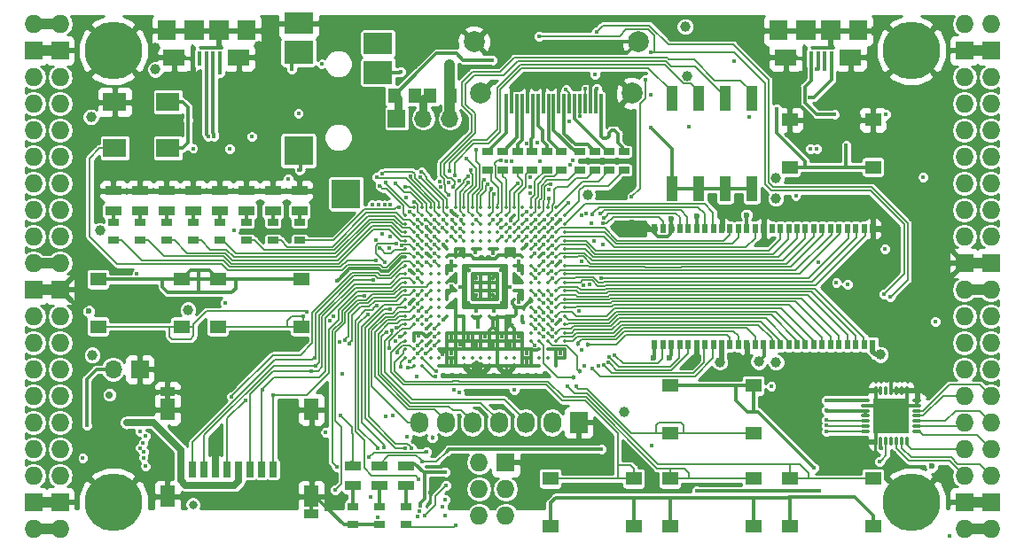
<source format=gtl>
G04 #@! TF.GenerationSoftware,KiCad,Pcbnew,5.0.0-rc2+dfsg1-3*
G04 #@! TF.CreationDate,2018-06-21T10:43:30+02:00*
G04 #@! TF.ProjectId,ulx3s,756C7833732E6B696361645F70636200,rev?*
G04 #@! TF.SameCoordinates,Original*
G04 #@! TF.FileFunction,Copper,L1,Top,Signal*
G04 #@! TF.FilePolarity,Positive*
%FSLAX46Y46*%
G04 Gerber Fmt 4.6, Leading zero omitted, Abs format (unit mm)*
G04 Created by KiCad (PCBNEW 5.0.0-rc2+dfsg1-3) date Thu Jun 21 10:43:30 2018*
%MOMM*%
%LPD*%
G01*
G04 APERTURE LIST*
G04 #@! TA.AperFunction,SMDPad,CuDef*
%ADD10R,0.560000X0.900000*%
G04 #@! TD*
G04 #@! TA.AperFunction,ComponentPad*
%ADD11O,1.727200X1.727200*%
G04 #@! TD*
G04 #@! TA.AperFunction,ComponentPad*
%ADD12R,1.727200X1.727200*%
G04 #@! TD*
G04 #@! TA.AperFunction,ComponentPad*
%ADD13C,5.500000*%
G04 #@! TD*
G04 #@! TA.AperFunction,SMDPad,CuDef*
%ADD14O,0.850000X0.300000*%
G04 #@! TD*
G04 #@! TA.AperFunction,SMDPad,CuDef*
%ADD15O,0.300000X0.850000*%
G04 #@! TD*
G04 #@! TA.AperFunction,SMDPad,CuDef*
%ADD16R,1.675000X1.675000*%
G04 #@! TD*
G04 #@! TA.AperFunction,ComponentPad*
%ADD17R,1.727200X2.032000*%
G04 #@! TD*
G04 #@! TA.AperFunction,ComponentPad*
%ADD18O,1.727200X2.032000*%
G04 #@! TD*
G04 #@! TA.AperFunction,SMDPad,CuDef*
%ADD19R,1.550000X1.300000*%
G04 #@! TD*
G04 #@! TA.AperFunction,SMDPad,CuDef*
%ADD20R,1.120000X2.440000*%
G04 #@! TD*
G04 #@! TA.AperFunction,BGAPad,CuDef*
%ADD21C,0.350000*%
G04 #@! TD*
G04 #@! TA.AperFunction,SMDPad,CuDef*
%ADD22R,2.800000X2.000000*%
G04 #@! TD*
G04 #@! TA.AperFunction,SMDPad,CuDef*
%ADD23R,2.800000X2.200000*%
G04 #@! TD*
G04 #@! TA.AperFunction,SMDPad,CuDef*
%ADD24R,2.800000X2.800000*%
G04 #@! TD*
G04 #@! TA.AperFunction,SMDPad,CuDef*
%ADD25R,0.700000X1.500000*%
G04 #@! TD*
G04 #@! TA.AperFunction,SMDPad,CuDef*
%ADD26R,1.450000X0.900000*%
G04 #@! TD*
G04 #@! TA.AperFunction,SMDPad,CuDef*
%ADD27R,1.450000X2.000000*%
G04 #@! TD*
G04 #@! TA.AperFunction,SMDPad,CuDef*
%ADD28R,2.200000X1.800000*%
G04 #@! TD*
G04 #@! TA.AperFunction,SMDPad,CuDef*
%ADD29R,1.000000X0.670000*%
G04 #@! TD*
G04 #@! TA.AperFunction,SMDPad,CuDef*
%ADD30R,1.500000X0.970000*%
G04 #@! TD*
G04 #@! TA.AperFunction,SMDPad,CuDef*
%ADD31R,0.300000X1.900000*%
G04 #@! TD*
G04 #@! TA.AperFunction,ComponentPad*
%ADD32C,2.000000*%
G04 #@! TD*
G04 #@! TA.AperFunction,ComponentPad*
%ADD33R,1.700000X1.700000*%
G04 #@! TD*
G04 #@! TA.AperFunction,ComponentPad*
%ADD34O,1.700000X1.700000*%
G04 #@! TD*
G04 #@! TA.AperFunction,SMDPad,CuDef*
%ADD35R,1.295000X1.400000*%
G04 #@! TD*
G04 #@! TA.AperFunction,SMDPad,CuDef*
%ADD36R,1.800000X1.900000*%
G04 #@! TD*
G04 #@! TA.AperFunction,SMDPad,CuDef*
%ADD37R,0.400000X1.350000*%
G04 #@! TD*
G04 #@! TA.AperFunction,SMDPad,CuDef*
%ADD38R,1.900000X1.900000*%
G04 #@! TD*
G04 #@! TA.AperFunction,SMDPad,CuDef*
%ADD39R,2.100000X1.600000*%
G04 #@! TD*
G04 #@! TA.AperFunction,ViaPad*
%ADD40C,0.400000*%
G04 #@! TD*
G04 #@! TA.AperFunction,ViaPad*
%ADD41C,0.700000*%
G04 #@! TD*
G04 #@! TA.AperFunction,ViaPad*
%ADD42C,0.454000*%
G04 #@! TD*
G04 #@! TA.AperFunction,ViaPad*
%ADD43C,0.600000*%
G04 #@! TD*
G04 #@! TA.AperFunction,ViaPad*
%ADD44C,1.000000*%
G04 #@! TD*
G04 #@! TA.AperFunction,ViaPad*
%ADD45C,0.800000*%
G04 #@! TD*
G04 #@! TA.AperFunction,Conductor*
%ADD46C,0.700000*%
G04 #@! TD*
G04 #@! TA.AperFunction,Conductor*
%ADD47C,0.300000*%
G04 #@! TD*
G04 #@! TA.AperFunction,Conductor*
%ADD48C,0.500000*%
G04 #@! TD*
G04 #@! TA.AperFunction,Conductor*
%ADD49C,1.000000*%
G04 #@! TD*
G04 #@! TA.AperFunction,Conductor*
%ADD50C,0.190000*%
G04 #@! TD*
G04 #@! TA.AperFunction,Conductor*
%ADD51C,0.800000*%
G04 #@! TD*
G04 #@! TA.AperFunction,Conductor*
%ADD52C,0.200000*%
G04 #@! TD*
G04 #@! TA.AperFunction,Conductor*
%ADD53C,0.127000*%
G04 #@! TD*
G04 #@! TA.AperFunction,Conductor*
%ADD54C,0.180000*%
G04 #@! TD*
G04 #@! TA.AperFunction,Conductor*
%ADD55C,0.254000*%
G04 #@! TD*
G04 APERTURE END LIST*
D10*
G04 #@! TO.P,U2,28*
G04 #@! TO.N,GND*
X175493000Y-82270000D03*
G04 #@! TO.P,U2,1*
G04 #@! TO.N,+3V3*
X154693000Y-93330000D03*
G04 #@! TO.P,U2,2*
G04 #@! TO.N,SDRAM_D0*
X155493000Y-93330000D03*
G04 #@! TO.P,U2,3*
G04 #@! TO.N,+3V3*
X156293000Y-93330000D03*
G04 #@! TO.P,U2,4*
G04 #@! TO.N,SDRAM_D1*
X157093000Y-93330000D03*
G04 #@! TO.P,U2,5*
G04 #@! TO.N,SDRAM_D2*
X157893000Y-93330000D03*
G04 #@! TO.P,U2,6*
G04 #@! TO.N,GND*
X158693000Y-93330000D03*
G04 #@! TO.P,U2,7*
G04 #@! TO.N,SDRAM_D3*
X159493000Y-93330000D03*
G04 #@! TO.P,U2,8*
G04 #@! TO.N,SDRAM_D4*
X160293000Y-93330000D03*
G04 #@! TO.P,U2,9*
G04 #@! TO.N,+3V3*
X161093000Y-93330000D03*
G04 #@! TO.P,U2,10*
G04 #@! TO.N,SDRAM_D5*
X161893000Y-93330000D03*
G04 #@! TO.P,U2,11*
G04 #@! TO.N,SDRAM_D6*
X162693000Y-93330000D03*
G04 #@! TO.P,U2,12*
G04 #@! TO.N,GND*
X163493000Y-93330000D03*
G04 #@! TO.P,U2,13*
G04 #@! TO.N,SDRAM_D7*
X164293000Y-93330000D03*
G04 #@! TO.P,U2,14*
G04 #@! TO.N,+3V3*
X165093000Y-93330000D03*
G04 #@! TO.P,U2,15*
G04 #@! TO.N,SDRAM_DQM0*
X165893000Y-93330000D03*
G04 #@! TO.P,U2,16*
G04 #@! TO.N,SDRAM_nWE*
X166693000Y-93330000D03*
G04 #@! TO.P,U2,17*
G04 #@! TO.N,SDRAM_nCAS*
X167493000Y-93330000D03*
G04 #@! TO.P,U2,18*
G04 #@! TO.N,SDRAM_nRAS*
X168293000Y-93330000D03*
G04 #@! TO.P,U2,19*
G04 #@! TO.N,SDRAM_nCS*
X169093000Y-93330000D03*
G04 #@! TO.P,U2,20*
G04 #@! TO.N,SDRAM_BA0*
X169893000Y-93330000D03*
G04 #@! TO.P,U2,21*
G04 #@! TO.N,SDRAM_BA1*
X170693000Y-93330000D03*
G04 #@! TO.P,U2,22*
G04 #@! TO.N,SDRAM_A10*
X171493000Y-93330000D03*
G04 #@! TO.P,U2,23*
G04 #@! TO.N,SDRAM_A0*
X172293000Y-93330000D03*
G04 #@! TO.P,U2,24*
G04 #@! TO.N,SDRAM_A1*
X173093000Y-93330000D03*
G04 #@! TO.P,U2,25*
G04 #@! TO.N,SDRAM_A2*
X173893000Y-93330000D03*
G04 #@! TO.P,U2,26*
G04 #@! TO.N,SDRAM_A3*
X174693000Y-93330000D03*
G04 #@! TO.P,U2,27*
G04 #@! TO.N,+3V3*
X175493000Y-93330000D03*
G04 #@! TO.P,U2,29*
G04 #@! TO.N,SDRAM_A4*
X174693000Y-82270000D03*
G04 #@! TO.P,U2,30*
G04 #@! TO.N,SDRAM_A5*
X173893000Y-82270000D03*
G04 #@! TO.P,U2,31*
G04 #@! TO.N,SDRAM_A6*
X173093000Y-82270000D03*
G04 #@! TO.P,U2,32*
G04 #@! TO.N,SDRAM_A7*
X172293000Y-82270000D03*
G04 #@! TO.P,U2,33*
G04 #@! TO.N,SDRAM_A8*
X171493000Y-82270000D03*
G04 #@! TO.P,U2,34*
G04 #@! TO.N,SDRAM_A9*
X170693000Y-82270000D03*
G04 #@! TO.P,U2,35*
G04 #@! TO.N,SDRAM_A11*
X169893000Y-82270000D03*
G04 #@! TO.P,U2,36*
G04 #@! TO.N,SDRAM_A12*
X169093000Y-82270000D03*
G04 #@! TO.P,U2,37*
G04 #@! TO.N,SDRAM_CKE*
X168293000Y-82270000D03*
G04 #@! TO.P,U2,38*
G04 #@! TO.N,SDRAM_CLK*
X167493000Y-82270000D03*
G04 #@! TO.P,U2,39*
G04 #@! TO.N,SDRAM_DQM1*
X166693000Y-82270000D03*
G04 #@! TO.P,U2,40*
G04 #@! TO.N,N/C*
X165893000Y-82270000D03*
G04 #@! TO.P,U2,41*
G04 #@! TO.N,GND*
X165093000Y-82270000D03*
G04 #@! TO.P,U2,42*
G04 #@! TO.N,SDRAM_D8*
X164293000Y-82270000D03*
G04 #@! TO.P,U2,43*
G04 #@! TO.N,+3V3*
X163493000Y-82270000D03*
G04 #@! TO.P,U2,44*
G04 #@! TO.N,SDRAM_D9*
X162693000Y-82270000D03*
G04 #@! TO.P,U2,45*
G04 #@! TO.N,SDRAM_D10*
X161893000Y-82270000D03*
G04 #@! TO.P,U2,46*
G04 #@! TO.N,GND*
X161093000Y-82270000D03*
G04 #@! TO.P,U2,47*
G04 #@! TO.N,SDRAM_D11*
X160293000Y-82270000D03*
G04 #@! TO.P,U2,48*
G04 #@! TO.N,SDRAM_D12*
X159493000Y-82270000D03*
G04 #@! TO.P,U2,49*
G04 #@! TO.N,+3V3*
X158693000Y-82270000D03*
G04 #@! TO.P,U2,50*
G04 #@! TO.N,SDRAM_D13*
X157893000Y-82270000D03*
G04 #@! TO.P,U2,51*
G04 #@! TO.N,SDRAM_D14*
X157093000Y-82270000D03*
G04 #@! TO.P,U2,52*
G04 #@! TO.N,GND*
X156293000Y-82270000D03*
G04 #@! TO.P,U2,53*
G04 #@! TO.N,SDRAM_D15*
X155493000Y-82270000D03*
G04 #@! TO.P,U2,54*
G04 #@! TO.N,GND*
X154693000Y-82270000D03*
G04 #@! TD*
D11*
G04 #@! TO.P,J1,1*
G04 #@! TO.N,2V5_3V3*
X97910000Y-62690000D03*
G04 #@! TO.P,J1,2*
X95370000Y-62690000D03*
D12*
G04 #@! TO.P,J1,3*
G04 #@! TO.N,GND*
X97910000Y-65230000D03*
G04 #@! TO.P,J1,4*
X95370000Y-65230000D03*
D11*
G04 #@! TO.P,J1,5*
G04 #@! TO.N,GN0*
X97910000Y-67770000D03*
G04 #@! TO.P,J1,6*
G04 #@! TO.N,GP0*
X95370000Y-67770000D03*
G04 #@! TO.P,J1,7*
G04 #@! TO.N,GN1*
X97910000Y-70310000D03*
G04 #@! TO.P,J1,8*
G04 #@! TO.N,GP1*
X95370000Y-70310000D03*
G04 #@! TO.P,J1,9*
G04 #@! TO.N,GN2*
X97910000Y-72850000D03*
G04 #@! TO.P,J1,10*
G04 #@! TO.N,GP2*
X95370000Y-72850000D03*
G04 #@! TO.P,J1,11*
G04 #@! TO.N,GN3*
X97910000Y-75390000D03*
G04 #@! TO.P,J1,12*
G04 #@! TO.N,GP3*
X95370000Y-75390000D03*
G04 #@! TO.P,J1,13*
G04 #@! TO.N,GN4*
X97910000Y-77930000D03*
G04 #@! TO.P,J1,14*
G04 #@! TO.N,GP4*
X95370000Y-77930000D03*
G04 #@! TO.P,J1,15*
G04 #@! TO.N,GN5*
X97910000Y-80470000D03*
G04 #@! TO.P,J1,16*
G04 #@! TO.N,GP5*
X95370000Y-80470000D03*
G04 #@! TO.P,J1,17*
G04 #@! TO.N,GN6*
X97910000Y-83010000D03*
G04 #@! TO.P,J1,18*
G04 #@! TO.N,GP6*
X95370000Y-83010000D03*
G04 #@! TO.P,J1,19*
G04 #@! TO.N,2V5_3V3*
X97910000Y-85550000D03*
G04 #@! TO.P,J1,20*
X95370000Y-85550000D03*
D12*
G04 #@! TO.P,J1,21*
G04 #@! TO.N,GND*
X97910000Y-88090000D03*
G04 #@! TO.P,J1,22*
X95370000Y-88090000D03*
D11*
G04 #@! TO.P,J1,23*
G04 #@! TO.N,GN7*
X97910000Y-90630000D03*
G04 #@! TO.P,J1,24*
G04 #@! TO.N,GP7*
X95370000Y-90630000D03*
G04 #@! TO.P,J1,25*
G04 #@! TO.N,GN8*
X97910000Y-93170000D03*
G04 #@! TO.P,J1,26*
G04 #@! TO.N,GP8*
X95370000Y-93170000D03*
G04 #@! TO.P,J1,27*
G04 #@! TO.N,GN9*
X97910000Y-95710000D03*
G04 #@! TO.P,J1,28*
G04 #@! TO.N,GP9*
X95370000Y-95710000D03*
G04 #@! TO.P,J1,29*
G04 #@! TO.N,GN10*
X97910000Y-98250000D03*
G04 #@! TO.P,J1,30*
G04 #@! TO.N,GP10*
X95370000Y-98250000D03*
G04 #@! TO.P,J1,31*
G04 #@! TO.N,GN11*
X97910000Y-100790000D03*
G04 #@! TO.P,J1,32*
G04 #@! TO.N,GP11*
X95370000Y-100790000D03*
G04 #@! TO.P,J1,33*
G04 #@! TO.N,GN12*
X97910000Y-103330000D03*
G04 #@! TO.P,J1,34*
G04 #@! TO.N,GP12*
X95370000Y-103330000D03*
G04 #@! TO.P,J1,35*
G04 #@! TO.N,GN13*
X97910000Y-105870000D03*
G04 #@! TO.P,J1,36*
G04 #@! TO.N,GP13*
X95370000Y-105870000D03*
D12*
G04 #@! TO.P,J1,37*
G04 #@! TO.N,GND*
X97910000Y-108410000D03*
G04 #@! TO.P,J1,38*
X95370000Y-108410000D03*
D11*
G04 #@! TO.P,J1,39*
G04 #@! TO.N,2V5_3V3*
X97910000Y-110950000D03*
G04 #@! TO.P,J1,40*
X95370000Y-110950000D03*
G04 #@! TD*
G04 #@! TO.P,J2,1*
G04 #@! TO.N,+3V3*
X184270000Y-110950000D03*
G04 #@! TO.P,J2,2*
X186810000Y-110950000D03*
D12*
G04 #@! TO.P,J2,3*
G04 #@! TO.N,GND*
X184270000Y-108410000D03*
G04 #@! TO.P,J2,4*
X186810000Y-108410000D03*
D11*
G04 #@! TO.P,J2,5*
G04 #@! TO.N,GN14*
X184270000Y-105870000D03*
G04 #@! TO.P,J2,6*
G04 #@! TO.N,GP14*
X186810000Y-105870000D03*
G04 #@! TO.P,J2,7*
G04 #@! TO.N,GN15*
X184270000Y-103330000D03*
G04 #@! TO.P,J2,8*
G04 #@! TO.N,GP15*
X186810000Y-103330000D03*
G04 #@! TO.P,J2,9*
G04 #@! TO.N,GN16*
X184270000Y-100790000D03*
G04 #@! TO.P,J2,10*
G04 #@! TO.N,GP16*
X186810000Y-100790000D03*
G04 #@! TO.P,J2,11*
G04 #@! TO.N,GN17*
X184270000Y-98250000D03*
G04 #@! TO.P,J2,12*
G04 #@! TO.N,GP17*
X186810000Y-98250000D03*
G04 #@! TO.P,J2,13*
G04 #@! TO.N,GN18*
X184270000Y-95710000D03*
G04 #@! TO.P,J2,14*
G04 #@! TO.N,GP18*
X186810000Y-95710000D03*
G04 #@! TO.P,J2,15*
G04 #@! TO.N,GN19*
X184270000Y-93170000D03*
G04 #@! TO.P,J2,16*
G04 #@! TO.N,GP19*
X186810000Y-93170000D03*
G04 #@! TO.P,J2,17*
G04 #@! TO.N,GN20*
X184270000Y-90630000D03*
G04 #@! TO.P,J2,18*
G04 #@! TO.N,GP20*
X186810000Y-90630000D03*
G04 #@! TO.P,J2,19*
G04 #@! TO.N,+3V3*
X184270000Y-88090000D03*
G04 #@! TO.P,J2,20*
X186810000Y-88090000D03*
D12*
G04 #@! TO.P,J2,21*
G04 #@! TO.N,GND*
X184270000Y-85550000D03*
G04 #@! TO.P,J2,22*
X186810000Y-85550000D03*
D11*
G04 #@! TO.P,J2,23*
G04 #@! TO.N,GN21*
X184270000Y-83010000D03*
G04 #@! TO.P,J2,24*
G04 #@! TO.N,GP21*
X186810000Y-83010000D03*
G04 #@! TO.P,J2,25*
G04 #@! TO.N,GN22*
X184270000Y-80470000D03*
G04 #@! TO.P,J2,26*
G04 #@! TO.N,GP22*
X186810000Y-80470000D03*
G04 #@! TO.P,J2,27*
G04 #@! TO.N,GN23*
X184270000Y-77930000D03*
G04 #@! TO.P,J2,28*
G04 #@! TO.N,GP23*
X186810000Y-77930000D03*
G04 #@! TO.P,J2,29*
G04 #@! TO.N,GN24*
X184270000Y-75390000D03*
G04 #@! TO.P,J2,30*
G04 #@! TO.N,GP24*
X186810000Y-75390000D03*
G04 #@! TO.P,J2,31*
G04 #@! TO.N,GN25*
X184270000Y-72850000D03*
G04 #@! TO.P,J2,32*
G04 #@! TO.N,GP25*
X186810000Y-72850000D03*
G04 #@! TO.P,J2,33*
G04 #@! TO.N,GN26*
X184270000Y-70310000D03*
G04 #@! TO.P,J2,34*
G04 #@! TO.N,GP26*
X186810000Y-70310000D03*
G04 #@! TO.P,J2,35*
G04 #@! TO.N,GN27*
X184270000Y-67770000D03*
G04 #@! TO.P,J2,36*
G04 #@! TO.N,GP27*
X186810000Y-67770000D03*
D12*
G04 #@! TO.P,J2,37*
G04 #@! TO.N,GND*
X184270000Y-65230000D03*
G04 #@! TO.P,J2,38*
X186810000Y-65230000D03*
D11*
G04 #@! TO.P,J2,39*
G04 #@! TO.N,/gpio/IN5V*
X184270000Y-62690000D03*
G04 #@! TO.P,J2,40*
G04 #@! TO.N,/gpio/OUT5V*
X186810000Y-62690000D03*
G04 #@! TD*
D13*
G04 #@! TO.P,H1,1*
G04 #@! TO.N,GND*
X102990000Y-108410000D03*
G04 #@! TD*
G04 #@! TO.P,H2,1*
G04 #@! TO.N,GND*
X179190000Y-108410000D03*
G04 #@! TD*
G04 #@! TO.P,H3,1*
G04 #@! TO.N,GND*
X179190000Y-65230000D03*
G04 #@! TD*
G04 #@! TO.P,H4,1*
G04 #@! TO.N,GND*
X102990000Y-65230000D03*
G04 #@! TD*
D12*
G04 #@! TO.P,J4,1*
G04 #@! TO.N,GND*
X140455000Y-104600000D03*
D11*
G04 #@! TO.P,J4,2*
G04 #@! TO.N,+3V3*
X137915000Y-104600000D03*
G04 #@! TO.P,J4,3*
G04 #@! TO.N,JTAG_TDI*
X140455000Y-107140000D03*
G04 #@! TO.P,J4,4*
G04 #@! TO.N,JTAG_TCK*
X137915000Y-107140000D03*
G04 #@! TO.P,J4,5*
G04 #@! TO.N,JTAG_TMS*
X140455000Y-109680000D03*
G04 #@! TO.P,J4,6*
G04 #@! TO.N,JTAG_TDO*
X137915000Y-109680000D03*
G04 #@! TD*
D14*
G04 #@! TO.P,U8,1*
G04 #@! TO.N,GP15*
X179735000Y-101655000D03*
G04 #@! TO.P,U8,2*
G04 #@! TO.N,GN16*
X179735000Y-101155000D03*
G04 #@! TO.P,U8,3*
G04 #@! TO.N,GP16*
X179735000Y-100655000D03*
G04 #@! TO.P,U8,4*
G04 #@! TO.N,GN17*
X179735000Y-100155000D03*
G04 #@! TO.P,U8,5*
G04 #@! TO.N,GP17*
X179735000Y-99655000D03*
G04 #@! TO.P,U8,6*
G04 #@! TO.N,GND*
X179735000Y-99155000D03*
G04 #@! TO.P,U8,7*
X179735000Y-98655000D03*
D15*
G04 #@! TO.P,U8,8*
X178785000Y-97705000D03*
G04 #@! TO.P,U8,9*
X178285000Y-97705000D03*
G04 #@! TO.P,U8,10*
X177785000Y-97705000D03*
G04 #@! TO.P,U8,11*
X177285000Y-97705000D03*
G04 #@! TO.P,U8,12*
G04 #@! TO.N,Net-(U8-Pad12)*
X176785000Y-97705000D03*
G04 #@! TO.P,U8,13*
G04 #@! TO.N,GND*
X176285000Y-97705000D03*
G04 #@! TO.P,U8,14*
X175785000Y-97705000D03*
D14*
G04 #@! TO.P,U8,15*
G04 #@! TO.N,+3V3*
X174835000Y-98655000D03*
G04 #@! TO.P,U8,16*
G04 #@! TO.N,GND*
X174835000Y-99155000D03*
G04 #@! TO.P,U8,17*
G04 #@! TO.N,+3V3*
X174835000Y-99655000D03*
G04 #@! TO.P,U8,18*
X174835000Y-100155000D03*
G04 #@! TO.P,U8,19*
G04 #@! TO.N,ADC_SCLK*
X174835000Y-100655000D03*
G04 #@! TO.P,U8,20*
G04 #@! TO.N,ADC_CSn*
X174835000Y-101155000D03*
G04 #@! TO.P,U8,21*
G04 #@! TO.N,ADC_MOSI*
X174835000Y-101655000D03*
D15*
G04 #@! TO.P,U8,22*
G04 #@! TO.N,GND*
X175785000Y-102605000D03*
G04 #@! TO.P,U8,23*
G04 #@! TO.N,+3V3*
X176285000Y-102605000D03*
G04 #@! TO.P,U8,24*
G04 #@! TO.N,ADC_MISO*
X176785000Y-102605000D03*
G04 #@! TO.P,U8,25*
G04 #@! TO.N,Net-(U8-Pad25)*
X177285000Y-102605000D03*
G04 #@! TO.P,U8,26*
G04 #@! TO.N,GN14*
X177785000Y-102605000D03*
G04 #@! TO.P,U8,27*
G04 #@! TO.N,GP14*
X178285000Y-102605000D03*
G04 #@! TO.P,U8,28*
G04 #@! TO.N,GN15*
X178785000Y-102605000D03*
D16*
G04 #@! TO.P,U8,29*
G04 #@! TO.N,GND*
X176447500Y-99317500D03*
X176447500Y-100992500D03*
X178122500Y-99317500D03*
X178122500Y-100992500D03*
G04 #@! TD*
D17*
G04 #@! TO.P,OLED1,1*
G04 #@! TO.N,GND*
X147440000Y-100790000D03*
D18*
G04 #@! TO.P,OLED1,2*
G04 #@! TO.N,+3V3*
X144900000Y-100790000D03*
G04 #@! TO.P,OLED1,3*
G04 #@! TO.N,OLED_CLK*
X142360000Y-100790000D03*
G04 #@! TO.P,OLED1,4*
G04 #@! TO.N,OLED_MOSI*
X139820000Y-100790000D03*
G04 #@! TO.P,OLED1,5*
G04 #@! TO.N,OLED_RES*
X137280000Y-100790000D03*
G04 #@! TO.P,OLED1,6*
G04 #@! TO.N,OLED_DC*
X134740000Y-100790000D03*
G04 #@! TO.P,OLED1,7*
G04 #@! TO.N,OLED_CS*
X132200000Y-100790000D03*
G04 #@! TD*
D19*
G04 #@! TO.P,BTN0,2*
G04 #@! TO.N,GND*
X175550000Y-71870000D03*
G04 #@! TO.P,BTN0,1*
G04 #@! TO.N,/power/PWRBTn*
X175550000Y-76370000D03*
X167590000Y-76370000D03*
G04 #@! TO.P,BTN0,2*
G04 #@! TO.N,GND*
X167590000Y-71870000D03*
G04 #@! TD*
G04 #@! TO.P,BTN1,2*
G04 #@! TO.N,BTN_F1*
X101550000Y-91610000D03*
G04 #@! TO.P,BTN1,1*
G04 #@! TO.N,/blinkey/BTNPUL*
X101550000Y-87110000D03*
X109510000Y-87110000D03*
G04 #@! TO.P,BTN1,2*
G04 #@! TO.N,BTN_F1*
X109510000Y-91610000D03*
G04 #@! TD*
G04 #@! TO.P,BTN2,2*
G04 #@! TO.N,BTN_F2*
X112980000Y-91610000D03*
G04 #@! TO.P,BTN2,1*
G04 #@! TO.N,/blinkey/BTNPUL*
X112980000Y-87110000D03*
X120940000Y-87110000D03*
G04 #@! TO.P,BTN2,2*
G04 #@! TO.N,BTN_F2*
X120940000Y-91610000D03*
G04 #@! TD*
G04 #@! TO.P,BTN3,2*
G04 #@! TO.N,BTN_U*
X156160000Y-101770000D03*
G04 #@! TO.P,BTN3,1*
G04 #@! TO.N,/blinkey/BTNPUR*
X156160000Y-97270000D03*
X164120000Y-97270000D03*
G04 #@! TO.P,BTN3,2*
G04 #@! TO.N,BTN_U*
X164120000Y-101770000D03*
G04 #@! TD*
G04 #@! TO.P,BTN4,2*
G04 #@! TO.N,BTN_D*
X164120000Y-106160000D03*
G04 #@! TO.P,BTN4,1*
G04 #@! TO.N,/blinkey/BTNPUR*
X164120000Y-110660000D03*
X156160000Y-110660000D03*
G04 #@! TO.P,BTN4,2*
G04 #@! TO.N,BTN_D*
X156160000Y-106160000D03*
G04 #@! TD*
G04 #@! TO.P,BTN5,2*
G04 #@! TO.N,BTN_L*
X152690000Y-106160000D03*
G04 #@! TO.P,BTN5,1*
G04 #@! TO.N,/blinkey/BTNPUR*
X152690000Y-110660000D03*
X144730000Y-110660000D03*
G04 #@! TO.P,BTN5,2*
G04 #@! TO.N,BTN_L*
X144730000Y-106160000D03*
G04 #@! TD*
G04 #@! TO.P,BTN6,2*
G04 #@! TO.N,BTN_R*
X175550000Y-106160000D03*
G04 #@! TO.P,BTN6,1*
G04 #@! TO.N,/blinkey/BTNPUR*
X175550000Y-110660000D03*
X167590000Y-110660000D03*
G04 #@! TO.P,BTN6,2*
G04 #@! TO.N,BTN_R*
X167590000Y-106160000D03*
G04 #@! TD*
D20*
G04 #@! TO.P,SW1,1*
G04 #@! TO.N,/blinkey/SWPU*
X156330000Y-78425000D03*
G04 #@! TO.P,SW1,5*
G04 #@! TO.N,SW4*
X163950000Y-69815000D03*
G04 #@! TO.P,SW1,2*
G04 #@! TO.N,/blinkey/SWPU*
X158870000Y-78425000D03*
G04 #@! TO.P,SW1,6*
G04 #@! TO.N,SW3*
X161410000Y-69815000D03*
G04 #@! TO.P,SW1,3*
G04 #@! TO.N,/blinkey/SWPU*
X161410000Y-78425000D03*
G04 #@! TO.P,SW1,7*
G04 #@! TO.N,SW2*
X158870000Y-69815000D03*
G04 #@! TO.P,SW1,4*
G04 #@! TO.N,/blinkey/SWPU*
X163950000Y-78425000D03*
G04 #@! TO.P,SW1,8*
G04 #@! TO.N,SW1*
X156330000Y-69815000D03*
G04 #@! TD*
D21*
G04 #@! TO.P,U1,A2*
G04 #@! TO.N,GP9*
X131680000Y-80200000D03*
G04 #@! TO.P,U1,A3*
G04 #@! TO.N,AUDIO_R0*
X132480000Y-80200000D03*
G04 #@! TO.P,U1,A4*
G04 #@! TO.N,GP8*
X133280000Y-80200000D03*
G04 #@! TO.P,U1,A5*
G04 #@! TO.N,GN8*
X134080000Y-80200000D03*
G04 #@! TO.P,U1,A6*
G04 #@! TO.N,GP7*
X134880000Y-80200000D03*
G04 #@! TO.P,U1,A7*
G04 #@! TO.N,GP4*
X135680000Y-80200000D03*
G04 #@! TO.P,U1,A8*
G04 #@! TO.N,GN4*
X136480000Y-80200000D03*
G04 #@! TO.P,U1,A9*
G04 #@! TO.N,GP2*
X137280000Y-80200000D03*
G04 #@! TO.P,U1,A10*
G04 #@! TO.N,GP1*
X138080000Y-80200000D03*
G04 #@! TO.P,U1,A11*
G04 #@! TO.N,GN1*
X138880000Y-80200000D03*
G04 #@! TO.P,U1,A12*
G04 #@! TO.N,FPDI_D2+*
X139680000Y-80200000D03*
G04 #@! TO.P,U1,A13*
G04 #@! TO.N,FPDI_D2-*
X140480000Y-80200000D03*
G04 #@! TO.P,U1,A14*
G04 #@! TO.N,FPDI_D1+*
X141280000Y-80200000D03*
G04 #@! TO.P,U1,A15*
G04 #@! TO.N,Net-(U1-PadA15)*
X142080000Y-80200000D03*
G04 #@! TO.P,U1,A16*
G04 #@! TO.N,FPDI_D0+*
X142880000Y-80200000D03*
G04 #@! TO.P,U1,A17*
G04 #@! TO.N,FPDI_CLK+*
X143680000Y-80200000D03*
G04 #@! TO.P,U1,A18*
G04 #@! TO.N,/gpdi/FPDI_CEC*
X144480000Y-80200000D03*
G04 #@! TO.P,U1,A19*
G04 #@! TO.N,FPDI_ETH+*
X145280000Y-80200000D03*
G04 #@! TO.P,U1,B1*
G04 #@! TO.N,GN9*
X130880000Y-81000000D03*
G04 #@! TO.P,U1,B2*
G04 #@! TO.N,LED0*
X131680000Y-81000000D03*
G04 #@! TO.P,U1,B3*
G04 #@! TO.N,AUDIO_L3*
X132480000Y-81000000D03*
G04 #@! TO.P,U1,B4*
G04 #@! TO.N,GN10*
X133280000Y-81000000D03*
G04 #@! TO.P,U1,B5*
G04 #@! TO.N,AUDIO_R1*
X134080000Y-81000000D03*
G04 #@! TO.P,U1,B6*
G04 #@! TO.N,GN7*
X134880000Y-81000000D03*
G04 #@! TO.P,U1,B7*
G04 #@! TO.N,GND*
X135680000Y-81000000D03*
G04 #@! TO.P,U1,B8*
G04 #@! TO.N,GN5*
X136480000Y-81000000D03*
G04 #@! TO.P,U1,B9*
G04 #@! TO.N,GP3*
X137280000Y-81000000D03*
G04 #@! TO.P,U1,B10*
G04 #@! TO.N,GN2*
X138080000Y-81000000D03*
G04 #@! TO.P,U1,B11*
G04 #@! TO.N,GP0*
X138880000Y-81000000D03*
G04 #@! TO.P,U1,B12*
G04 #@! TO.N,USB_FPGA_PULL_D+*
X139680000Y-81000000D03*
G04 #@! TO.P,U1,B13*
G04 #@! TO.N,GP26*
X140480000Y-81000000D03*
G04 #@! TO.P,U1,B14*
G04 #@! TO.N,GND*
X141280000Y-81000000D03*
G04 #@! TO.P,U1,B15*
G04 #@! TO.N,GP22*
X142080000Y-81000000D03*
G04 #@! TO.P,U1,B16*
G04 #@! TO.N,FPDI_D0-*
X142880000Y-81000000D03*
G04 #@! TO.P,U1,B17*
G04 #@! TO.N,GP23*
X143680000Y-81000000D03*
G04 #@! TO.P,U1,B18*
G04 #@! TO.N,FPDI_CLK-*
X144480000Y-81000000D03*
G04 #@! TO.P,U1,B19*
G04 #@! TO.N,FPDI_SDA*
X145280000Y-81000000D03*
G04 #@! TO.P,U1,B20*
G04 #@! TO.N,FPDI_ETH-*
X146080000Y-81000000D03*
G04 #@! TO.P,U1,C1*
G04 #@! TO.N,LED2*
X130880000Y-81800000D03*
G04 #@! TO.P,U1,C2*
G04 #@! TO.N,LED1*
X131680000Y-81800000D03*
G04 #@! TO.P,U1,C3*
G04 #@! TO.N,AUDIO_L2*
X132480000Y-81800000D03*
G04 #@! TO.P,U1,C4*
G04 #@! TO.N,GP10*
X133280000Y-81800000D03*
G04 #@! TO.P,U1,C5*
G04 #@! TO.N,AUDIO_R3*
X134080000Y-81800000D03*
G04 #@! TO.P,U1,C6*
G04 #@! TO.N,GP6*
X134880000Y-81800000D03*
G04 #@! TO.P,U1,C7*
G04 #@! TO.N,GN6*
X135680000Y-81800000D03*
G04 #@! TO.P,U1,C8*
G04 #@! TO.N,GP5*
X136480000Y-81800000D03*
G04 #@! TO.P,U1,C9*
G04 #@! TO.N,Net-(U1-PadC9)*
X137280000Y-81800000D03*
G04 #@! TO.P,U1,C10*
G04 #@! TO.N,GN3*
X138080000Y-81800000D03*
G04 #@! TO.P,U1,C11*
G04 #@! TO.N,GN0*
X138880000Y-81800000D03*
G04 #@! TO.P,U1,C12*
G04 #@! TO.N,USB_FPGA_PULL_D-*
X139680000Y-81800000D03*
G04 #@! TO.P,U1,C13*
G04 #@! TO.N,GN26*
X140480000Y-81800000D03*
G04 #@! TO.P,U1,C14*
G04 #@! TO.N,FPDI_D1-*
X141280000Y-81800000D03*
G04 #@! TO.P,U1,C15*
G04 #@! TO.N,GN22*
X142080000Y-81800000D03*
G04 #@! TO.P,U1,C16*
G04 #@! TO.N,GP24*
X142880000Y-81800000D03*
G04 #@! TO.P,U1,C17*
G04 #@! TO.N,GN23*
X143680000Y-81800000D03*
G04 #@! TO.P,U1,C18*
G04 #@! TO.N,GP21*
X144480000Y-81800000D03*
G04 #@! TO.P,U1,C19*
G04 #@! TO.N,GND*
X145280000Y-81800000D03*
G04 #@! TO.P,U1,C20*
G04 #@! TO.N,SDRAM_D11*
X146080000Y-81800000D03*
G04 #@! TO.P,U1,D1*
G04 #@! TO.N,LED4*
X130880000Y-82600000D03*
G04 #@! TO.P,U1,D2*
G04 #@! TO.N,LED3*
X131680000Y-82600000D03*
G04 #@! TO.P,U1,D3*
G04 #@! TO.N,AUDIO_L1*
X132480000Y-82600000D03*
G04 #@! TO.P,U1,D4*
G04 #@! TO.N,GND*
X133280000Y-82600000D03*
G04 #@! TO.P,U1,D5*
G04 #@! TO.N,AUDIO_R2*
X134080000Y-82600000D03*
G04 #@! TO.P,U1,D6*
G04 #@! TO.N,BTN_PWRn*
X134880000Y-82600000D03*
G04 #@! TO.P,U1,D7*
G04 #@! TO.N,SW3*
X135680000Y-82600000D03*
G04 #@! TO.P,U1,D8*
G04 #@! TO.N,SW2*
X136480000Y-82600000D03*
G04 #@! TO.P,U1,D9*
G04 #@! TO.N,Net-(U1-PadD9)*
X137280000Y-82600000D03*
G04 #@! TO.P,U1,D10*
G04 #@! TO.N,Net-(U1-PadD10)*
X138080000Y-82600000D03*
G04 #@! TO.P,U1,D11*
G04 #@! TO.N,Net-(U1-PadD11)*
X138880000Y-82600000D03*
G04 #@! TO.P,U1,D12*
G04 #@! TO.N,Net-(U1-PadD12)*
X139680000Y-82600000D03*
G04 #@! TO.P,U1,D13*
G04 #@! TO.N,GP27*
X140480000Y-82600000D03*
G04 #@! TO.P,U1,D14*
G04 #@! TO.N,GP25*
X141280000Y-82600000D03*
G04 #@! TO.P,U1,D15*
G04 #@! TO.N,USB_FPGA_D+*
X142080000Y-82600000D03*
G04 #@! TO.P,U1,D16*
G04 #@! TO.N,GN24*
X142880000Y-82600000D03*
G04 #@! TO.P,U1,D17*
G04 #@! TO.N,GN21*
X143680000Y-82600000D03*
G04 #@! TO.P,U1,D18*
G04 #@! TO.N,GP20*
X144480000Y-82600000D03*
G04 #@! TO.P,U1,D19*
G04 #@! TO.N,SDRAM_D10*
X145280000Y-82600000D03*
G04 #@! TO.P,U1,D20*
G04 #@! TO.N,SDRAM_D9*
X146080000Y-82600000D03*
G04 #@! TO.P,U1,E1*
G04 #@! TO.N,LED6*
X130880000Y-83400000D03*
G04 #@! TO.P,U1,E2*
G04 #@! TO.N,LED5*
X131680000Y-83400000D03*
G04 #@! TO.P,U1,E3*
G04 #@! TO.N,GN11*
X132480000Y-83400000D03*
G04 #@! TO.P,U1,E4*
G04 #@! TO.N,AUDIO_L0*
X133280000Y-83400000D03*
G04 #@! TO.P,U1,E5*
G04 #@! TO.N,AUDIO_V3*
X134080000Y-83400000D03*
G04 #@! TO.P,U1,E6*
G04 #@! TO.N,Net-(U1-PadE6)*
X134880000Y-83400000D03*
G04 #@! TO.P,U1,E7*
G04 #@! TO.N,SW4*
X135680000Y-83400000D03*
G04 #@! TO.P,U1,E8*
G04 #@! TO.N,SW1*
X136480000Y-83400000D03*
G04 #@! TO.P,U1,E9*
G04 #@! TO.N,Net-(U1-PadE9)*
X137280000Y-83400000D03*
G04 #@! TO.P,U1,E10*
G04 #@! TO.N,Net-(U1-PadE10)*
X138080000Y-83400000D03*
G04 #@! TO.P,U1,E11*
G04 #@! TO.N,Net-(U1-PadE11)*
X138880000Y-83400000D03*
G04 #@! TO.P,U1,E12*
G04 #@! TO.N,FPDI_SCL*
X139680000Y-83400000D03*
G04 #@! TO.P,U1,E13*
G04 #@! TO.N,GN27*
X140480000Y-83400000D03*
G04 #@! TO.P,U1,E14*
G04 #@! TO.N,GN25*
X141280000Y-83400000D03*
G04 #@! TO.P,U1,E15*
G04 #@! TO.N,USB_FPGA_D-*
X142080000Y-83400000D03*
G04 #@! TO.P,U1,E16*
G04 #@! TO.N,USB_FPGA_D+*
X142880000Y-83400000D03*
G04 #@! TO.P,U1,E17*
G04 #@! TO.N,GN20*
X143680000Y-83400000D03*
G04 #@! TO.P,U1,E18*
G04 #@! TO.N,SDRAM_D12*
X144480000Y-83400000D03*
G04 #@! TO.P,U1,E19*
G04 #@! TO.N,SDRAM_D8*
X145280000Y-83400000D03*
G04 #@! TO.P,U1,E20*
G04 #@! TO.N,SDRAM_DQM1*
X146080000Y-83400000D03*
G04 #@! TO.P,U1,F1*
G04 #@! TO.N,WIFI_EN*
X130880000Y-84200000D03*
G04 #@! TO.P,U1,F2*
G04 #@! TO.N,AUDIO_V1*
X131680000Y-84200000D03*
G04 #@! TO.P,U1,F3*
G04 #@! TO.N,GN12*
X132480000Y-84200000D03*
G04 #@! TO.P,U1,F4*
G04 #@! TO.N,GP11*
X133280000Y-84200000D03*
G04 #@! TO.P,U1,F5*
G04 #@! TO.N,AUDIO_V2*
X134080000Y-84200000D03*
G04 #@! TO.P,U1,F6*
G04 #@! TO.N,+2V5*
X134880000Y-84200000D03*
G04 #@! TO.P,U1,F7*
G04 #@! TO.N,GND*
X135680000Y-84200000D03*
G04 #@! TO.P,U1,F8*
X136480000Y-84200000D03*
G04 #@! TO.P,U1,F9*
G04 #@! TO.N,2V5_3V3*
X137280000Y-84200000D03*
G04 #@! TO.P,U1,F10*
X138080000Y-84200000D03*
G04 #@! TO.P,U1,F11*
G04 #@! TO.N,+3V3*
X138880000Y-84200000D03*
G04 #@! TO.P,U1,F12*
X139680000Y-84200000D03*
G04 #@! TO.P,U1,F13*
G04 #@! TO.N,GND*
X140480000Y-84200000D03*
G04 #@! TO.P,U1,F14*
X141280000Y-84200000D03*
G04 #@! TO.P,U1,F15*
G04 #@! TO.N,+2V5*
X142080000Y-84200000D03*
G04 #@! TO.P,U1,F16*
G04 #@! TO.N,USB_FPGA_D-*
X142880000Y-84200000D03*
G04 #@! TO.P,U1,F17*
G04 #@! TO.N,GP19*
X143680000Y-84200000D03*
G04 #@! TO.P,U1,F18*
G04 #@! TO.N,SDRAM_D13*
X144480000Y-84200000D03*
G04 #@! TO.P,U1,F19*
G04 #@! TO.N,SDRAM_CLK*
X145280000Y-84200000D03*
G04 #@! TO.P,U1,F20*
G04 #@! TO.N,SDRAM_CKE*
X146080000Y-84200000D03*
G04 #@! TO.P,U1,G1*
G04 #@! TO.N,/usb/ANT_433MHz*
X130880000Y-85000000D03*
G04 #@! TO.P,U1,G2*
G04 #@! TO.N,CLK_25MHz*
X131680000Y-85000000D03*
G04 #@! TO.P,U1,G3*
G04 #@! TO.N,GP12*
X132480000Y-85000000D03*
G04 #@! TO.P,U1,G4*
G04 #@! TO.N,GND*
X133280000Y-85000000D03*
G04 #@! TO.P,U1,G5*
G04 #@! TO.N,GN13*
X134080000Y-85000000D03*
G04 #@! TO.P,U1,G6*
G04 #@! TO.N,GND*
X134880000Y-85000000D03*
G04 #@! TO.P,U1,G7*
X135680000Y-85000000D03*
G04 #@! TO.P,U1,G8*
X136480000Y-85000000D03*
G04 #@! TO.P,U1,G9*
X137280000Y-85000000D03*
G04 #@! TO.P,U1,G10*
X138080000Y-85000000D03*
G04 #@! TO.P,U1,G11*
X138880000Y-85000000D03*
G04 #@! TO.P,U1,G12*
X139680000Y-85000000D03*
G04 #@! TO.P,U1,G13*
X140480000Y-85000000D03*
G04 #@! TO.P,U1,G14*
X141280000Y-85000000D03*
G04 #@! TO.P,U1,G15*
X142080000Y-85000000D03*
G04 #@! TO.P,U1,G16*
G04 #@! TO.N,SHUTDOWN*
X142880000Y-85000000D03*
G04 #@! TO.P,U1,G17*
G04 #@! TO.N,GND*
X143680000Y-85000000D03*
G04 #@! TO.P,U1,G18*
G04 #@! TO.N,GN19*
X144480000Y-85000000D03*
G04 #@! TO.P,U1,G19*
G04 #@! TO.N,SDRAM_A12*
X145280000Y-85000000D03*
G04 #@! TO.P,U1,G20*
G04 #@! TO.N,SDRAM_A11*
X146080000Y-85000000D03*
G04 #@! TO.P,U1,H1*
G04 #@! TO.N,SD_D1*
X130880000Y-85800000D03*
G04 #@! TO.P,U1,H2*
G04 #@! TO.N,SD_CLK*
X131680000Y-85800000D03*
G04 #@! TO.P,U1,H3*
G04 #@! TO.N,LED7*
X132480000Y-85800000D03*
G04 #@! TO.P,U1,H4*
G04 #@! TO.N,GP13*
X133280000Y-85800000D03*
G04 #@! TO.P,U1,H5*
G04 #@! TO.N,AUDIO_V0*
X134080000Y-85800000D03*
G04 #@! TO.P,U1,H6*
G04 #@! TO.N,2V5_3V3*
X134880000Y-85800000D03*
G04 #@! TO.P,U1,H7*
X135680000Y-85800000D03*
G04 #@! TO.P,U1,H8*
G04 #@! TO.N,+1V1*
X136480000Y-85800000D03*
G04 #@! TO.P,U1,H9*
X137280000Y-85800000D03*
G04 #@! TO.P,U1,H10*
X138080000Y-85800000D03*
G04 #@! TO.P,U1,H11*
X138880000Y-85800000D03*
G04 #@! TO.P,U1,H12*
X139680000Y-85800000D03*
G04 #@! TO.P,U1,H13*
X140480000Y-85800000D03*
G04 #@! TO.P,U1,H14*
G04 #@! TO.N,+3V3*
X141280000Y-85800000D03*
G04 #@! TO.P,U1,H15*
X142080000Y-85800000D03*
G04 #@! TO.P,U1,H16*
G04 #@! TO.N,BTN_R*
X142880000Y-85800000D03*
G04 #@! TO.P,U1,H17*
G04 #@! TO.N,GN18*
X143680000Y-85800000D03*
G04 #@! TO.P,U1,H18*
G04 #@! TO.N,GP18*
X144480000Y-85800000D03*
G04 #@! TO.P,U1,H19*
G04 #@! TO.N,GND*
X145280000Y-85800000D03*
G04 #@! TO.P,U1,H20*
G04 #@! TO.N,SDRAM_A9*
X146080000Y-85800000D03*
G04 #@! TO.P,U1,J1*
G04 #@! TO.N,SD_CMD*
X130880000Y-86600000D03*
G04 #@! TO.P,U1,J2*
G04 #@! TO.N,GND*
X131680000Y-86600000D03*
G04 #@! TO.P,U1,J3*
G04 #@! TO.N,SD_D0*
X132480000Y-86600000D03*
G04 #@! TO.P,U1,J4*
G04 #@! TO.N,Net-(U1-PadJ4)*
X133280000Y-86600000D03*
G04 #@! TO.P,U1,J5*
G04 #@! TO.N,Net-(U1-PadJ5)*
X134080000Y-86600000D03*
G04 #@! TO.P,U1,J6*
G04 #@! TO.N,2V5_3V3*
X134880000Y-86600000D03*
G04 #@! TO.P,U1,J7*
G04 #@! TO.N,GND*
X135680000Y-86600000D03*
G04 #@! TO.P,U1,J8*
G04 #@! TO.N,+1V1*
X136480000Y-86600000D03*
G04 #@! TO.P,U1,J9*
G04 #@! TO.N,GND*
X137280000Y-86600000D03*
G04 #@! TO.P,U1,J10*
X138080000Y-86600000D03*
G04 #@! TO.P,U1,J11*
X138880000Y-86600000D03*
G04 #@! TO.P,U1,J12*
X139680000Y-86600000D03*
G04 #@! TO.P,U1,J13*
G04 #@! TO.N,+1V1*
X140480000Y-86600000D03*
G04 #@! TO.P,U1,J14*
G04 #@! TO.N,GND*
X141280000Y-86600000D03*
G04 #@! TO.P,U1,J15*
G04 #@! TO.N,+3V3*
X142080000Y-86600000D03*
G04 #@! TO.P,U1,J16*
G04 #@! TO.N,SDRAM_D0*
X142880000Y-86600000D03*
G04 #@! TO.P,U1,J17*
G04 #@! TO.N,SDRAM_D15*
X143680000Y-86600000D03*
G04 #@! TO.P,U1,J18*
G04 #@! TO.N,SDRAM_D14*
X144480000Y-86600000D03*
G04 #@! TO.P,U1,J19*
G04 #@! TO.N,SDRAM_A8*
X145280000Y-86600000D03*
G04 #@! TO.P,U1,J20*
G04 #@! TO.N,SDRAM_A7*
X146080000Y-86600000D03*
G04 #@! TO.P,U1,K1*
G04 #@! TO.N,SD_D2*
X130880000Y-87400000D03*
G04 #@! TO.P,U1,K2*
G04 #@! TO.N,SD_D3*
X131680000Y-87400000D03*
G04 #@! TO.P,U1,K3*
G04 #@! TO.N,WIFI_RXD*
X132480000Y-87400000D03*
G04 #@! TO.P,U1,K4*
G04 #@! TO.N,WIFI_TXD*
X133280000Y-87400000D03*
G04 #@! TO.P,U1,K5*
G04 #@! TO.N,Net-(U1-PadK5)*
X134080000Y-87400000D03*
G04 #@! TO.P,U1,K6*
G04 #@! TO.N,GND*
X134880000Y-87400000D03*
G04 #@! TO.P,U1,K7*
X135680000Y-87400000D03*
G04 #@! TO.P,U1,K8*
G04 #@! TO.N,+1V1*
X136480000Y-87400000D03*
G04 #@! TO.P,U1,K9*
G04 #@! TO.N,GND*
X137280000Y-87400000D03*
G04 #@! TO.P,U1,K10*
X138080000Y-87400000D03*
G04 #@! TO.P,U1,K11*
X138880000Y-87400000D03*
G04 #@! TO.P,U1,K12*
X139680000Y-87400000D03*
G04 #@! TO.P,U1,K13*
G04 #@! TO.N,+1V1*
X140480000Y-87400000D03*
G04 #@! TO.P,U1,K14*
G04 #@! TO.N,GND*
X141280000Y-87400000D03*
G04 #@! TO.P,U1,K15*
X142080000Y-87400000D03*
G04 #@! TO.P,U1,K16*
G04 #@! TO.N,Net-(U1-PadK16)*
X142880000Y-87400000D03*
G04 #@! TO.P,U1,K17*
G04 #@! TO.N,Net-(U1-PadK17)*
X143680000Y-87400000D03*
G04 #@! TO.P,U1,K18*
G04 #@! TO.N,SDRAM_A6*
X144480000Y-87400000D03*
G04 #@! TO.P,U1,K19*
G04 #@! TO.N,SDRAM_A5*
X145280000Y-87400000D03*
G04 #@! TO.P,U1,K20*
G04 #@! TO.N,SDRAM_A4*
X146080000Y-87400000D03*
G04 #@! TO.P,U1,L1*
G04 #@! TO.N,WIFI_GPIO16*
X130880000Y-88200000D03*
G04 #@! TO.P,U1,L2*
G04 #@! TO.N,WIFI_GPIO0*
X131680000Y-88200000D03*
G04 #@! TO.P,U1,L3*
G04 #@! TO.N,FTDI_TXDEN*
X132480000Y-88200000D03*
G04 #@! TO.P,U1,L4*
G04 #@! TO.N,FTDI_RXD*
X133280000Y-88200000D03*
G04 #@! TO.P,U1,L5*
G04 #@! TO.N,Net-(U1-PadL5)*
X134080000Y-88200000D03*
G04 #@! TO.P,U1,L6*
G04 #@! TO.N,+3V3*
X134880000Y-88200000D03*
G04 #@! TO.P,U1,L7*
X135680000Y-88200000D03*
G04 #@! TO.P,U1,L8*
G04 #@! TO.N,+1V1*
X136480000Y-88200000D03*
G04 #@! TO.P,U1,L9*
G04 #@! TO.N,GND*
X137280000Y-88200000D03*
G04 #@! TO.P,U1,L10*
X138080000Y-88200000D03*
G04 #@! TO.P,U1,L11*
X138880000Y-88200000D03*
G04 #@! TO.P,U1,L12*
X139680000Y-88200000D03*
G04 #@! TO.P,U1,L13*
G04 #@! TO.N,+1V1*
X140480000Y-88200000D03*
G04 #@! TO.P,U1,L14*
G04 #@! TO.N,+3V3*
X141280000Y-88200000D03*
G04 #@! TO.P,U1,L15*
X142080000Y-88200000D03*
G04 #@! TO.P,U1,L16*
G04 #@! TO.N,GP17*
X142880000Y-88200000D03*
G04 #@! TO.P,U1,L17*
G04 #@! TO.N,GN17*
X143680000Y-88200000D03*
G04 #@! TO.P,U1,L18*
G04 #@! TO.N,SDRAM_D1*
X144480000Y-88200000D03*
G04 #@! TO.P,U1,L19*
G04 #@! TO.N,SDRAM_A3*
X145280000Y-88200000D03*
G04 #@! TO.P,U1,L20*
G04 #@! TO.N,SDRAM_A2*
X146080000Y-88200000D03*
G04 #@! TO.P,U1,M1*
G04 #@! TO.N,FTDI_TXD*
X130880000Y-89000000D03*
G04 #@! TO.P,U1,M2*
G04 #@! TO.N,GND*
X131680000Y-89000000D03*
G04 #@! TO.P,U1,M3*
G04 #@! TO.N,FTDI_nRTS*
X132480000Y-89000000D03*
G04 #@! TO.P,U1,M4*
G04 #@! TO.N,Net-(U1-PadM4)*
X133280000Y-89000000D03*
G04 #@! TO.P,U1,M5*
G04 #@! TO.N,Net-(U1-PadM5)*
X134080000Y-89000000D03*
G04 #@! TO.P,U1,M6*
G04 #@! TO.N,+3V3*
X134880000Y-89000000D03*
G04 #@! TO.P,U1,M7*
G04 #@! TO.N,GND*
X135680000Y-89000000D03*
G04 #@! TO.P,U1,M8*
G04 #@! TO.N,+1V1*
X136480000Y-89000000D03*
G04 #@! TO.P,U1,M9*
G04 #@! TO.N,GND*
X137280000Y-89000000D03*
G04 #@! TO.P,U1,M10*
X138080000Y-89000000D03*
G04 #@! TO.P,U1,M11*
X138880000Y-89000000D03*
G04 #@! TO.P,U1,M12*
X139680000Y-89000000D03*
G04 #@! TO.P,U1,M13*
G04 #@! TO.N,+1V1*
X140480000Y-89000000D03*
G04 #@! TO.P,U1,M14*
G04 #@! TO.N,GND*
X141280000Y-89000000D03*
G04 #@! TO.P,U1,M15*
G04 #@! TO.N,+3V3*
X142080000Y-89000000D03*
G04 #@! TO.P,U1,M16*
G04 #@! TO.N,GND*
X142880000Y-89000000D03*
G04 #@! TO.P,U1,M17*
G04 #@! TO.N,GN16*
X143680000Y-89000000D03*
G04 #@! TO.P,U1,M18*
G04 #@! TO.N,SDRAM_D2*
X144480000Y-89000000D03*
G04 #@! TO.P,U1,M19*
G04 #@! TO.N,SDRAM_A1*
X145280000Y-89000000D03*
G04 #@! TO.P,U1,M20*
G04 #@! TO.N,SDRAM_A0*
X146080000Y-89000000D03*
G04 #@! TO.P,U1,N1*
G04 #@! TO.N,FTDI_nDTR*
X130880000Y-89800000D03*
G04 #@! TO.P,U1,N2*
G04 #@! TO.N,OLED_CS*
X131680000Y-89800000D03*
G04 #@! TO.P,U1,N3*
G04 #@! TO.N,WIFI_GPIO17*
X132480000Y-89800000D03*
G04 #@! TO.P,U1,N4*
G04 #@! TO.N,WIFI_GPIO5*
X133280000Y-89800000D03*
G04 #@! TO.P,U1,N5*
G04 #@! TO.N,SD_CD*
X134080000Y-89800000D03*
G04 #@! TO.P,U1,N6*
G04 #@! TO.N,GND*
X134880000Y-89800000D03*
G04 #@! TO.P,U1,N7*
X135680000Y-89800000D03*
G04 #@! TO.P,U1,N8*
G04 #@! TO.N,+1V1*
X136480000Y-89800000D03*
G04 #@! TO.P,U1,N9*
X137280000Y-89800000D03*
G04 #@! TO.P,U1,N10*
X138080000Y-89800000D03*
G04 #@! TO.P,U1,N11*
X138880000Y-89800000D03*
G04 #@! TO.P,U1,N12*
X139680000Y-89800000D03*
G04 #@! TO.P,U1,N13*
X140480000Y-89800000D03*
G04 #@! TO.P,U1,N14*
G04 #@! TO.N,GND*
X141280000Y-89800000D03*
G04 #@! TO.P,U1,N15*
X142080000Y-89800000D03*
G04 #@! TO.P,U1,N16*
G04 #@! TO.N,GP16*
X142880000Y-89800000D03*
G04 #@! TO.P,U1,N17*
G04 #@! TO.N,GP15*
X143680000Y-89800000D03*
G04 #@! TO.P,U1,N18*
G04 #@! TO.N,SDRAM_D3*
X144480000Y-89800000D03*
G04 #@! TO.P,U1,N19*
G04 #@! TO.N,SDRAM_A10*
X145280000Y-89800000D03*
G04 #@! TO.P,U1,N20*
G04 #@! TO.N,SDRAM_BA1*
X146080000Y-89800000D03*
G04 #@! TO.P,U1,P1*
G04 #@! TO.N,OLED_DC*
X130880000Y-90600000D03*
G04 #@! TO.P,U1,P2*
G04 #@! TO.N,OLED_RES*
X131680000Y-90600000D03*
G04 #@! TO.P,U1,P3*
G04 #@! TO.N,OLED_MOSI*
X132480000Y-90600000D03*
G04 #@! TO.P,U1,P4*
G04 #@! TO.N,OLED_CLK*
X133280000Y-90600000D03*
G04 #@! TO.P,U1,P5*
G04 #@! TO.N,SD_WP*
X134080000Y-90600000D03*
G04 #@! TO.P,U1,P6*
G04 #@! TO.N,+2V5*
X134880000Y-90600000D03*
G04 #@! TO.P,U1,P7*
G04 #@! TO.N,GND*
X135680000Y-90600000D03*
G04 #@! TO.P,U1,P8*
X136480000Y-90600000D03*
G04 #@! TO.P,U1,P9*
G04 #@! TO.N,+3V3*
X137280000Y-90600000D03*
G04 #@! TO.P,U1,P10*
X138080000Y-90600000D03*
G04 #@! TO.P,U1,P11*
G04 #@! TO.N,GND*
X138880000Y-90600000D03*
G04 #@! TO.P,U1,P12*
X139680000Y-90600000D03*
G04 #@! TO.P,U1,P13*
X140480000Y-90600000D03*
G04 #@! TO.P,U1,P14*
X141280000Y-90600000D03*
G04 #@! TO.P,U1,P15*
G04 #@! TO.N,+2V5*
X142080000Y-90600000D03*
G04 #@! TO.P,U1,P16*
G04 #@! TO.N,GN15*
X142880000Y-90600000D03*
G04 #@! TO.P,U1,P17*
G04 #@! TO.N,ADC_SCLK*
X143680000Y-90600000D03*
G04 #@! TO.P,U1,P18*
G04 #@! TO.N,SDRAM_D4*
X144480000Y-90600000D03*
G04 #@! TO.P,U1,P19*
G04 #@! TO.N,SDRAM_BA0*
X145280000Y-90600000D03*
G04 #@! TO.P,U1,P20*
G04 #@! TO.N,SDRAM_nCS*
X146080000Y-90600000D03*
G04 #@! TO.P,U1,R1*
G04 #@! TO.N,BTN_F1*
X130880000Y-91400000D03*
G04 #@! TO.P,U1,R2*
G04 #@! TO.N,/flash/FLASH_nCS*
X131680000Y-91400000D03*
G04 #@! TO.P,U1,R3*
G04 #@! TO.N,Net-(U1-PadR3)*
X132480000Y-91400000D03*
G04 #@! TO.P,U1,R4*
G04 #@! TO.N,GND*
X133280000Y-91400000D03*
G04 #@! TO.P,U1,R5*
G04 #@! TO.N,JTAG_TDI*
X134080000Y-91400000D03*
G04 #@! TO.P,U1,R16*
G04 #@! TO.N,ADC_MOSI*
X142880000Y-91400000D03*
G04 #@! TO.P,U1,R17*
G04 #@! TO.N,ADC_CSn*
X143680000Y-91400000D03*
G04 #@! TO.P,U1,R18*
G04 #@! TO.N,BTN_U*
X144480000Y-91400000D03*
G04 #@! TO.P,U1,R19*
G04 #@! TO.N,GND*
X145280000Y-91400000D03*
G04 #@! TO.P,U1,R20*
G04 #@! TO.N,SDRAM_nRAS*
X146080000Y-91400000D03*
G04 #@! TO.P,U1,T1*
G04 #@! TO.N,BTN_F2*
X130880000Y-92200000D03*
G04 #@! TO.P,U1,T2*
G04 #@! TO.N,+3V3*
X131680000Y-92200000D03*
G04 #@! TO.P,U1,T3*
X132480000Y-92200000D03*
G04 #@! TO.P,U1,T4*
X133280000Y-92200000D03*
G04 #@! TO.P,U1,T5*
G04 #@! TO.N,JTAG_TCK*
X134080000Y-92200000D03*
G04 #@! TO.P,U1,T6*
G04 #@! TO.N,GND*
X134880000Y-92200000D03*
G04 #@! TO.P,U1,T7*
X135680000Y-92200000D03*
G04 #@! TO.P,U1,T8*
X136480000Y-92200000D03*
G04 #@! TO.P,U1,T9*
X137280000Y-92200000D03*
G04 #@! TO.P,U1,T10*
X138080000Y-92200000D03*
G04 #@! TO.P,U1,T11*
X138880000Y-92200000D03*
G04 #@! TO.P,U1,T12*
X139680000Y-92200000D03*
G04 #@! TO.P,U1,T13*
X140480000Y-92200000D03*
G04 #@! TO.P,U1,T14*
X141280000Y-92200000D03*
G04 #@! TO.P,U1,T15*
X142080000Y-92200000D03*
G04 #@! TO.P,U1,T16*
G04 #@! TO.N,Net-(U1-PadT16)*
X142880000Y-92200000D03*
G04 #@! TO.P,U1,T17*
G04 #@! TO.N,SDRAM_D6*
X143680000Y-92200000D03*
G04 #@! TO.P,U1,T18*
G04 #@! TO.N,SDRAM_D5*
X144480000Y-92200000D03*
G04 #@! TO.P,U1,T19*
G04 #@! TO.N,SDRAM_nCAS*
X145280000Y-92200000D03*
G04 #@! TO.P,U1,T20*
G04 #@! TO.N,SDRAM_nWE*
X146080000Y-92200000D03*
G04 #@! TO.P,U1,U1*
G04 #@! TO.N,BTN_L*
X130880000Y-93000000D03*
G04 #@! TO.P,U1,U2*
G04 #@! TO.N,+3V3*
X131680000Y-93000000D03*
G04 #@! TO.P,U1,U3*
G04 #@! TO.N,/flash/FLASH_SCK*
X132480000Y-93000000D03*
G04 #@! TO.P,U1,U4*
G04 #@! TO.N,GND*
X133280000Y-93000000D03*
G04 #@! TO.P,U1,U5*
G04 #@! TO.N,JTAG_TMS*
X134080000Y-93000000D03*
G04 #@! TO.P,U1,U6*
G04 #@! TO.N,GND*
X134880000Y-93000000D03*
G04 #@! TO.P,U1,U7*
X135680000Y-93000000D03*
G04 #@! TO.P,U1,U8*
X136480000Y-93000000D03*
G04 #@! TO.P,U1,U9*
X137280000Y-93000000D03*
G04 #@! TO.P,U1,U10*
X138080000Y-93000000D03*
G04 #@! TO.P,U1,U11*
X138880000Y-93000000D03*
G04 #@! TO.P,U1,U12*
X139680000Y-93000000D03*
G04 #@! TO.P,U1,U13*
X140480000Y-93000000D03*
G04 #@! TO.P,U1,U14*
X141280000Y-93000000D03*
G04 #@! TO.P,U1,U15*
X142080000Y-93000000D03*
G04 #@! TO.P,U1,U16*
G04 #@! TO.N,ADC_MISO*
X142880000Y-93000000D03*
G04 #@! TO.P,U1,U17*
G04 #@! TO.N,GN14*
X143680000Y-93000000D03*
G04 #@! TO.P,U1,U18*
G04 #@! TO.N,GP14*
X144480000Y-93000000D03*
G04 #@! TO.P,U1,U19*
G04 #@! TO.N,SDRAM_DQM0*
X145280000Y-93000000D03*
G04 #@! TO.P,U1,U20*
G04 #@! TO.N,SDRAM_D7*
X146080000Y-93000000D03*
G04 #@! TO.P,U1,V1*
G04 #@! TO.N,BTN_D*
X130880000Y-93800000D03*
G04 #@! TO.P,U1,V2*
G04 #@! TO.N,/flash/FLASH_MISO*
X131680000Y-93800000D03*
G04 #@! TO.P,U1,V3*
G04 #@! TO.N,/flash/FPGA_INITN*
X132480000Y-93800000D03*
G04 #@! TO.P,U1,V4*
G04 #@! TO.N,JTAG_TDO*
X133280000Y-93800000D03*
G04 #@! TO.P,U1,V5*
G04 #@! TO.N,GND*
X134080000Y-93800000D03*
G04 #@! TO.P,U1,V6*
X134880000Y-93800000D03*
G04 #@! TO.P,U1,V7*
X135680000Y-93800000D03*
G04 #@! TO.P,U1,V8*
X136480000Y-93800000D03*
G04 #@! TO.P,U1,V9*
X137280000Y-93800000D03*
G04 #@! TO.P,U1,V10*
X138080000Y-93800000D03*
G04 #@! TO.P,U1,V11*
X138880000Y-93800000D03*
G04 #@! TO.P,U1,V12*
X139680000Y-93800000D03*
G04 #@! TO.P,U1,V13*
X140480000Y-93800000D03*
G04 #@! TO.P,U1,V14*
X141280000Y-93800000D03*
G04 #@! TO.P,U1,V15*
X142080000Y-93800000D03*
G04 #@! TO.P,U1,V16*
X142880000Y-93800000D03*
G04 #@! TO.P,U1,V17*
X143680000Y-93800000D03*
G04 #@! TO.P,U1,V18*
X144480000Y-93800000D03*
G04 #@! TO.P,U1,V19*
X145280000Y-93800000D03*
G04 #@! TO.P,U1,V20*
X146080000Y-93800000D03*
G04 #@! TO.P,U1,W1*
G04 #@! TO.N,/flash/FLASH_nHOLD*
X130880000Y-94600000D03*
G04 #@! TO.P,U1,W2*
G04 #@! TO.N,/flash/FLASH_MOSI*
X131680000Y-94600000D03*
G04 #@! TO.P,U1,W3*
G04 #@! TO.N,/flash/FPGA_PROGRAMN*
X132480000Y-94600000D03*
G04 #@! TO.P,U1,W4*
G04 #@! TO.N,Net-(U1-PadW4)*
X133280000Y-94600000D03*
G04 #@! TO.P,U1,W5*
G04 #@! TO.N,Net-(U1-PadW5)*
X134080000Y-94600000D03*
G04 #@! TO.P,U1,W6*
G04 #@! TO.N,GND*
X134880000Y-94600000D03*
G04 #@! TO.P,U1,W7*
X135680000Y-94600000D03*
G04 #@! TO.P,U1,W8*
G04 #@! TO.N,Net-(U1-PadW8)*
X136480000Y-94600000D03*
G04 #@! TO.P,U1,W9*
G04 #@! TO.N,Net-(U1-PadW9)*
X137280000Y-94600000D03*
G04 #@! TO.P,U1,W10*
G04 #@! TO.N,N/C*
X138080000Y-94600000D03*
G04 #@! TO.P,U1,W11*
X138880000Y-94600000D03*
G04 #@! TO.P,U1,W12*
G04 #@! TO.N,GND*
X139680000Y-94600000D03*
G04 #@! TO.P,U1,W13*
G04 #@! TO.N,Net-(U1-PadW13)*
X140480000Y-94600000D03*
G04 #@! TO.P,U1,W14*
G04 #@! TO.N,Net-(U1-PadW14)*
X141280000Y-94600000D03*
G04 #@! TO.P,U1,W15*
G04 #@! TO.N,GND*
X142080000Y-94600000D03*
G04 #@! TO.P,U1,W16*
X142880000Y-94600000D03*
G04 #@! TO.P,U1,W17*
G04 #@! TO.N,Net-(U1-PadW17)*
X143680000Y-94600000D03*
G04 #@! TO.P,U1,W18*
G04 #@! TO.N,Net-(U1-PadW18)*
X144480000Y-94600000D03*
G04 #@! TO.P,U1,W19*
G04 #@! TO.N,GND*
X145280000Y-94600000D03*
G04 #@! TO.P,U1,W20*
X146080000Y-94600000D03*
G04 #@! TO.P,U1,Y2*
G04 #@! TO.N,/flash/FLASH_nWP*
X131680000Y-95400000D03*
G04 #@! TO.P,U1,Y3*
G04 #@! TO.N,/flash/FPGA_DONE*
X132480000Y-95400000D03*
G04 #@! TO.P,U1,Y5*
G04 #@! TO.N,GND*
X134080000Y-95400000D03*
G04 #@! TO.P,U1,Y6*
X134880000Y-95400000D03*
G04 #@! TO.P,U1,Y7*
X135680000Y-95400000D03*
G04 #@! TO.P,U1,Y8*
X136480000Y-95400000D03*
G04 #@! TO.P,U1,Y11*
X138880000Y-95400000D03*
G04 #@! TO.P,U1,Y12*
X139680000Y-95400000D03*
G04 #@! TO.P,U1,Y14*
X141280000Y-95400000D03*
G04 #@! TO.P,U1,Y15*
X142080000Y-95400000D03*
G04 #@! TO.P,U1,Y16*
X142880000Y-95400000D03*
G04 #@! TO.P,U1,Y17*
X143680000Y-95400000D03*
G04 #@! TO.P,U1,Y19*
X145280000Y-95400000D03*
G04 #@! TD*
D22*
G04 #@! TO.P,AUDIO1,1*
G04 #@! TO.N,GND*
X120668000Y-62618000D03*
D23*
G04 #@! TO.P,AUDIO1,4*
G04 #@! TO.N,/analog/AUDIO_V*
X120668000Y-65418000D03*
D24*
G04 #@! TO.P,AUDIO1,2*
G04 #@! TO.N,/analog/AUDIO_L*
X120668000Y-74818000D03*
G04 #@! TO.P,AUDIO1,5*
G04 #@! TO.N,Net-(AUDIO1-Pad5)*
X125218000Y-78918000D03*
D23*
G04 #@! TO.P,AUDIO1,3*
G04 #@! TO.N,/analog/AUDIO_R*
X128268000Y-67318000D03*
D22*
G04 #@! TO.P,AUDIO1,6*
G04 #@! TO.N,Net-(AUDIO1-Pad6)*
X128268000Y-64518000D03*
G04 #@! TD*
D25*
G04 #@! TO.P,SD1,1*
G04 #@! TO.N,SD_D2*
X118250000Y-105250000D03*
G04 #@! TO.P,SD1,2*
G04 #@! TO.N,SD_D3*
X117150000Y-105250000D03*
G04 #@! TO.P,SD1,3*
G04 #@! TO.N,SD_CMD*
X116050000Y-105250000D03*
G04 #@! TO.P,SD1,4*
G04 #@! TO.N,/sdcard/SD3V3*
X114950000Y-105250000D03*
G04 #@! TO.P,SD1,5*
G04 #@! TO.N,SD_CLK*
X113850000Y-105250000D03*
G04 #@! TO.P,SD1,6*
G04 #@! TO.N,GND*
X112750000Y-105250000D03*
G04 #@! TO.P,SD1,7*
G04 #@! TO.N,SD_D0*
X111650000Y-105250000D03*
G04 #@! TO.P,SD1,8*
G04 #@! TO.N,SD_D1*
X110550000Y-105250000D03*
D26*
G04 #@! TO.P,SD1,10*
G04 #@! TO.N,GND*
X121925000Y-109550000D03*
G04 #@! TO.P,SD1,11*
X108175000Y-97850000D03*
D27*
G04 #@! TO.P,SD1,9*
X108175000Y-107850000D03*
X121925000Y-107850000D03*
X121925000Y-99550000D03*
X108175000Y-99550000D03*
G04 #@! TD*
D28*
G04 #@! TO.P,Y1,1*
G04 #@! TO.N,+3V3*
X108212000Y-70160000D03*
G04 #@! TO.P,Y1,2*
G04 #@! TO.N,GND*
X103132000Y-70160000D03*
G04 #@! TO.P,Y1,3*
G04 #@! TO.N,CLK_25MHz*
X103132000Y-74560000D03*
G04 #@! TO.P,Y1,4*
G04 #@! TO.N,+3V3*
X108212000Y-74560000D03*
G04 #@! TD*
D29*
G04 #@! TO.P,C36,1*
G04 #@! TO.N,FPDI_ETH+*
X150361000Y-76646000D03*
G04 #@! TO.P,C36,2*
G04 #@! TO.N,/gpdi/GPDI_ETH+*
X150361000Y-74896000D03*
G04 #@! TD*
G04 #@! TO.P,C37,2*
G04 #@! TO.N,/gpdi/GPDI_ETH-*
X151758000Y-74896000D03*
G04 #@! TO.P,C37,1*
G04 #@! TO.N,FPDI_ETH-*
X151758000Y-76646000D03*
G04 #@! TD*
G04 #@! TO.P,C38,2*
G04 #@! TO.N,/gpdi/GPDI_D2-*
X140201000Y-74896000D03*
G04 #@! TO.P,C38,1*
G04 #@! TO.N,FPDI_D2-*
X140201000Y-76646000D03*
G04 #@! TD*
G04 #@! TO.P,C39,1*
G04 #@! TO.N,FPDI_D1-*
X142995000Y-76646000D03*
G04 #@! TO.P,C39,2*
G04 #@! TO.N,/gpdi/GPDI_D1-*
X142995000Y-74896000D03*
G04 #@! TD*
G04 #@! TO.P,C40,1*
G04 #@! TO.N,FPDI_D0-*
X145789000Y-76646000D03*
G04 #@! TO.P,C40,2*
G04 #@! TO.N,/gpdi/GPDI_D0-*
X145789000Y-74896000D03*
G04 #@! TD*
G04 #@! TO.P,C41,2*
G04 #@! TO.N,/gpdi/GPDI_CLK-*
X148964000Y-74896000D03*
G04 #@! TO.P,C41,1*
G04 #@! TO.N,FPDI_CLK-*
X148964000Y-76646000D03*
G04 #@! TD*
G04 #@! TO.P,C42,1*
G04 #@! TO.N,FPDI_D2+*
X138742800Y-76638600D03*
G04 #@! TO.P,C42,2*
G04 #@! TO.N,/gpdi/GPDI_D2+*
X138742800Y-74888600D03*
G04 #@! TD*
G04 #@! TO.P,C43,2*
G04 #@! TO.N,/gpdi/GPDI_D1+*
X141598000Y-74896000D03*
G04 #@! TO.P,C43,1*
G04 #@! TO.N,FPDI_D1+*
X141598000Y-76646000D03*
G04 #@! TD*
G04 #@! TO.P,C44,2*
G04 #@! TO.N,/gpdi/GPDI_D0+*
X144392000Y-74896000D03*
G04 #@! TO.P,C44,1*
G04 #@! TO.N,FPDI_D0+*
X144392000Y-76646000D03*
G04 #@! TD*
G04 #@! TO.P,C45,1*
G04 #@! TO.N,FPDI_CLK+*
X147567000Y-76634000D03*
G04 #@! TO.P,C45,2*
G04 #@! TO.N,/gpdi/GPDI_CLK+*
X147567000Y-74884000D03*
G04 #@! TD*
D30*
G04 #@! TO.P,D19,1*
G04 #@! TO.N,/blinkey/LED_TXLED*
X130930000Y-106825000D03*
G04 #@! TO.P,D19,2*
G04 #@! TO.N,FT2V5*
X130930000Y-104915000D03*
G04 #@! TD*
G04 #@! TO.P,D0,1*
G04 #@! TO.N,GND*
X120770000Y-78644000D03*
G04 #@! TO.P,D0,2*
G04 #@! TO.N,/blinkey/ALED0*
X120770000Y-80554000D03*
G04 #@! TD*
G04 #@! TO.P,D1,2*
G04 #@! TO.N,/blinkey/ALED1*
X118230000Y-80554000D03*
G04 #@! TO.P,D1,1*
G04 #@! TO.N,GND*
X118230000Y-78644000D03*
G04 #@! TD*
G04 #@! TO.P,D2,1*
G04 #@! TO.N,GND*
X115690000Y-78644000D03*
G04 #@! TO.P,D2,2*
G04 #@! TO.N,/blinkey/ALED2*
X115690000Y-80554000D03*
G04 #@! TD*
G04 #@! TO.P,D3,1*
G04 #@! TO.N,GND*
X113150000Y-78644000D03*
G04 #@! TO.P,D3,2*
G04 #@! TO.N,/blinkey/ALED3*
X113150000Y-80554000D03*
G04 #@! TD*
G04 #@! TO.P,D4,2*
G04 #@! TO.N,/blinkey/ALED4*
X110610000Y-80554000D03*
G04 #@! TO.P,D4,1*
G04 #@! TO.N,GND*
X110610000Y-78644000D03*
G04 #@! TD*
G04 #@! TO.P,D5,2*
G04 #@! TO.N,/blinkey/ALED5*
X108070000Y-80554000D03*
G04 #@! TO.P,D5,1*
G04 #@! TO.N,GND*
X108070000Y-78644000D03*
G04 #@! TD*
G04 #@! TO.P,D6,1*
G04 #@! TO.N,GND*
X105545000Y-78644000D03*
G04 #@! TO.P,D6,2*
G04 #@! TO.N,/blinkey/ALED6*
X105545000Y-80554000D03*
G04 #@! TD*
G04 #@! TO.P,D7,2*
G04 #@! TO.N,/blinkey/ALED7*
X102990000Y-80554000D03*
G04 #@! TO.P,D7,1*
G04 #@! TO.N,GND*
X102990000Y-78644000D03*
G04 #@! TD*
G04 #@! TO.P,D18,1*
G04 #@! TO.N,/blinkey/LED_PWREN*
X128390000Y-106825000D03*
G04 #@! TO.P,D18,2*
G04 #@! TO.N,FTDI_nSLEEP*
X128390000Y-104915000D03*
G04 #@! TD*
G04 #@! TO.P,D22,2*
G04 #@! TO.N,WIFI_GPIO5*
X125850000Y-104915000D03*
G04 #@! TO.P,D22,1*
G04 #@! TO.N,/blinkey/LED_WIFI*
X125850000Y-106825000D03*
G04 #@! TD*
D31*
G04 #@! TO.P,GPDI1,19*
G04 #@! TO.N,/gpdi/GPDI_ETH-*
X149546000Y-70312000D03*
G04 #@! TO.P,GPDI1,18*
G04 #@! TO.N,+5V*
X149046000Y-70312000D03*
G04 #@! TO.P,GPDI1,17*
G04 #@! TO.N,GND*
X148546000Y-70312000D03*
G04 #@! TO.P,GPDI1,16*
G04 #@! TO.N,GPDI_SDA*
X148046000Y-70312000D03*
G04 #@! TO.P,GPDI1,15*
G04 #@! TO.N,GPDI_SCL*
X147546000Y-70312000D03*
G04 #@! TO.P,GPDI1,14*
G04 #@! TO.N,/gpdi/GPDI_ETH+*
X147046000Y-70312000D03*
G04 #@! TO.P,GPDI1,13*
G04 #@! TO.N,GPDI_CEC*
X146546000Y-70312000D03*
G04 #@! TO.P,GPDI1,12*
G04 #@! TO.N,/gpdi/GPDI_CLK-*
X146046000Y-70312000D03*
G04 #@! TO.P,GPDI1,11*
G04 #@! TO.N,GND*
X145546000Y-70312000D03*
G04 #@! TO.P,GPDI1,10*
G04 #@! TO.N,/gpdi/GPDI_CLK+*
X145046000Y-70312000D03*
G04 #@! TO.P,GPDI1,9*
G04 #@! TO.N,/gpdi/GPDI_D0-*
X144546000Y-70312000D03*
G04 #@! TO.P,GPDI1,8*
G04 #@! TO.N,GND*
X144046000Y-70312000D03*
G04 #@! TO.P,GPDI1,7*
G04 #@! TO.N,/gpdi/GPDI_D0+*
X143546000Y-70312000D03*
G04 #@! TO.P,GPDI1,6*
G04 #@! TO.N,/gpdi/GPDI_D1-*
X143046000Y-70312000D03*
G04 #@! TO.P,GPDI1,5*
G04 #@! TO.N,GND*
X142546000Y-70312000D03*
G04 #@! TO.P,GPDI1,4*
G04 #@! TO.N,/gpdi/GPDI_D1+*
X142046000Y-70312000D03*
G04 #@! TO.P,GPDI1,3*
G04 #@! TO.N,/gpdi/GPDI_D2-*
X141546000Y-70312000D03*
G04 #@! TO.P,GPDI1,2*
G04 #@! TO.N,GND*
X141046000Y-70312000D03*
G04 #@! TO.P,GPDI1,1*
G04 #@! TO.N,/gpdi/GPDI_D2+*
X140546000Y-70312000D03*
D32*
G04 #@! TO.P,GPDI1,0*
G04 #@! TO.N,GND*
X152546000Y-69312000D03*
X138046000Y-69312000D03*
X153146000Y-64412000D03*
X137446000Y-64412000D03*
G04 #@! TD*
D29*
G04 #@! TO.P,R41,1*
G04 #@! TO.N,LED0*
X120770000Y-83377000D03*
G04 #@! TO.P,R41,2*
G04 #@! TO.N,/blinkey/ALED0*
X120770000Y-81627000D03*
G04 #@! TD*
G04 #@! TO.P,R42,2*
G04 #@! TO.N,/blinkey/ALED1*
X118230000Y-81627000D03*
G04 #@! TO.P,R42,1*
G04 #@! TO.N,LED1*
X118230000Y-83377000D03*
G04 #@! TD*
G04 #@! TO.P,R43,1*
G04 #@! TO.N,LED2*
X115690000Y-83377000D03*
G04 #@! TO.P,R43,2*
G04 #@! TO.N,/blinkey/ALED2*
X115690000Y-81627000D03*
G04 #@! TD*
G04 #@! TO.P,R44,2*
G04 #@! TO.N,/blinkey/ALED3*
X113150000Y-81627000D03*
G04 #@! TO.P,R44,1*
G04 #@! TO.N,LED3*
X113150000Y-83377000D03*
G04 #@! TD*
G04 #@! TO.P,R45,2*
G04 #@! TO.N,/blinkey/ALED4*
X110610000Y-81627000D03*
G04 #@! TO.P,R45,1*
G04 #@! TO.N,LED4*
X110610000Y-83377000D03*
G04 #@! TD*
G04 #@! TO.P,R46,1*
G04 #@! TO.N,LED5*
X108070000Y-83377000D03*
G04 #@! TO.P,R46,2*
G04 #@! TO.N,/blinkey/ALED5*
X108070000Y-81627000D03*
G04 #@! TD*
G04 #@! TO.P,R47,2*
G04 #@! TO.N,/blinkey/ALED6*
X105530000Y-81627000D03*
G04 #@! TO.P,R47,1*
G04 #@! TO.N,LED6*
X105530000Y-83377000D03*
G04 #@! TD*
G04 #@! TO.P,R48,1*
G04 #@! TO.N,LED7*
X102990000Y-83377000D03*
G04 #@! TO.P,R48,2*
G04 #@! TO.N,/blinkey/ALED7*
X102990000Y-81627000D03*
G04 #@! TD*
G04 #@! TO.P,R36,2*
G04 #@! TO.N,GND*
X128390000Y-110555000D03*
G04 #@! TO.P,R36,1*
G04 #@! TO.N,/blinkey/LED_PWREN*
X128390000Y-108805000D03*
G04 #@! TD*
G04 #@! TO.P,R37,1*
G04 #@! TO.N,FTDI_nTXLED*
X130930000Y-110555000D03*
G04 #@! TO.P,R37,2*
G04 #@! TO.N,/blinkey/LED_TXLED*
X130930000Y-108805000D03*
G04 #@! TD*
G04 #@! TO.P,R62,1*
G04 #@! TO.N,/blinkey/LED_WIFI*
X125850000Y-108805000D03*
G04 #@! TO.P,R62,2*
G04 #@! TO.N,GND*
X125850000Y-110555000D03*
G04 #@! TD*
D33*
G04 #@! TO.P,J3,1*
G04 #@! TO.N,GND*
X105530000Y-95710000D03*
D34*
G04 #@! TO.P,J3,2*
G04 #@! TO.N,/wifi/WIFIEN*
X102990000Y-95710000D03*
G04 #@! TD*
D33*
G04 #@! TO.P,J5,1*
G04 #@! TO.N,+2V5*
X130056000Y-71725000D03*
D34*
G04 #@! TO.P,J5,2*
G04 #@! TO.N,2V5_3V3*
X132596000Y-71725000D03*
G04 #@! TO.P,J5,3*
G04 #@! TO.N,+3V3*
X135136000Y-71725000D03*
G04 #@! TD*
D35*
G04 #@! TO.P,RV2,2*
G04 #@! TO.N,2V5_3V3*
X131785500Y-69566000D03*
G04 #@! TO.P,RV2,1*
G04 #@! TO.N,+2V5*
X129850500Y-69566000D03*
G04 #@! TD*
G04 #@! TO.P,RV3,1*
G04 #@! TO.N,2V5_3V3*
X133231000Y-69566000D03*
G04 #@! TO.P,RV3,2*
G04 #@! TO.N,+3V3*
X135166000Y-69566000D03*
G04 #@! TD*
D36*
G04 #@! TO.P,US1,6*
G04 #@! TO.N,GND*
X108080000Y-63325000D03*
X115680000Y-63325000D03*
D37*
G04 #@! TO.P,US1,5*
X110580000Y-66000000D03*
G04 #@! TO.P,US1,4*
G04 #@! TO.N,Net-(US1-Pad4)*
X111230000Y-66000000D03*
G04 #@! TO.P,US1,3*
G04 #@! TO.N,/usb/FTD+*
X111880000Y-66000000D03*
G04 #@! TO.P,US1,2*
G04 #@! TO.N,/usb/FTD-*
X112530000Y-66000000D03*
G04 #@! TO.P,US1,1*
G04 #@! TO.N,USB5V*
X113180000Y-66000000D03*
D38*
G04 #@! TO.P,US1,6*
G04 #@! TO.N,GND*
X110680000Y-63325000D03*
X113080000Y-63325000D03*
D39*
X108780000Y-65875000D03*
X114980000Y-65875000D03*
G04 #@! TD*
G04 #@! TO.P,US2,6*
G04 #@! TO.N,GND*
X173400000Y-65875000D03*
X167200000Y-65875000D03*
D38*
X171500000Y-63325000D03*
X169100000Y-63325000D03*
D37*
G04 #@! TO.P,US2,1*
G04 #@! TO.N,/usb/US2VBUS*
X171600000Y-66000000D03*
G04 #@! TO.P,US2,2*
G04 #@! TO.N,/usb/FPD-*
X170950000Y-66000000D03*
G04 #@! TO.P,US2,3*
G04 #@! TO.N,/usb/FPD+*
X170300000Y-66000000D03*
G04 #@! TO.P,US2,4*
G04 #@! TO.N,US2_ID*
X169650000Y-66000000D03*
G04 #@! TO.P,US2,5*
G04 #@! TO.N,GND*
X169000000Y-66000000D03*
D36*
G04 #@! TO.P,US2,6*
X174100000Y-63325000D03*
X166500000Y-63325000D03*
G04 #@! TD*
D40*
G04 #@! TO.N,*
X124632693Y-93120351D03*
D41*
G04 #@! TO.N,GND*
X112784000Y-102840000D03*
D40*
X141742847Y-69038361D03*
X152408000Y-72169500D03*
X138480000Y-92600000D03*
X140080000Y-92600000D03*
X135280000Y-87000000D03*
X145687392Y-90996646D03*
D42*
X141675979Y-86986521D03*
D40*
X140876932Y-84552536D03*
X132882184Y-84635369D03*
X132879996Y-82103336D03*
X140922639Y-81447441D03*
X177287984Y-96778661D03*
D43*
X152510125Y-81695229D03*
D40*
X131264297Y-86227110D03*
X135342764Y-89381630D03*
X144103496Y-84660400D03*
D44*
X177658444Y-82281349D03*
D40*
X145680000Y-81405125D03*
X145691238Y-94166752D03*
D44*
X162956098Y-95078488D03*
X158539988Y-94868772D03*
D43*
X161075765Y-80992022D03*
X164882869Y-80938986D03*
X156262773Y-81349374D03*
X123437000Y-108972000D03*
D40*
X135281276Y-80583119D03*
X131279502Y-89407325D03*
X170309539Y-85441529D03*
X145672808Y-85396062D03*
X133216000Y-107465000D03*
X137680000Y-88600000D03*
X142480000Y-95000000D03*
X141680000Y-92600000D03*
X135284627Y-94985297D03*
X135288625Y-94225619D03*
X134455822Y-94267172D03*
X136095958Y-93369652D03*
D42*
X139264636Y-91615205D03*
D44*
X116880503Y-64802940D03*
X106974809Y-64953974D03*
D40*
X140874194Y-91433353D03*
X142480000Y-94200000D03*
X140880000Y-93400000D03*
X139280000Y-93400000D03*
X137680000Y-93400000D03*
X136880000Y-92600000D03*
X135280000Y-92600000D03*
X132880000Y-91800000D03*
X132880000Y-93400000D03*
D42*
X139280000Y-87000000D03*
X137680000Y-87000000D03*
X136080000Y-84600000D03*
X139280000Y-88600000D03*
D44*
X175776000Y-63343000D03*
X164854000Y-63343000D03*
D40*
X174252000Y-71471000D03*
G04 #@! TO.N,+5V*
X149169500Y-68867500D03*
D44*
X166275426Y-77459534D03*
X107021491Y-67043629D03*
D40*
X172047074Y-87438453D03*
D44*
X166255545Y-79350736D03*
X157807568Y-67669269D03*
X101707889Y-82423180D03*
X166284693Y-95025145D03*
G04 #@! TO.N,/gpio/IN5V*
X157600000Y-62944000D03*
D40*
G04 #@! TO.N,+3V3*
X119692151Y-77494120D03*
X135263000Y-87727000D03*
X141740000Y-89250994D03*
D43*
X156091000Y-94585000D03*
D40*
X137803000Y-91664000D03*
D43*
X181155918Y-104980708D03*
D40*
X171089123Y-98665996D03*
X171089123Y-99619659D03*
D44*
X135105588Y-66616618D03*
D40*
X181491000Y-91156000D03*
X113660608Y-89375718D03*
D44*
X148268387Y-79050018D03*
D40*
X114513935Y-82409431D03*
X132110753Y-92527478D03*
X165803369Y-97344883D03*
D44*
X160905403Y-95006436D03*
D43*
X158731133Y-81048929D03*
X154593901Y-94607945D03*
D44*
X164625730Y-94982471D03*
D43*
X163462982Y-80942429D03*
D44*
X176254940Y-94288458D03*
D45*
X110593913Y-108636458D03*
D40*
X180340784Y-77316932D03*
X173137949Y-87594275D03*
X129005202Y-100174798D03*
X176305593Y-103279812D03*
X100080000Y-104200000D03*
X139272517Y-84611349D03*
X141680000Y-86200000D03*
X132880000Y-92600000D03*
X141680000Y-85400000D03*
D41*
X102624000Y-98141000D03*
D44*
X100973000Y-94331000D03*
D40*
X110117000Y-71852000D03*
X148979000Y-67529972D03*
G04 #@! TO.N,BTN_F1*
X121494155Y-90235621D03*
X130019546Y-91732979D03*
G04 #@! TO.N,BTN_F2*
X121166000Y-90648000D03*
X130384540Y-92584728D03*
G04 #@! TO.N,BTN_R*
X146394787Y-97333919D03*
X143300000Y-86220000D03*
G04 #@! TO.N,BTN_U*
X144891603Y-91881937D03*
X147175985Y-97333919D03*
X147700000Y-93820000D03*
G04 #@! TO.N,+2V5*
X142107219Y-91201016D03*
D44*
X110128890Y-90028152D03*
D40*
X142480000Y-83800000D03*
X134480000Y-83800000D03*
X134480000Y-91000000D03*
X139200000Y-66137000D03*
G04 #@! TO.N,/power/PWREN*
X154313000Y-69502500D03*
X120664983Y-71227362D03*
X122926177Y-66532317D03*
X105245010Y-86595559D03*
G04 #@! TO.N,/power/VBAT*
X170411010Y-107286196D03*
X158716651Y-107325176D03*
G04 #@! TO.N,JTAG_TDI*
X128216338Y-109813327D03*
X136050273Y-97914229D03*
X132708000Y-109680000D03*
X134750646Y-106810513D03*
X133680000Y-91800000D03*
G04 #@! TO.N,JTAG_TCK*
X135517000Y-97633000D03*
X134675868Y-108131585D03*
D42*
X133449289Y-102232615D03*
D40*
X133680000Y-92600000D03*
G04 #@! TO.N,JTAG_TMS*
X132928488Y-103601340D03*
X127419091Y-104077728D03*
X133685482Y-93402296D03*
X134463998Y-108841973D03*
G04 #@! TO.N,JTAG_TDO*
X131986331Y-96404793D03*
X131039072Y-102187000D03*
X134636872Y-109719950D03*
X132846234Y-94197073D03*
G04 #@! TO.N,SHUTDOWN*
X176700000Y-84220000D03*
X143260000Y-84620000D03*
G04 #@! TO.N,GPDI_SDA*
X148090000Y-68867500D03*
G04 #@! TO.N,GPDI_SCL*
X147582000Y-71534498D03*
G04 #@! TO.N,SD_CMD*
X121928000Y-95855000D03*
G04 #@! TO.N,SD_CLK*
X115593957Y-98664957D03*
X114280972Y-98295028D03*
G04 #@! TO.N,SD_D0*
X122309000Y-95347000D03*
X127810351Y-87182069D03*
X132083026Y-86260405D03*
G04 #@! TO.N,SD_D1*
X122203636Y-94585375D03*
X124849021Y-96102869D03*
G04 #@! TO.N,USB5V*
X113157250Y-67343629D03*
X116198000Y-73474420D03*
X127586603Y-107875044D03*
G04 #@! TO.N,GPDI_CEC*
X146233418Y-68946082D03*
G04 #@! TO.N,FTDI_nDTR*
X131453853Y-103208291D03*
G04 #@! TO.N,SDRAM_D15*
X149787294Y-81774991D03*
X144080000Y-86200000D03*
G04 #@! TO.N,SDRAM_A6*
X149553145Y-86989440D03*
X144894316Y-86977564D03*
G04 #@! TO.N,SDRAM_D13*
X144896700Y-83863953D03*
X149527221Y-80838006D03*
D42*
G04 #@! TO.N,SDRAM_D6*
X147343891Y-93217126D03*
D40*
X144113248Y-92588762D03*
G04 #@! TO.N,SDRAM_D14*
X149853189Y-81252115D03*
X144875155Y-86292748D03*
G04 #@! TO.N,SDRAM_D12*
X144916886Y-83019942D03*
X148696112Y-80861847D03*
D42*
G04 #@! TO.N,SDRAM_D5*
X148349010Y-93322307D03*
D40*
X144882352Y-92577990D03*
G04 #@! TO.N,SDRAM_D4*
X144902941Y-91037926D03*
X148747982Y-95669626D03*
G04 #@! TO.N,SDRAM_D3*
X144867244Y-90193915D03*
X149795895Y-95251084D03*
G04 #@! TO.N,SDRAM_D2*
X144856756Y-89349904D03*
X150278898Y-95040253D03*
G04 #@! TO.N,SDRAM_D1*
X150345974Y-94517527D03*
X144877648Y-88622010D03*
G04 #@! TO.N,SDRAM_D0*
X150889207Y-94332565D03*
X143280000Y-87000000D03*
G04 #@! TO.N,/flash/FLASH_nWP*
X129972715Y-93035096D03*
X131084713Y-95564177D03*
G04 #@! TO.N,/flash/FLASH_nHOLD*
X130422000Y-95456000D03*
G04 #@! TO.N,/flash/FLASH_MOSI*
X131316164Y-94959140D03*
G04 #@! TO.N,/flash/FLASH_MISO*
X130123373Y-94122671D03*
G04 #@! TO.N,/flash/FLASH_SCK*
X132031990Y-93400000D03*
G04 #@! TO.N,/flash/FLASH_nCS*
X129362027Y-93645784D03*
G04 #@! TO.N,/flash/FPGA_PROGRAMN*
X141280657Y-97642010D03*
X133852393Y-95875797D03*
G04 #@! TO.N,/flash/FPGA_DONE*
X133762848Y-96395146D03*
G04 #@! TO.N,/flash/FPGA_INITN*
X132080000Y-94200000D03*
G04 #@! TO.N,WIFI_EN*
X128452683Y-84116867D03*
X105890482Y-103613569D03*
G04 #@! TO.N,FTDI_nRTS*
X129449238Y-89937935D03*
X130839477Y-103208987D03*
X132075624Y-89410644D03*
G04 #@! TO.N,FTDI_TXD*
X128806823Y-103185900D03*
G04 #@! TO.N,FTDI_RXD*
X128136791Y-89611518D03*
X132162861Y-106185868D03*
X132880000Y-88600000D03*
G04 #@! TO.N,WIFI_RXD*
X126970181Y-88659309D03*
X124322162Y-105002357D03*
X132080000Y-87000000D03*
G04 #@! TO.N,WIFI_GPIO0*
X125525099Y-93236764D03*
G04 #@! TO.N,WIFI_TXD*
X124202418Y-107207639D03*
G04 #@! TO.N,USB_FTDI_D+*
X110599084Y-74589383D03*
X132024412Y-109766775D03*
G04 #@! TO.N,USB_FTDI_D-*
X114104080Y-74612196D03*
X132219727Y-109277292D03*
G04 #@! TO.N,SD_D3*
X117229000Y-97633008D03*
G04 #@! TO.N,AUDIO_L3*
X131677570Y-79697994D03*
G04 #@! TO.N,AUDIO_L2*
X132088008Y-81408008D03*
G04 #@! TO.N,AUDIO_L1*
X132079995Y-82103334D03*
G04 #@! TO.N,AUDIO_L0*
X132872609Y-82947347D03*
G04 #@! TO.N,AUDIO_R3*
X133664491Y-81414685D03*
G04 #@! TO.N,AUDIO_R2*
X133648389Y-82190597D03*
G04 #@! TO.N,AUDIO_R1*
X131353451Y-77264702D03*
G04 #@! TO.N,AUDIO_R0*
X129920953Y-77910818D03*
G04 #@! TO.N,OLED_CLK*
X129568570Y-92005655D03*
X132880000Y-91000000D03*
G04 #@! TO.N,OLED_MOSI*
X129055731Y-92162718D03*
X132077338Y-91002010D03*
G04 #@! TO.N,LED0*
X131265176Y-80621782D03*
X130272149Y-80238214D03*
G04 #@! TO.N,LED7*
X128091794Y-85277024D03*
X132089786Y-85479378D03*
G04 #@! TO.N,BTN_PWRn*
X146565997Y-71979003D03*
X134250176Y-78253806D03*
X163703220Y-71542164D03*
X134433979Y-82180155D03*
G04 #@! TO.N,FTDI_nTXLED*
X135656559Y-110610712D03*
G04 #@! TO.N,FTDI_nSLEEP*
X149577281Y-103320847D03*
X132468001Y-104503413D03*
D41*
G04 #@! TO.N,/sdcard/SD3V3*
X104260000Y-100790000D03*
D40*
G04 #@! TO.N,SD_D2*
X118245000Y-98141000D03*
G04 #@! TO.N,/blinkey/BTNPUL*
X111895217Y-86253790D03*
G04 #@! TO.N,/blinkey/BTNPUR*
X162441000Y-97270000D03*
X169934000Y-107920000D03*
X169934000Y-105126000D03*
G04 #@! TO.N,USB_FPGA_D+*
X169553000Y-74646000D03*
X142571021Y-82204353D03*
X143287402Y-83042010D03*
G04 #@! TO.N,/power/FTDI_nSUSPEND*
X154425580Y-102987766D03*
X168166438Y-79108038D03*
G04 #@! TO.N,/usb/FTD-*
X112614274Y-73474420D03*
G04 #@! TO.N,/usb/FTD+*
X112074854Y-73474420D03*
G04 #@! TO.N,ADC_MISO*
X176185734Y-104520755D03*
X143269694Y-93414905D03*
G04 #@! TO.N,ADC_MOSI*
X171089123Y-101653244D03*
X143280000Y-91800000D03*
G04 #@! TO.N,ADC_CSn*
X171089123Y-101086833D03*
X144064831Y-91877646D03*
G04 #@! TO.N,ADC_SCLK*
X171089123Y-100559822D03*
X144080000Y-90956495D03*
G04 #@! TO.N,SW3*
X135315381Y-82193851D03*
X135414395Y-78229653D03*
G04 #@! TO.N,SW2*
X135129679Y-76730134D03*
X136124555Y-82260038D03*
G04 #@! TO.N,SW1*
X135587699Y-77140701D03*
X136080000Y-83000000D03*
G04 #@! TO.N,USB_FPGA_D-*
X170188000Y-74646000D03*
X142785835Y-77341923D03*
X142460000Y-83020000D03*
X143280000Y-83800000D03*
G04 #@! TO.N,/usb/FPD+*
X170188000Y-67026000D03*
G04 #@! TO.N,/usb/FPD-*
X170950000Y-67026000D03*
G04 #@! TO.N,WIFI_GPIO16*
X125110333Y-92897638D03*
G04 #@! TO.N,/usb/ANT_433MHz*
X182888000Y-111603000D03*
X124361185Y-87274371D03*
X124361184Y-87274370D03*
G04 #@! TO.N,/power/PWRBTn*
X166353476Y-70835462D03*
X172982000Y-74265000D03*
G04 #@! TO.N,PROG_DONE*
X123273881Y-101715917D03*
X129660000Y-100155000D03*
G04 #@! TO.N,FTDI_TXDEN*
X128247798Y-103208979D03*
X127301115Y-90454353D03*
X132084049Y-88558274D03*
G04 #@! TO.N,/analog/AUDIO_V*
X120008000Y-67008000D03*
G04 #@! TO.N,AUDIO_V3*
X129437600Y-79946788D03*
X133680000Y-83000000D03*
G04 #@! TO.N,AUDIO_V2*
X128908575Y-79985477D03*
X133680000Y-83800000D03*
G04 #@! TO.N,AUDIO_V1*
X128328791Y-79953099D03*
X130487935Y-83869856D03*
G04 #@! TO.N,AUDIO_V0*
X133623139Y-85366416D03*
X127749884Y-79991140D03*
X128913013Y-85505853D03*
X129992018Y-83691508D03*
G04 #@! TO.N,+1V1*
X136080000Y-87800000D03*
X137624890Y-90122896D03*
X139322319Y-90164039D03*
X140080000Y-89400000D03*
X136880000Y-89400000D03*
X140896226Y-87816226D03*
D42*
X136938110Y-86196311D03*
D40*
X140014602Y-86192969D03*
D44*
X151758000Y-99774000D03*
D40*
G04 #@! TO.N,SW4*
X135021320Y-79024950D03*
X135280000Y-83022010D03*
G04 #@! TO.N,/blinkey/SWPU*
X154298000Y-72596000D03*
G04 #@! TO.N,/wifi/WIFIEN*
X100450000Y-101044000D03*
G04 #@! TO.N,FT2V5*
X132285867Y-108754446D03*
X134707351Y-105508447D03*
G04 #@! TO.N,GN0*
X139280000Y-81400000D03*
G04 #@! TO.N,GP0*
X139314656Y-78918689D03*
G04 #@! TO.N,GN1*
X139039938Y-78419090D03*
G04 #@! TO.N,GP1*
X138722927Y-77981589D03*
G04 #@! TO.N,GN2*
X138405916Y-77551542D03*
G04 #@! TO.N,GP2*
X137625200Y-74696800D03*
G04 #@! TO.N,GN3*
X137680000Y-81400000D03*
G04 #@! TO.N,GP3*
X136742593Y-75579407D03*
G04 #@! TO.N,GN4*
X137174375Y-76624866D03*
G04 #@! TO.N,GP4*
X136863200Y-77287600D03*
G04 #@! TO.N,GN5*
X136894606Y-77861070D03*
G04 #@! TO.N,GP5*
X136048819Y-77645502D03*
X136233339Y-81437235D03*
G04 #@! TO.N,GN6*
X135359567Y-81395445D03*
X135034780Y-77831198D03*
G04 #@! TO.N,GP6*
X134508502Y-81406751D03*
X134177298Y-77721089D03*
D42*
G04 #@! TO.N,GN14*
X146942280Y-96452058D03*
G04 #@! TO.N,GP14*
X147534467Y-95913260D03*
D40*
G04 #@! TO.N,GN15*
X147928857Y-95339016D03*
X143322010Y-91000657D03*
G04 #@! TO.N,GP15*
X149284391Y-95377990D03*
X144077013Y-90266968D03*
G04 #@! TO.N,GN16*
X147430953Y-90112484D03*
X144076240Y-89395301D03*
G04 #@! TO.N,GP16*
X143322010Y-90201951D03*
G04 #@! TO.N,GN17*
X147910791Y-87683418D03*
X144082832Y-88584510D03*
G04 #@! TO.N,GP17*
X148483539Y-87623462D03*
X143322010Y-88595030D03*
G04 #@! TO.N,GN18*
X144102010Y-85397219D03*
G04 #@! TO.N,GP18*
X144889349Y-85448737D03*
X147687390Y-85374093D03*
G04 #@! TO.N,GN19*
X144912409Y-84657964D03*
X149732494Y-83807694D03*
G04 #@! TO.N,GP19*
X148921512Y-83442010D03*
X144103186Y-83777990D03*
G04 #@! TO.N,GN20*
X144131413Y-83000000D03*
X148610661Y-81705858D03*
G04 #@! TO.N,GP20*
X144888125Y-82175931D03*
G04 #@! TO.N,GN21*
X144176662Y-82199998D03*
X148175253Y-80781550D03*
G04 #@! TO.N,GP21*
X144887777Y-81331919D03*
X147688311Y-80983115D03*
G04 #@! TO.N,GN22*
X142450323Y-81420000D03*
X142811300Y-78846033D03*
G04 #@! TO.N,GP22*
X142784407Y-78283067D03*
X142460000Y-80620000D03*
G04 #@! TO.N,GN23*
X144138346Y-81383767D03*
X144606344Y-78517346D03*
G04 #@! TO.N,GP23*
X144791531Y-78023942D03*
G04 #@! TO.N,GN24*
X146587441Y-76174058D03*
X143332651Y-82197990D03*
G04 #@! TO.N,GP24*
X146909804Y-75707894D03*
X143294334Y-81377293D03*
G04 #@! TO.N,GN25*
X143708879Y-75817300D03*
X141727010Y-82998875D03*
G04 #@! TO.N,GP25*
X141727010Y-82194937D03*
G04 #@! TO.N,GN26*
X140028978Y-82200000D03*
G04 #@! TO.N,GP26*
X141624813Y-77914503D03*
G04 #@! TO.N,GN27*
X142436989Y-74138000D03*
X140861329Y-83041266D03*
G04 #@! TO.N,GP27*
X143518000Y-74074500D03*
X140872990Y-82177164D03*
G04 #@! TO.N,GN7*
X132309031Y-77342560D03*
G04 #@! TO.N,GP7*
X132428734Y-76829323D03*
G04 #@! TO.N,GN8*
X128644933Y-77015661D03*
G04 #@! TO.N,GP8*
X128152012Y-77332672D03*
G04 #@! TO.N,GN9*
X128446805Y-78179514D03*
G04 #@! TO.N,GP9*
X128961752Y-77878818D03*
G04 #@! TO.N,GN10*
X130878594Y-78253288D03*
G04 #@! TO.N,GP10*
X132820479Y-81400981D03*
X130952639Y-79249008D03*
G04 #@! TO.N,GN11*
X129458086Y-83004065D03*
X132079024Y-82947345D03*
X105572759Y-101618485D03*
G04 #@! TO.N,GP11*
X132881746Y-83791358D03*
X128691780Y-82737217D03*
X106076127Y-102093465D03*
G04 #@! TO.N,GN12*
X105840996Y-102767214D03*
X129302562Y-84153497D03*
X132083682Y-83791356D03*
G04 #@! TO.N,GP12*
X128062071Y-83328884D03*
X105553144Y-103208669D03*
X132092886Y-84635367D03*
G04 #@! TO.N,GN13*
X105847765Y-104138847D03*
X133671942Y-84595200D03*
G04 #@! TO.N,GP13*
X132896883Y-85469380D03*
X106088753Y-104974041D03*
G04 #@! TO.N,WIFI_GPIO5*
X123709657Y-91064721D03*
X124707442Y-100126977D03*
X132900000Y-90180000D03*
G04 #@! TO.N,WIFI_GPIO17*
X124015020Y-90635192D03*
X132100000Y-90157990D03*
G04 #@! TO.N,USB_FPGA_PULL_D+*
X139992737Y-75748003D03*
X162271466Y-66284958D03*
G04 #@! TO.N,USB_FPGA_PULL_D-*
X140028978Y-81400000D03*
X140517734Y-75793988D03*
X176797084Y-71341791D03*
G04 #@! TO.N,FPDI_SDA*
X154313000Y-65375000D03*
X153805000Y-67996270D03*
X176605426Y-88507160D03*
X152497066Y-79193467D03*
X146481406Y-79819384D03*
X143650666Y-63862520D03*
G04 #@! TO.N,FPDI_SCL*
X177211069Y-88764025D03*
X141042112Y-75846610D03*
X140060000Y-83020000D03*
X149134122Y-63424051D03*
G04 #@! TO.N,/gpdi/FPDI_CEC*
X144606344Y-79361357D03*
G04 #@! TO.N,2V5_3V3*
X157996000Y-72487000D03*
D44*
X100855891Y-71574861D03*
D40*
X135280000Y-85400000D03*
D43*
X100652119Y-90162239D03*
D40*
X137550785Y-84577294D03*
X135280000Y-86200000D03*
G04 #@! TO.N,/usb/US2VBUS*
X169517039Y-69686488D03*
G04 #@! TO.N,US2_ID*
X171839000Y-71344000D03*
G04 #@! TO.N,/analog/AUDIO_L*
X120739932Y-76694083D03*
G04 #@! TO.N,/analog/AUDIO_R*
X130437000Y-67280000D03*
G04 #@! TD*
D46*
G04 #@! TO.N,GND*
X112750000Y-102874000D02*
X112784000Y-102840000D01*
X112750000Y-105250000D02*
X112750000Y-102874000D01*
D47*
X153146000Y-64412000D02*
X152146001Y-65411999D01*
X152146001Y-65411999D02*
X151809999Y-65411999D01*
X153146000Y-64412000D02*
X151466000Y-64412000D01*
X151466000Y-64412000D02*
X151392000Y-64486000D01*
X125850000Y-110555000D02*
X125020000Y-110555000D01*
X125020000Y-110555000D02*
X123437000Y-108972000D01*
X128390000Y-110555000D02*
X125850000Y-110555000D01*
X118230000Y-78644000D02*
X120770000Y-78644000D01*
X115690000Y-78644000D02*
X118230000Y-78644000D01*
X113150000Y-78644000D02*
X115690000Y-78644000D01*
X110610000Y-78644000D02*
X113150000Y-78644000D01*
X108070000Y-78644000D02*
X110610000Y-78644000D01*
X105545000Y-78644000D02*
X108070000Y-78644000D01*
X102990000Y-78644000D02*
X105545000Y-78644000D01*
X141046000Y-69062000D02*
X141069639Y-69038361D01*
X141069639Y-69038361D02*
X141460005Y-69038361D01*
X141460005Y-69038361D02*
X141742847Y-69038361D01*
X141046000Y-70312000D02*
X141046000Y-69062000D01*
X141105001Y-89174999D02*
X141280000Y-89000000D01*
X141105001Y-89425001D02*
X141105001Y-89174999D01*
X142080000Y-89800000D02*
X142211038Y-89800000D01*
X142705001Y-89306037D02*
X142705001Y-89174999D01*
X142705001Y-89174999D02*
X142880000Y-89000000D01*
X141480000Y-89800000D02*
X141105001Y-89425001D01*
X142211038Y-89800000D02*
X142705001Y-89306037D01*
X152546000Y-69312000D02*
X151546001Y-68312001D01*
X151546001Y-68312001D02*
X148835999Y-68312001D01*
X148835999Y-68312001D02*
X148598000Y-68550000D01*
X148454999Y-68312001D02*
X148407500Y-68359500D01*
X146058000Y-68359500D02*
X148407500Y-68359500D01*
X148407500Y-68359500D02*
X148598000Y-68550000D01*
X148598000Y-68550000D02*
X148598000Y-69010000D01*
X145546000Y-68871500D02*
X146058000Y-68359500D01*
X145546000Y-69062000D02*
X145546000Y-68871500D01*
X148546000Y-70312000D02*
X148546000Y-69062000D01*
X148546000Y-69062000D02*
X148598000Y-69010000D01*
X144046000Y-70312000D02*
X144046000Y-68951000D01*
X145546000Y-70312000D02*
X145546000Y-69062000D01*
X145546000Y-69062000D02*
X145550000Y-69058000D01*
X142565500Y-69375500D02*
X142565500Y-69058000D01*
X142546000Y-70312000D02*
X142546000Y-69395000D01*
X142546000Y-69395000D02*
X142565500Y-69375500D01*
X138480000Y-92200000D02*
X138880000Y-92200000D01*
X138080000Y-92200000D02*
X138480000Y-92200000D01*
X138480000Y-92200000D02*
X138480000Y-92600000D01*
X140080000Y-92200000D02*
X140480000Y-92200000D01*
X139680000Y-92200000D02*
X140080000Y-92200000D01*
X140080000Y-92200000D02*
X140080000Y-92600000D01*
X139680000Y-95400000D02*
X141280000Y-95400000D01*
X136480000Y-95400000D02*
X138880000Y-95400000D01*
X140480000Y-92200000D02*
X140480000Y-91827547D01*
X140480000Y-91827547D02*
X140874194Y-91433353D01*
X141280000Y-92200000D02*
X141280000Y-91839159D01*
X141280000Y-91839159D02*
X140874194Y-91433353D01*
X139680000Y-92200000D02*
X139680000Y-92030569D01*
X139680000Y-92030569D02*
X139264636Y-91615205D01*
X138880000Y-92200000D02*
X138880000Y-91999841D01*
X138880000Y-91999841D02*
X139264636Y-91615205D01*
X139680000Y-90600000D02*
X139680000Y-92200000D01*
X135680000Y-90600000D02*
X135680000Y-92200000D01*
X135342764Y-89381630D02*
X135342764Y-89462764D01*
X135342764Y-89462764D02*
X135680000Y-89800000D01*
X135342764Y-89381630D02*
X135342764Y-89337236D01*
X135342764Y-89337236D02*
X135680000Y-89000000D01*
X135342764Y-89381630D02*
X135298370Y-89381630D01*
X135298370Y-89381630D02*
X134880000Y-89800000D01*
X135680000Y-89800000D02*
X135280000Y-89800000D01*
X135280000Y-89800000D02*
X134880000Y-89800000D01*
X135280000Y-89727236D02*
X135280000Y-89800000D01*
X135342764Y-89381630D02*
X135342764Y-89664472D01*
X135342764Y-89664472D02*
X135280000Y-89727236D01*
X135280000Y-87000000D02*
X135680000Y-86600000D01*
X135280000Y-87000000D02*
X134880000Y-87400000D01*
X135680000Y-87000000D02*
X135680000Y-87400000D01*
X135680000Y-86600000D02*
X135680000Y-87000000D01*
X135680000Y-87000000D02*
X135280000Y-87000000D01*
X139680000Y-90600000D02*
X139830784Y-90750784D01*
X139830784Y-90750784D02*
X140329216Y-90750784D01*
X140329216Y-90750784D02*
X140480000Y-90600000D01*
X145683354Y-90996646D02*
X145687392Y-90996646D01*
X145280000Y-91400000D02*
X145683354Y-90996646D01*
X141675979Y-86986521D02*
X141675979Y-87004021D01*
X141675979Y-87004021D02*
X141280000Y-87400000D01*
X141675979Y-86986521D02*
X141675979Y-86995979D01*
X141675979Y-86995979D02*
X142080000Y-87400000D01*
X141666521Y-86986521D02*
X141675979Y-86986521D01*
X141280000Y-86600000D02*
X141666521Y-86986521D01*
X140927464Y-84552536D02*
X140876932Y-84552536D01*
X141280000Y-84200000D02*
X140927464Y-84552536D01*
X133280000Y-85000000D02*
X132915369Y-84635369D01*
X132915369Y-84635369D02*
X132882184Y-84635369D01*
X133280000Y-82600000D02*
X132879996Y-82199996D01*
X132879996Y-82199996D02*
X132879996Y-82103336D01*
X141280000Y-81000000D02*
X140922639Y-81357361D01*
X140922639Y-81357361D02*
X140922639Y-81447441D01*
X177285000Y-96781645D02*
X177287984Y-96778661D01*
X177285000Y-97705000D02*
X177285000Y-96781645D01*
D48*
X184230000Y-85550000D02*
X182920003Y-84240003D01*
X182920003Y-84240003D02*
X182920003Y-84225534D01*
D47*
X184270000Y-85550000D02*
X184230000Y-85550000D01*
D48*
X184270000Y-85610000D02*
X182952738Y-86927262D01*
X182952738Y-86927262D02*
X182916738Y-86927262D01*
D47*
X184270000Y-85550000D02*
X184270000Y-85610000D01*
D48*
X97910000Y-88090000D02*
X99203955Y-86796045D01*
X99203955Y-86796045D02*
X99203955Y-86791266D01*
D47*
X155962030Y-83029572D02*
X155023970Y-83029572D01*
X155023970Y-83029572D02*
X153689627Y-81695229D01*
X156205000Y-82786602D02*
X155962030Y-83029572D01*
X153689627Y-81695229D02*
X152934389Y-81695229D01*
X152934389Y-81695229D02*
X152510125Y-81695229D01*
X156205000Y-81920000D02*
X156205000Y-82786602D01*
X135505001Y-87225001D02*
X135680000Y-87400000D01*
X135054999Y-87225001D02*
X135505001Y-87225001D01*
X134880000Y-87400000D02*
X135054999Y-87225001D01*
X131307110Y-86227110D02*
X131264297Y-86227110D01*
X131680000Y-86600000D02*
X131307110Y-86227110D01*
X135661630Y-89381630D02*
X135625606Y-89381630D01*
X135625606Y-89381630D02*
X135342764Y-89381630D01*
X135680000Y-89400000D02*
X135661630Y-89381630D01*
X139505001Y-90774999D02*
X139680000Y-90600000D01*
X139054999Y-90774999D02*
X139505001Y-90774999D01*
X138880000Y-90600000D02*
X139054999Y-90774999D01*
X144019600Y-84660400D02*
X144103496Y-84660400D01*
X143680000Y-85000000D02*
X144019600Y-84660400D01*
X177252609Y-82281349D02*
X177658444Y-82281349D01*
X177241260Y-82270000D02*
X177252609Y-82281349D01*
X145280000Y-81800000D02*
X145674875Y-81405125D01*
X145674875Y-81405125D02*
X145680000Y-81405125D01*
X145691238Y-93811238D02*
X145691238Y-93883910D01*
X145680000Y-93800000D02*
X145691238Y-93811238D01*
X145691238Y-93883910D02*
X145691238Y-94166752D01*
X121925000Y-107450000D02*
X121925000Y-109150000D01*
X163456097Y-94578489D02*
X162956098Y-95078488D01*
X163480000Y-94554586D02*
X163456097Y-94578489D01*
X163480000Y-93330000D02*
X163480000Y-94554586D01*
X161075765Y-81416286D02*
X161075765Y-80992022D01*
X161075765Y-82265765D02*
X161075765Y-81416286D01*
X161080000Y-82270000D02*
X161075765Y-82265765D01*
X156280000Y-82270000D02*
X156280000Y-81366601D01*
X156280000Y-81366601D02*
X156262773Y-81349374D01*
D48*
X175480000Y-82270000D02*
X177241260Y-82270000D01*
D47*
X134455822Y-94267172D02*
X134455822Y-94224178D01*
X134455822Y-94224178D02*
X134880000Y-93800000D01*
X121930000Y-107465000D02*
X123437000Y-108972000D01*
D49*
X184270000Y-65230000D02*
X186810000Y-65230000D01*
X184270000Y-85550000D02*
X186810000Y-85550000D01*
X184270000Y-108410000D02*
X186810000Y-108410000D01*
X95370000Y-108410000D02*
X97910000Y-108410000D01*
D48*
X97910000Y-88090000D02*
X99013590Y-89193590D01*
D47*
X99013590Y-89193590D02*
X99060056Y-89193590D01*
D49*
X95370000Y-88090000D02*
X97910000Y-88090000D01*
X95370000Y-65230000D02*
X97910000Y-65230000D01*
D47*
X139264636Y-90984636D02*
X139295364Y-90984636D01*
X139295364Y-90984636D02*
X139680000Y-90600000D01*
X140480000Y-90600000D02*
X140480000Y-92200000D01*
X135281276Y-80601276D02*
X135281276Y-80583119D01*
X135680000Y-81000000D02*
X135281276Y-80601276D01*
X131279502Y-89400498D02*
X131279502Y-89407325D01*
X131680000Y-89000000D02*
X131279502Y-89400498D01*
X145672808Y-85407192D02*
X145672808Y-85396062D01*
X145280000Y-85800000D02*
X145672808Y-85407192D01*
X137280000Y-89000000D02*
X137680000Y-88600000D01*
X142480000Y-94600000D02*
X142880000Y-94600000D01*
X142080000Y-94600000D02*
X142480000Y-94600000D01*
X142480000Y-94600000D02*
X142480000Y-95000000D01*
X141680000Y-92200000D02*
X142080000Y-92200000D01*
X141280000Y-92200000D02*
X141680000Y-92200000D01*
X141680000Y-92200000D02*
X141680000Y-92600000D01*
X135284627Y-95395373D02*
X135284627Y-95268139D01*
X135280000Y-95400000D02*
X135284627Y-95395373D01*
X135284627Y-95268139D02*
X135284627Y-94985297D01*
X135288625Y-93942777D02*
X135288625Y-94225619D01*
X135288625Y-93808625D02*
X135288625Y-93942777D01*
X135280000Y-93800000D02*
X135288625Y-93808625D01*
X134455822Y-94175822D02*
X134455822Y-94267172D01*
X134080000Y-93800000D02*
X134455822Y-94175822D01*
X145280000Y-94600000D02*
X145280000Y-95400000D01*
X143498655Y-93891906D02*
X143590561Y-93800000D01*
X143040733Y-93891906D02*
X143498655Y-93891906D01*
X142880000Y-93800000D02*
X142948827Y-93800000D01*
X142948827Y-93800000D02*
X143040733Y-93891906D01*
X143590561Y-93800000D02*
X143680000Y-93800000D01*
X145280000Y-93800000D02*
X144480000Y-93800000D01*
X146080000Y-94600000D02*
X146080000Y-93800000D01*
X145280000Y-94600000D02*
X146080000Y-94600000D01*
X142080000Y-95400000D02*
X142080000Y-94600000D01*
X142880000Y-95400000D02*
X142880000Y-94600000D01*
X142880000Y-95400000D02*
X143680000Y-95400000D01*
X142080000Y-95400000D02*
X142880000Y-95400000D01*
X141280000Y-95400000D02*
X142080000Y-95400000D01*
X142080000Y-93000000D02*
X142080000Y-93800000D01*
X138880000Y-92200000D02*
X138880000Y-93000000D01*
X139680000Y-92200000D02*
X139680000Y-93000000D01*
X140480000Y-93000000D02*
X140480000Y-92200000D01*
X141280000Y-93000000D02*
X141280000Y-92200000D01*
X142080000Y-93000000D02*
X141280000Y-93000000D01*
X142080000Y-92200000D02*
X142080000Y-93000000D01*
X140480000Y-92200000D02*
X141280000Y-92200000D01*
X138880000Y-92200000D02*
X139680000Y-92200000D01*
X136095958Y-93086810D02*
X136095958Y-93369652D01*
X136080000Y-93000000D02*
X136095958Y-93015958D01*
X136095958Y-93015958D02*
X136095958Y-93086810D01*
X139264636Y-91294179D02*
X139264636Y-91615205D01*
X139264636Y-90984636D02*
X139264636Y-91294179D01*
X138880000Y-90600000D02*
X139264636Y-90984636D01*
X175495631Y-72230631D02*
X175495631Y-71740274D01*
X175535000Y-72270000D02*
X175495631Y-72230631D01*
X178785000Y-97705000D02*
X178785000Y-98655000D01*
X178785000Y-98655000D02*
X178122500Y-99317500D01*
X176285000Y-97705000D02*
X175785000Y-97705000D01*
X175785000Y-102605000D02*
X175785000Y-101655000D01*
X175785000Y-101655000D02*
X176447500Y-100992500D01*
X178122500Y-99317500D02*
X178122500Y-100992500D01*
X176447500Y-99317500D02*
X178122500Y-99317500D01*
X176447500Y-100992500D02*
X178122500Y-100992500D01*
X178122500Y-99317500D02*
X178285000Y-99155000D01*
X178285000Y-99155000D02*
X179735000Y-99155000D01*
X179735000Y-98655000D02*
X179735000Y-99155000D01*
X177785000Y-97705000D02*
X177920000Y-97705000D01*
X177920000Y-97705000D02*
X178285000Y-97705000D01*
X178285000Y-97705000D02*
X178785000Y-97705000D01*
X177285000Y-97705000D02*
X177785000Y-97705000D01*
X175785000Y-97705000D02*
X175785000Y-98655000D01*
X175785000Y-98655000D02*
X176447500Y-99317500D01*
X174835000Y-99155000D02*
X176285000Y-99155000D01*
X176285000Y-99155000D02*
X176447500Y-99317500D01*
X135054999Y-84825001D02*
X137080000Y-84825001D01*
X137280000Y-85000000D02*
X137105001Y-84825001D01*
X137105001Y-84825001D02*
X137080000Y-84825001D01*
X138280000Y-85088351D02*
X137368351Y-85088351D01*
X137368351Y-85088351D02*
X137280000Y-85000000D01*
X139680000Y-86600000D02*
X139280000Y-87000000D01*
X139680000Y-88200000D02*
X139680000Y-89000000D01*
X139680000Y-87400000D02*
X139680000Y-88200000D01*
X139680000Y-86600000D02*
X139680000Y-87400000D01*
X137280000Y-88200000D02*
X137280000Y-89000000D01*
X137280000Y-87400000D02*
X137280000Y-88200000D01*
X137280000Y-86600000D02*
X137280000Y-87400000D01*
X138880000Y-87400000D02*
X138880000Y-88200000D01*
X138880000Y-86600000D02*
X138880000Y-87400000D01*
X138080000Y-87400000D02*
X138080000Y-86600000D01*
X138080000Y-88200000D02*
X138080000Y-87400000D01*
X138080000Y-89000000D02*
X138080000Y-88200000D01*
X138080000Y-88200000D02*
X138880000Y-88200000D01*
X138080000Y-87400000D02*
X138880000Y-87400000D01*
X137280000Y-87400000D02*
X138080000Y-87400000D01*
X141280000Y-89800000D02*
X141480000Y-89800000D01*
X141480000Y-89800000D02*
X142080000Y-89800000D01*
X141454999Y-90425001D02*
X141454999Y-89825001D01*
X141454999Y-89825001D02*
X141480000Y-89800000D01*
X140874194Y-90605806D02*
X140874194Y-91150511D01*
X140880000Y-90600000D02*
X140874194Y-90605806D01*
X140874194Y-91150511D02*
X140874194Y-91433353D01*
X140480000Y-90600000D02*
X140880000Y-90600000D01*
X140880000Y-90600000D02*
X141280000Y-90600000D01*
X141280000Y-85000000D02*
X141280000Y-84800000D01*
X141280000Y-84200000D02*
X141280000Y-85000000D01*
X140480000Y-84200000D02*
X141280000Y-84200000D01*
X141280000Y-84800000D02*
X141280000Y-84200000D01*
X141905001Y-84825001D02*
X141305001Y-84825001D01*
X141305001Y-84825001D02*
X141280000Y-84800000D01*
X140480000Y-85000000D02*
X140480000Y-84200000D01*
X139680000Y-85000000D02*
X139680000Y-84898347D01*
X139680000Y-84898347D02*
X139753346Y-84825001D01*
X138280000Y-85088351D02*
X138680000Y-85088351D01*
X138280000Y-85088351D02*
X139489996Y-85088351D01*
X138080000Y-85000000D02*
X138191649Y-85000000D01*
X138191649Y-85000000D02*
X138280000Y-85088351D01*
X138880000Y-85000000D02*
X138768351Y-85000000D01*
X138768351Y-85000000D02*
X138680000Y-85088351D01*
X135680000Y-84200000D02*
X135680000Y-84800000D01*
X135680000Y-84800000D02*
X135680000Y-85000000D01*
X135054999Y-84825001D02*
X135654999Y-84825001D01*
X135654999Y-84825001D02*
X135680000Y-84800000D01*
X136480000Y-85000000D02*
X136480000Y-84200000D01*
X134880000Y-85000000D02*
X135054999Y-84825001D01*
X138880000Y-87400000D02*
X139680000Y-87400000D01*
X138880000Y-88200000D02*
X138880000Y-89000000D01*
X138880000Y-88200000D02*
X139680000Y-88200000D01*
X137280000Y-88200000D02*
X138080000Y-88200000D01*
X141280000Y-90600000D02*
X141454999Y-90425001D01*
X145680000Y-93800000D02*
X145280000Y-93800000D01*
X146080000Y-93800000D02*
X145680000Y-93800000D01*
X135680000Y-89400000D02*
X135680000Y-89800000D01*
X135680000Y-89000000D02*
X135680000Y-89400000D01*
X135280000Y-95400000D02*
X135680000Y-95400000D01*
X134880000Y-95400000D02*
X135280000Y-95400000D01*
X135280000Y-93800000D02*
X135680000Y-93800000D01*
X134880000Y-93800000D02*
X135280000Y-93800000D01*
X142480000Y-93800000D02*
X142080000Y-93800000D01*
X142880000Y-93800000D02*
X142480000Y-93800000D01*
X142480000Y-93800000D02*
X142480000Y-94200000D01*
X140880000Y-93000000D02*
X141280000Y-93000000D01*
X140480000Y-93000000D02*
X140880000Y-93000000D01*
X140880000Y-93000000D02*
X140880000Y-93400000D01*
X139280000Y-93000000D02*
X138880000Y-93000000D01*
X139680000Y-93000000D02*
X139280000Y-93000000D01*
X139280000Y-93000000D02*
X139280000Y-93400000D01*
X137680000Y-93000000D02*
X137280000Y-93000000D01*
X137680000Y-93000000D02*
X137680000Y-93400000D01*
X138080000Y-93000000D02*
X137680000Y-93000000D01*
X136080000Y-93000000D02*
X135680000Y-93000000D01*
X136480000Y-93000000D02*
X136080000Y-93000000D01*
X136880000Y-93000000D02*
X136480000Y-93000000D01*
X137280000Y-93000000D02*
X136880000Y-93000000D01*
X136880000Y-93000000D02*
X136880000Y-92600000D01*
X135280000Y-93000000D02*
X135680000Y-93000000D01*
X134880000Y-93000000D02*
X135280000Y-93000000D01*
X135280000Y-93000000D02*
X135280000Y-92600000D01*
X133280000Y-91400000D02*
X132880000Y-91800000D01*
X133280000Y-93000000D02*
X132880000Y-93400000D01*
X139753346Y-84825001D02*
X141905001Y-84825001D01*
X139489996Y-85088351D02*
X139753346Y-84825001D01*
X141905001Y-84825001D02*
X142080000Y-85000000D01*
X136480000Y-90600000D02*
X136480000Y-92200000D01*
X139680000Y-89000000D02*
X139280000Y-88600000D01*
X137280000Y-86600000D02*
X137680000Y-87000000D01*
X136480000Y-84200000D02*
X136080000Y-84600000D01*
X141280000Y-86600000D02*
X141280000Y-87400000D01*
X142080000Y-87400000D02*
X141280000Y-87400000D01*
X135680000Y-84200000D02*
X136480000Y-84200000D01*
X138880000Y-86600000D02*
X139680000Y-86600000D01*
X138080000Y-86600000D02*
X138880000Y-86600000D01*
X137280000Y-86600000D02*
X138080000Y-86600000D01*
X138880000Y-89000000D02*
X139680000Y-89000000D01*
X138080000Y-89000000D02*
X138880000Y-89000000D01*
X137280000Y-89000000D02*
X138080000Y-89000000D01*
X135680000Y-90600000D02*
X135680000Y-89800000D01*
X135680000Y-90600000D02*
X136480000Y-90600000D01*
X140480000Y-93000000D02*
X139680000Y-93000000D01*
X139680000Y-93800000D02*
X140480000Y-93800000D01*
X139680000Y-93800000D02*
X139680000Y-94600000D01*
X139680000Y-95400000D02*
X139680000Y-94600000D01*
X138880000Y-95400000D02*
X139680000Y-95400000D01*
X135680000Y-95400000D02*
X136480000Y-95400000D01*
X135680000Y-95400000D02*
X135680000Y-94600000D01*
X134880000Y-95400000D02*
X134080000Y-95400000D01*
X134880000Y-94600000D02*
X134880000Y-95400000D01*
X134080000Y-93800000D02*
X134880000Y-93800000D01*
X134880000Y-94600000D02*
X134880000Y-93800000D01*
X135680000Y-94600000D02*
X134880000Y-94600000D01*
X135680000Y-93800000D02*
X135680000Y-94600000D01*
X134880000Y-93000000D02*
X134880000Y-93800000D01*
X134880000Y-92200000D02*
X134880000Y-93000000D01*
X135680000Y-92200000D02*
X134880000Y-92200000D01*
X135680000Y-93800000D02*
X136480000Y-93800000D01*
X135680000Y-93000000D02*
X135680000Y-93800000D01*
X135680000Y-92200000D02*
X135680000Y-93000000D01*
X135680000Y-92200000D02*
X136480000Y-92200000D01*
X136480000Y-92200000D02*
X137280000Y-92200000D01*
X137280000Y-93800000D02*
X137280000Y-93000000D01*
X136480000Y-93800000D02*
X137280000Y-93800000D01*
X136480000Y-93000000D02*
X136480000Y-93800000D01*
X136480000Y-92200000D02*
X136480000Y-93000000D01*
X137280000Y-92200000D02*
X138080000Y-92200000D01*
X137280000Y-93800000D02*
X138080000Y-93800000D01*
X137280000Y-92200000D02*
X137280000Y-93000000D01*
X138080000Y-92200000D02*
X138080000Y-93000000D01*
X138080000Y-93000000D02*
X138880000Y-93000000D01*
X138080000Y-93800000D02*
X138080000Y-93000000D01*
X138880000Y-93800000D02*
X138080000Y-93800000D01*
X138880000Y-93000000D02*
X138880000Y-93800000D01*
X139680000Y-93800000D02*
X139680000Y-93000000D01*
X138880000Y-93800000D02*
X139680000Y-93800000D01*
X140480000Y-93000000D02*
X140480000Y-93800000D01*
X141280000Y-93000000D02*
X141280000Y-93800000D01*
X141280000Y-93800000D02*
X142080000Y-93800000D01*
X140480000Y-93800000D02*
X141280000Y-93800000D01*
X142080000Y-93800000D02*
X142080000Y-94600000D01*
X142880000Y-94600000D02*
X142880000Y-93800000D01*
X145280000Y-93800000D02*
X145280000Y-94600000D01*
X109555000Y-66000000D02*
X109280000Y-65725000D01*
X110580000Y-66000000D02*
X109555000Y-66000000D01*
X167975000Y-66000000D02*
X167700000Y-65725000D01*
X169000000Y-66000000D02*
X167975000Y-66000000D01*
X174475000Y-71870000D02*
X174252000Y-71647000D01*
X175550000Y-71870000D02*
X174475000Y-71870000D01*
X174252000Y-71647000D02*
X174252000Y-71471000D01*
G04 #@! TO.N,+5V*
X149046000Y-68991000D02*
X149169500Y-68867500D01*
X149046000Y-70312000D02*
X149046000Y-68991000D01*
G04 #@! TO.N,/gpio/OUT5V*
X186810000Y-62877865D02*
X186810000Y-62690000D01*
D48*
G04 #@! TO.N,+3V3*
X175522000Y-94007914D02*
X175802544Y-94288458D01*
X175522000Y-93442000D02*
X175522000Y-94007914D01*
X175802544Y-94288458D02*
X176254940Y-94288458D01*
X161080000Y-93636243D02*
X161080000Y-94781075D01*
X161080000Y-94781075D02*
X160905403Y-94955672D01*
X160905403Y-94955672D02*
X160905403Y-95006436D01*
D47*
X156280000Y-93330000D02*
X156280000Y-94396000D01*
X156280000Y-94396000D02*
X156091000Y-94585000D01*
X154693000Y-94457000D02*
X154694000Y-94458000D01*
X154693000Y-93330000D02*
X154693000Y-94457000D01*
X154694000Y-94458000D02*
X154593901Y-94558099D01*
X154593901Y-94558099D02*
X154593901Y-94607945D01*
X135263000Y-87783000D02*
X135263000Y-87727000D01*
X134880000Y-88600000D02*
X135263000Y-88217000D01*
X135263000Y-88009842D02*
X135263000Y-87727000D01*
X135263000Y-88217000D02*
X135263000Y-88009842D01*
X135680000Y-88200000D02*
X135263000Y-87783000D01*
X141763091Y-88580633D02*
X141740000Y-88603724D01*
X141740000Y-88940000D02*
X141740000Y-88968158D01*
X141680000Y-88200000D02*
X141763091Y-88283091D01*
X141740000Y-88968158D02*
X141740000Y-89250994D01*
X142080000Y-88600000D02*
X141740000Y-88940000D01*
X142080000Y-88200000D02*
X141763091Y-88516909D01*
X141763091Y-88516909D02*
X141763091Y-88580633D01*
X141740000Y-88603724D02*
X141740000Y-88968158D01*
X141763091Y-88283091D02*
X141763091Y-88580633D01*
X135031700Y-69769200D02*
X135031700Y-71620700D01*
X135031700Y-71620700D02*
X135136000Y-71725000D01*
X137803000Y-90923000D02*
X137803000Y-91381158D01*
X137803000Y-91381158D02*
X137803000Y-91664000D01*
X137680000Y-90800000D02*
X137803000Y-90923000D01*
X137280000Y-90600000D02*
X137407485Y-90727485D01*
X137407485Y-90727485D02*
X137952515Y-90727485D01*
X137952515Y-90727485D02*
X138080000Y-90600000D01*
X142080000Y-85800000D02*
X141680000Y-86200000D01*
X142080000Y-85800000D02*
X142080000Y-86200000D01*
X142080000Y-86200000D02*
X142080000Y-86600000D01*
X141680000Y-86200000D02*
X142080000Y-86200000D01*
X171124464Y-99655000D02*
X171089123Y-99619659D01*
X174835000Y-99655000D02*
X171124464Y-99655000D01*
X174835000Y-98655000D02*
X171100119Y-98655000D01*
X171100119Y-98655000D02*
X171089123Y-98665996D01*
X135105588Y-66805157D02*
X135105588Y-66616618D01*
D49*
X135105588Y-71694588D02*
X135105588Y-66616618D01*
D47*
X135037757Y-66872988D02*
X135105588Y-66805157D01*
X135105588Y-71694588D02*
X135136000Y-71725000D01*
X132110753Y-92244636D02*
X132110753Y-92527478D01*
X132110753Y-92230753D02*
X132110753Y-92244636D01*
X132080000Y-92200000D02*
X132110753Y-92230753D01*
X158731133Y-82218867D02*
X158731133Y-81473193D01*
X158731133Y-81473193D02*
X158731133Y-81048929D01*
X158680000Y-82270000D02*
X158731133Y-82218867D01*
X165125729Y-94482472D02*
X164625730Y-94982471D01*
X165125729Y-93375729D02*
X165125729Y-94482472D01*
X165080000Y-93330000D02*
X165125729Y-93375729D01*
X163462982Y-81366693D02*
X163462982Y-80942429D01*
X163462982Y-82252982D02*
X163462982Y-81366693D01*
X163480000Y-82270000D02*
X163462982Y-82252982D01*
D49*
X184270000Y-88090000D02*
X186810000Y-88090000D01*
X184270000Y-110950000D02*
X186810000Y-110950000D01*
D47*
X174835000Y-99655000D02*
X174835000Y-100155000D01*
X137680000Y-90800000D02*
X137880000Y-90800000D01*
X137480000Y-90800000D02*
X137680000Y-90800000D01*
X137880000Y-90800000D02*
X138080000Y-90600000D01*
X137280000Y-90600000D02*
X137480000Y-90800000D01*
X132880000Y-92600000D02*
X133280000Y-92200000D01*
X132480000Y-92200000D02*
X132880000Y-92600000D01*
X139272517Y-84328507D02*
X139272517Y-84611349D01*
X139272517Y-84207483D02*
X139272517Y-84328507D01*
X139280000Y-84200000D02*
X139272517Y-84207483D01*
X142080000Y-88600000D02*
X142080000Y-89000000D01*
X142080000Y-88200000D02*
X142080000Y-88600000D01*
X141680000Y-85800000D02*
X141680000Y-86200000D01*
X132080000Y-92200000D02*
X132480000Y-92200000D01*
X131680000Y-92200000D02*
X132080000Y-92200000D01*
X131680000Y-93000000D02*
X131680000Y-92200000D01*
X134880000Y-88600000D02*
X134880000Y-89000000D01*
X134880000Y-88200000D02*
X134880000Y-88600000D01*
X141680000Y-88200000D02*
X142080000Y-88200000D01*
X141280000Y-88200000D02*
X141680000Y-88200000D01*
X141680000Y-85800000D02*
X142080000Y-85800000D01*
X141280000Y-85800000D02*
X141680000Y-85800000D01*
X141680000Y-85800000D02*
X141680000Y-85400000D01*
X139280000Y-84200000D02*
X139680000Y-84200000D01*
X138880000Y-84200000D02*
X139280000Y-84200000D01*
X134880000Y-88200000D02*
X135680000Y-88200000D01*
X176285000Y-103259219D02*
X176305593Y-103279812D01*
X176285000Y-102605000D02*
X176285000Y-103259219D01*
X109612000Y-70160000D02*
X110117000Y-70665000D01*
X108212000Y-70160000D02*
X109612000Y-70160000D01*
X109612000Y-74560000D02*
X110117000Y-74055000D01*
X108212000Y-74560000D02*
X109612000Y-74560000D01*
X110117000Y-74055000D02*
X110117000Y-71852000D01*
X110117000Y-71852000D02*
X110117000Y-70665000D01*
D50*
G04 #@! TO.N,BTN_D*
X156218000Y-105152986D02*
X157514986Y-105152986D01*
X154948000Y-105152986D02*
X156218000Y-105152986D01*
X156160000Y-106160000D02*
X156160000Y-105210986D01*
X156160000Y-105210986D02*
X156218000Y-105152986D01*
X157996000Y-106160000D02*
X164120000Y-106160000D01*
X156160000Y-106160000D02*
X157996000Y-106160000D01*
X157514986Y-105152986D02*
X157996000Y-105634000D01*
X157996000Y-105634000D02*
X157996000Y-106160000D01*
X154948000Y-105152986D02*
X148153982Y-98358968D01*
X156690000Y-106560000D02*
X156355014Y-106560000D01*
X145980952Y-98358968D02*
X144481958Y-96859974D01*
X148153982Y-98358968D02*
X145980952Y-98358968D01*
X144481958Y-96859974D02*
X136018451Y-96859974D01*
X136009197Y-96850720D02*
X135341455Y-96850720D01*
X135332201Y-96859974D02*
X130865089Y-96859974D01*
X136018451Y-96859974D02*
X136009197Y-96850720D01*
X130865089Y-96859974D02*
X129853650Y-95848535D01*
X135341455Y-96850720D02*
X135332201Y-96859974D01*
X130705001Y-94187437D02*
X130705001Y-93974999D01*
X129853650Y-95848535D02*
X129853650Y-95038788D01*
X129853650Y-95038788D02*
X130705001Y-94187437D01*
X130705001Y-93974999D02*
X130880000Y-93800000D01*
G04 #@! TO.N,BTN_F1*
X108339000Y-91610000D02*
X108339000Y-92553000D01*
X110371000Y-92807000D02*
X110641664Y-92536336D01*
X108085000Y-91610000D02*
X108339000Y-91610000D01*
X108339000Y-92553000D02*
X108593000Y-92807000D01*
X108593000Y-92807000D02*
X110371000Y-92807000D01*
X110641664Y-92536336D02*
X110641664Y-91664000D01*
X110641664Y-91664000D02*
X110587664Y-91610000D01*
X110587664Y-91610000D02*
X109510000Y-91610000D01*
X109510000Y-91610000D02*
X108085000Y-91610000D01*
X108085000Y-91610000D02*
X101550000Y-91610000D01*
X130156046Y-91732979D02*
X130019546Y-91732979D01*
X130489025Y-91400000D02*
X130156046Y-91732979D01*
X130880000Y-91400000D02*
X130489025Y-91400000D01*
X121398534Y-90140000D02*
X121494155Y-90235621D01*
X110641664Y-91664000D02*
X110641664Y-91393336D01*
X111895000Y-90140000D02*
X121398534Y-90140000D01*
X110641664Y-91393336D02*
X111895000Y-90140000D01*
G04 #@! TO.N,BTN_F2*
X119642000Y-91029000D02*
X120023000Y-90648000D01*
X119642000Y-91610000D02*
X119642000Y-91029000D01*
X120023000Y-90648000D02*
X120883158Y-90648000D01*
X120883158Y-90648000D02*
X121166000Y-90648000D01*
X120940000Y-91610000D02*
X119642000Y-91610000D01*
X119642000Y-91610000D02*
X119320290Y-91610000D01*
X121166000Y-90648000D02*
X121166000Y-91384000D01*
X121166000Y-91384000D02*
X120940000Y-91610000D01*
X119320290Y-91610000D02*
X119317645Y-91607355D01*
X119317645Y-91607355D02*
X112980537Y-91607355D01*
X130880000Y-92200000D02*
X130495272Y-92584728D01*
X130495272Y-92584728D02*
X130384540Y-92584728D01*
G04 #@! TO.N,BTN_L*
X152408000Y-104872000D02*
X152690000Y-105154000D01*
X151170694Y-104872000D02*
X152408000Y-104872000D01*
X152690000Y-105154000D02*
X152690000Y-106160000D01*
X151170694Y-101824000D02*
X151170694Y-104872000D01*
X151170694Y-104872000D02*
X151170694Y-106127306D01*
X148022673Y-98675979D02*
X151170694Y-101824000D01*
X144730000Y-106160000D02*
X151138000Y-106160000D01*
X151138000Y-106160000D02*
X152690000Y-106160000D01*
X151170694Y-106127306D02*
X151138000Y-106160000D01*
X130733779Y-97176985D02*
X135463511Y-97176985D01*
X130880000Y-93000000D02*
X130816480Y-93063520D01*
X135463511Y-97176985D02*
X135472765Y-97167731D01*
X135472765Y-97167731D02*
X135877887Y-97167731D01*
X130541105Y-93063520D02*
X129513368Y-94091257D01*
X144350648Y-97176985D02*
X145849642Y-98675979D01*
X135877887Y-97167731D02*
X135887141Y-97176985D01*
X129513368Y-95956574D02*
X130733779Y-97176985D01*
X130816480Y-93063520D02*
X130541105Y-93063520D01*
X145849642Y-98675979D02*
X148022673Y-98675979D01*
X129513368Y-94091257D02*
X129513368Y-95956574D01*
X135887141Y-97176985D02*
X144350648Y-97176985D01*
G04 #@! TO.N,BTN_R*
X167521000Y-104745000D02*
X168537000Y-104745000D01*
X167590000Y-106160000D02*
X167590000Y-104814000D01*
X154988334Y-104745000D02*
X167521000Y-104745000D01*
X167590000Y-104814000D02*
X167521000Y-104745000D01*
X147056868Y-97996000D02*
X148239334Y-97996000D01*
X146394787Y-97333919D02*
X147056868Y-97996000D01*
X168537000Y-104745000D02*
X169426000Y-105634000D01*
X169426000Y-105634000D02*
X169426000Y-106160000D01*
X148239334Y-97996000D02*
X154988334Y-104745000D01*
X169426000Y-106160000D02*
X175550000Y-106160000D01*
X167590000Y-106160000D02*
X169426000Y-106160000D01*
X142880000Y-85800000D02*
X143300000Y-86220000D01*
G04 #@! TO.N,BTN_U*
X157488000Y-101770000D02*
X156160000Y-101770000D01*
X157742000Y-101770000D02*
X157488000Y-101770000D01*
X157488000Y-101516000D02*
X157488000Y-101770000D01*
X154821000Y-101062000D02*
X155075000Y-100808000D01*
X154821000Y-101770000D02*
X154821000Y-101062000D01*
X155075000Y-100808000D02*
X157234000Y-100808000D01*
X157234000Y-100808000D02*
X157488000Y-101062000D01*
X157488000Y-101062000D02*
X157488000Y-101516000D01*
X154240000Y-101770000D02*
X154821000Y-101770000D01*
X154821000Y-101770000D02*
X156160000Y-101770000D01*
X164120000Y-101770000D02*
X157742000Y-101770000D01*
X152461654Y-101770000D02*
X154240000Y-101770000D01*
X144900000Y-91873540D02*
X144891603Y-91881937D01*
X144900000Y-91820000D02*
X144900000Y-91873540D01*
X144480000Y-91400000D02*
X144900000Y-91820000D01*
X152461654Y-101770000D02*
X148225572Y-97533918D01*
X148225572Y-97533918D02*
X147375984Y-97533918D01*
X147375984Y-97533918D02*
X147175985Y-97333919D01*
D51*
G04 #@! TO.N,+2V5*
X130160300Y-69769200D02*
X130160300Y-71620700D01*
D47*
X130160300Y-71620700D02*
X130056000Y-71725000D01*
X142080000Y-90600000D02*
X142080000Y-91173797D01*
X142080000Y-91173797D02*
X142107219Y-91201016D01*
X142254999Y-84025001D02*
X142480000Y-83800000D01*
X142080000Y-84200000D02*
X142254999Y-84025001D01*
X134880000Y-84200000D02*
X134480000Y-83800000D01*
X134880000Y-90600000D02*
X134480000Y-91000000D01*
X129850500Y-69513500D02*
X129850500Y-69566000D01*
X139200000Y-66137000D02*
X136406000Y-66137000D01*
X132342000Y-67022000D02*
X129850500Y-69513500D01*
X133866000Y-65502000D02*
X132346000Y-67022000D01*
X136406000Y-66137000D02*
X135771000Y-65502000D01*
X135771000Y-65502000D02*
X133866000Y-65502000D01*
X132346000Y-67022000D02*
X132342000Y-67022000D01*
G04 #@! TO.N,/power/VBAT*
X170372030Y-107325176D02*
X170411010Y-107286196D01*
X158716651Y-107325176D02*
X170372030Y-107325176D01*
D50*
G04 #@! TO.N,JTAG_TDI*
X132708000Y-109680000D02*
X133755686Y-108632314D01*
X133755686Y-108632314D02*
X133755686Y-107805473D01*
X133755686Y-107805473D02*
X134550647Y-107010512D01*
X134550647Y-107010512D02*
X134750646Y-106810513D01*
X134080000Y-91400000D02*
X133680000Y-91800000D01*
G04 #@! TO.N,JTAG_TCK*
X134080000Y-92200000D02*
X133680000Y-92600000D01*
G04 #@! TO.N,JTAG_TMS*
X127865830Y-103630989D02*
X132615997Y-103630989D01*
X132645646Y-103601340D02*
X132928488Y-103601340D01*
X132615997Y-103630989D02*
X132645646Y-103601340D01*
X127419091Y-104077728D02*
X127865830Y-103630989D01*
X134080000Y-93000000D02*
X133685482Y-93394518D01*
X133685482Y-93394518D02*
X133685482Y-93402296D01*
G04 #@! TO.N,JTAG_TDO*
X133280000Y-93800000D02*
X132882927Y-94197073D01*
X132882927Y-94197073D02*
X132846234Y-94197073D01*
G04 #@! TO.N,SHUTDOWN*
X142880000Y-85000000D02*
X143260000Y-84620000D01*
G04 #@! TO.N,GPDI_SDA*
X148046000Y-68911500D02*
X148090000Y-68867500D01*
X148046000Y-70312000D02*
X148046000Y-68911500D01*
G04 #@! TO.N,GPDI_SCL*
X147546000Y-70312000D02*
X147546000Y-71498498D01*
X147546000Y-71498498D02*
X147582000Y-71534498D01*
G04 #@! TO.N,SD_CMD*
X121645158Y-95855000D02*
X121928000Y-95855000D01*
X118255436Y-95855000D02*
X121645158Y-95855000D01*
X116050000Y-98060436D02*
X118255436Y-95855000D01*
X116050000Y-105250000D02*
X116050000Y-98060436D01*
X126001792Y-87603286D02*
X122942647Y-90662431D01*
X127435362Y-87603286D02*
X126001792Y-87603286D01*
X129388972Y-87604079D02*
X127436155Y-87604079D01*
X122942647Y-95475353D02*
X122563000Y-95855000D01*
X130880000Y-86600000D02*
X130393051Y-86600000D01*
X127436155Y-87604079D02*
X127435362Y-87603286D01*
X122563000Y-95855000D02*
X122210842Y-95855000D01*
X130393051Y-86600000D02*
X129388972Y-87604079D01*
X122942647Y-90662431D02*
X122942647Y-95475353D01*
X122210842Y-95855000D02*
X121928000Y-95855000D01*
G04 #@! TO.N,SD_CLK*
X115593957Y-98664957D02*
X113850000Y-100408914D01*
X113850000Y-100408914D02*
X113850000Y-105250000D01*
X125817059Y-86443056D02*
X121991614Y-90268501D01*
X131680000Y-85800000D02*
X131280000Y-85400000D01*
X131280000Y-85400000D02*
X130682647Y-85400000D01*
X130682647Y-85400000D02*
X129373203Y-86709444D01*
X129373203Y-86709444D02*
X128467583Y-86709444D01*
X128467583Y-86709444D02*
X128201195Y-86443056D01*
X121991614Y-90268501D02*
X121991614Y-93186787D01*
X121991614Y-93186787D02*
X120837557Y-94340844D01*
X118235156Y-94340844D02*
X114480971Y-98095029D01*
X120837557Y-94340844D02*
X118235156Y-94340844D01*
X114480971Y-98095029D02*
X114280972Y-98295028D01*
X128201195Y-86443056D02*
X125817059Y-86443056D01*
G04 #@! TO.N,SD_D0*
X118315115Y-95347000D02*
X122026158Y-95347000D01*
X111650000Y-105250000D02*
X111650000Y-102012115D01*
X111650000Y-102012115D02*
X118315115Y-95347000D01*
X122026158Y-95347000D02*
X122309000Y-95347000D01*
X122309000Y-95347000D02*
X122625636Y-95030364D01*
X122625636Y-90531121D02*
X125974688Y-87182069D01*
X122625636Y-95030364D02*
X122625636Y-90531121D01*
X125974688Y-87182069D02*
X127810351Y-87182069D01*
X132140405Y-86260405D02*
X132083026Y-86260405D01*
X132480000Y-86600000D02*
X132140405Y-86260405D01*
G04 #@! TO.N,SD_D1*
X110550000Y-105250000D02*
X110550000Y-102663794D01*
X118428420Y-94785374D02*
X122003637Y-94785374D01*
X110550000Y-102663794D02*
X118428420Y-94785374D01*
X122003637Y-94785374D02*
X122203636Y-94585375D01*
X122203636Y-94585375D02*
X122308625Y-94585375D01*
X122308625Y-90399811D02*
X125948369Y-86760067D01*
X128279301Y-87026455D02*
X129518276Y-87026455D01*
X122308625Y-94585375D02*
X122308625Y-90399811D01*
X130705001Y-85974999D02*
X130880000Y-85800000D01*
X125948369Y-86760067D02*
X128012913Y-86760067D01*
X128012913Y-86760067D02*
X128279301Y-87026455D01*
X129518276Y-87026455D02*
X130569732Y-85974999D01*
X130569732Y-85974999D02*
X130705001Y-85974999D01*
D47*
G04 #@! TO.N,USB5V*
X113157250Y-67060787D02*
X113157250Y-67343629D01*
X113157250Y-66657750D02*
X113157250Y-67060787D01*
X113180000Y-66635000D02*
X113157250Y-66657750D01*
D50*
G04 #@! TO.N,GPDI_CEC*
X146546000Y-69258664D02*
X146233418Y-68946082D01*
X146546000Y-70312000D02*
X146546000Y-69258664D01*
G04 #@! TO.N,FTDI_nDTR*
X127354969Y-91893955D02*
X127354969Y-97943585D01*
X129940790Y-102786977D02*
X131032539Y-102786977D01*
X127354971Y-100201158D02*
X129940790Y-102786977D01*
X127354971Y-97943587D02*
X127354971Y-100201158D01*
X128888979Y-90359945D02*
X127354969Y-91893955D01*
X130632513Y-89800000D02*
X130609357Y-89823156D01*
X130880000Y-89800000D02*
X130632513Y-89800000D01*
X130609357Y-89823156D02*
X130189497Y-89823156D01*
X131032539Y-102786977D02*
X131253854Y-103008292D01*
X130189497Y-89823156D02*
X129652708Y-90359945D01*
X129652708Y-90359945D02*
X128888979Y-90359945D01*
X127354969Y-97943585D02*
X127354971Y-97943587D01*
X131253854Y-103008292D02*
X131453853Y-103208291D01*
G04 #@! TO.N,SDRAM_CKE*
X166517936Y-84982375D02*
X168280000Y-83220311D01*
X156772672Y-84986638D02*
X156776935Y-84982375D01*
X148835255Y-84982375D02*
X154209065Y-84982375D01*
X148052881Y-84200000D02*
X148835255Y-84982375D01*
X168280000Y-83220311D02*
X168280000Y-82270000D01*
X146080000Y-84200000D02*
X148052881Y-84200000D01*
X154209065Y-84982375D02*
X154213328Y-84986638D01*
X156776935Y-84982375D02*
X166517936Y-84982375D01*
X154213328Y-84986638D02*
X156772672Y-84986638D01*
G04 #@! TO.N,SDRAM_A7*
X146327487Y-86600000D02*
X146080000Y-86600000D01*
X146360057Y-86567430D02*
X146327487Y-86600000D01*
X153552515Y-86567430D02*
X146360057Y-86567430D01*
X157433485Y-86567430D02*
X157429222Y-86571693D01*
X172363670Y-82762836D02*
X168559076Y-86567430D01*
X168559076Y-86567430D02*
X157433485Y-86567430D01*
X153556778Y-86571693D02*
X153552515Y-86567430D01*
X172363670Y-81986643D02*
X172363670Y-82762836D01*
X157429222Y-86571693D02*
X153556778Y-86571693D01*
G04 #@! TO.N,SDRAM_D15*
X150105201Y-81774991D02*
X150070136Y-81774991D01*
X155480000Y-82270000D02*
X155480000Y-81547884D01*
X155480000Y-81547884D02*
X155067161Y-81135045D01*
X155067161Y-81135045D02*
X150745147Y-81135045D01*
X150070136Y-81774991D02*
X149787294Y-81774991D01*
X150745147Y-81135045D02*
X150105201Y-81774991D01*
X143680000Y-86600000D02*
X144080000Y-86200000D01*
G04 #@! TO.N,SDRAM_BA1*
X170680000Y-92690000D02*
X170680000Y-93330000D01*
X150614913Y-89690483D02*
X150754361Y-89551035D01*
X147228392Y-89690483D02*
X150614913Y-89690483D01*
X147118875Y-89800000D02*
X147228392Y-89690483D01*
X167541035Y-89551035D02*
X170680000Y-92690000D01*
X150754361Y-89551035D02*
X167541035Y-89551035D01*
X146080000Y-89800000D02*
X147118875Y-89800000D01*
G04 #@! TO.N,SDRAM_D7*
X150887353Y-92556290D02*
X151673531Y-91770112D01*
X163467738Y-91770112D02*
X164280000Y-92582374D01*
X151673531Y-91770112D02*
X163467738Y-91770112D01*
X164280000Y-92582374D02*
X164280000Y-93330000D01*
X146080000Y-93000000D02*
X146881538Y-93000000D01*
X147325250Y-92556290D02*
X150887353Y-92556290D01*
X146881538Y-93000000D02*
X147325250Y-92556290D01*
G04 #@! TO.N,SDRAM_A6*
X173182410Y-81935472D02*
X173182410Y-83165471D01*
X149835987Y-86989440D02*
X149553145Y-86989440D01*
X169358441Y-86989440D02*
X149835987Y-86989440D01*
X173182410Y-83165471D02*
X169358441Y-86989440D01*
X144894316Y-86985684D02*
X144894316Y-86977564D01*
X144480000Y-87400000D02*
X144894316Y-86985684D01*
G04 #@! TO.N,SDRAM_CLK*
X148966565Y-84665364D02*
X154340375Y-84665364D01*
X156645625Y-84665364D02*
X166042849Y-84665364D01*
X156641362Y-84669627D02*
X156645625Y-84665364D01*
X154340375Y-84665364D02*
X154344638Y-84669627D01*
X148103369Y-83802167D02*
X148966565Y-84665364D01*
X145677833Y-83802167D02*
X148103369Y-83802167D01*
X145280000Y-84200000D02*
X145677833Y-83802167D01*
X154344638Y-84669627D02*
X156641362Y-84669627D01*
X167480000Y-83228213D02*
X167480000Y-82270000D01*
X166042849Y-84665364D02*
X167480000Y-83228213D01*
D52*
G04 #@! TO.N,SDRAM_D13*
X144816047Y-83863953D02*
X144896700Y-83863953D01*
X144480000Y-84200000D02*
X144816047Y-83863953D01*
D50*
X157821798Y-81134824D02*
X157187997Y-80501023D01*
X149864204Y-80501023D02*
X149727220Y-80638007D01*
X157187997Y-80501023D02*
X149864204Y-80501023D01*
X149727220Y-80638007D02*
X149527221Y-80838006D01*
X157821798Y-81957260D02*
X157821798Y-81134824D01*
G04 #@! TO.N,SDRAM_BA0*
X150885671Y-89868046D02*
X166760648Y-89868046D01*
X146775564Y-90201396D02*
X147228392Y-90654224D01*
X166760648Y-89868046D02*
X169880000Y-92987398D01*
X150099493Y-90654224D02*
X150885671Y-89868046D01*
X145280000Y-90600000D02*
X145678604Y-90201396D01*
X147228392Y-90654224D02*
X150099493Y-90654224D01*
X169880000Y-92987398D02*
X169880000Y-93330000D01*
X145678604Y-90201396D02*
X146775564Y-90201396D01*
G04 #@! TO.N,SDRAM_D6*
X151018663Y-92873301D02*
X147687716Y-92873301D01*
X162680000Y-92531580D02*
X162235543Y-92087123D01*
X151804841Y-92087123D02*
X151018663Y-92873301D01*
X162680000Y-93330000D02*
X162680000Y-92531580D01*
X147687716Y-92873301D02*
X147570890Y-92990127D01*
X147570890Y-92990127D02*
X147343891Y-93217126D01*
X162235543Y-92087123D02*
X151804841Y-92087123D01*
X144068762Y-92588762D02*
X144113248Y-92588762D01*
X143680000Y-92200000D02*
X144068762Y-92588762D01*
G04 #@! TO.N,SDRAM_A5*
X169760530Y-87331958D02*
X173981000Y-83111488D01*
X147116207Y-86884441D02*
X148823582Y-86884441D01*
X145280000Y-87400000D02*
X145680000Y-87000000D01*
X173981000Y-83111488D02*
X173981000Y-82660000D01*
X149835191Y-87331958D02*
X169760530Y-87331958D01*
X145680000Y-87000000D02*
X147000648Y-87000000D01*
X173981000Y-82660000D02*
X173981000Y-81920000D01*
X149755707Y-87411442D02*
X149835191Y-87331958D01*
X147000648Y-87000000D02*
X147116207Y-86884441D01*
X149350583Y-87411442D02*
X149755707Y-87411442D01*
X148823582Y-86884441D02*
X149350583Y-87411442D01*
G04 #@! TO.N,SDRAM_D14*
X150053188Y-81052116D02*
X149853189Y-81252115D01*
X150287270Y-80818034D02*
X150053188Y-81052116D01*
X157080000Y-81181531D02*
X156716503Y-80818034D01*
X157080000Y-82270000D02*
X157080000Y-81181531D01*
X156716503Y-80818034D02*
X150287270Y-80818034D01*
X144787252Y-86292748D02*
X144875155Y-86292748D01*
X144480000Y-86600000D02*
X144787252Y-86292748D01*
G04 #@! TO.N,SDRAM_A11*
X167279886Y-85616397D02*
X169880000Y-83016283D01*
X169880000Y-83016283D02*
X169880000Y-82270000D01*
X157035292Y-85620660D02*
X157039555Y-85616397D01*
X147333801Y-85000000D02*
X147423756Y-84910045D01*
X148572635Y-85616397D02*
X153946445Y-85616397D01*
X157039555Y-85616397D02*
X167279886Y-85616397D01*
X146080000Y-85000000D02*
X147333801Y-85000000D01*
X147423756Y-84910045D02*
X147866283Y-84910045D01*
X153950708Y-85620660D02*
X157035292Y-85620660D01*
X153946445Y-85616397D02*
X153950708Y-85620660D01*
X147866283Y-84910045D02*
X148572635Y-85616397D01*
D52*
G04 #@! TO.N,SDRAM_D12*
X144860058Y-83019942D02*
X144916886Y-83019942D01*
X144480000Y-83400000D02*
X144860058Y-83019942D01*
D50*
X159445423Y-81946101D02*
X159445423Y-80788171D01*
X159445423Y-80788171D02*
X158841264Y-80184012D01*
X158841264Y-80184012D02*
X149373947Y-80184012D01*
X149373947Y-80184012D02*
X148896111Y-80661848D01*
X148896111Y-80661848D02*
X148696112Y-80861847D01*
G04 #@! TO.N,SDRAM_D5*
X148670036Y-93322307D02*
X148349010Y-93322307D01*
X161880000Y-92661103D02*
X161623031Y-92404134D01*
X161880000Y-93330000D02*
X161880000Y-92661103D01*
X151017978Y-93322307D02*
X148670036Y-93322307D01*
X151936151Y-92404134D02*
X151017978Y-93322307D01*
X161623031Y-92404134D02*
X151936151Y-92404134D01*
X144857990Y-92577990D02*
X144882352Y-92577990D01*
X144480000Y-92200000D02*
X144857990Y-92577990D01*
G04 #@! TO.N,SDRAM_A4*
X149219273Y-87728453D02*
X149887017Y-87728453D01*
X146080000Y-87400000D02*
X147590703Y-87400000D01*
X174789000Y-82955019D02*
X174789000Y-82660000D01*
X174789000Y-82660000D02*
X174789000Y-81920000D01*
X147590703Y-87400000D02*
X147789251Y-87201452D01*
X149887017Y-87728453D02*
X149966501Y-87648969D01*
X148692272Y-87201452D02*
X149219273Y-87728453D01*
X149966501Y-87648969D02*
X170095050Y-87648969D01*
X147789251Y-87201452D02*
X148692272Y-87201452D01*
X170095050Y-87648969D02*
X174789000Y-82955019D01*
G04 #@! TO.N,SDRAM_A10*
X147097082Y-89373472D02*
X150483603Y-89373472D01*
X168144708Y-89234024D02*
X171480000Y-92569316D01*
X171480000Y-92569316D02*
X171480000Y-92690000D01*
X150623051Y-89234024D02*
X168144708Y-89234024D01*
X145680000Y-89400000D02*
X147070554Y-89400000D01*
X145280000Y-89800000D02*
X145680000Y-89400000D01*
X150483603Y-89373472D02*
X150623051Y-89234024D01*
X147070554Y-89400000D02*
X147097082Y-89373472D01*
X171480000Y-92690000D02*
X171480000Y-93330000D01*
G04 #@! TO.N,SDRAM_D11*
X146080000Y-81800000D02*
X148012999Y-79867001D01*
X148012999Y-79867001D02*
X159447001Y-79867001D01*
X159447001Y-79867001D02*
X160280000Y-80700000D01*
X160280000Y-80700000D02*
X160280000Y-81630000D01*
X160280000Y-81630000D02*
X160280000Y-82270000D01*
G04 #@! TO.N,SDRAM_A3*
X174680000Y-93330000D02*
X174680000Y-92622471D01*
X145454999Y-88025001D02*
X145280000Y-88200000D01*
X147588498Y-88105428D02*
X147283070Y-87800000D01*
X149958363Y-88105428D02*
X147588498Y-88105428D01*
X174680000Y-92622471D02*
X170023509Y-87965980D01*
X150097811Y-87965980D02*
X149958363Y-88105428D01*
X145680000Y-87800000D02*
X145454999Y-88025001D01*
X147283070Y-87800000D02*
X145680000Y-87800000D01*
X170023509Y-87965980D02*
X150097811Y-87965980D01*
G04 #@! TO.N,SDRAM_D4*
X144480000Y-90600000D02*
X144902941Y-91022941D01*
X144902941Y-91022941D02*
X144902941Y-91037926D01*
X160280000Y-94645645D02*
X158527646Y-96397999D01*
X160280000Y-93330000D02*
X160280000Y-94645645D01*
X158527646Y-96397999D02*
X149476355Y-96397999D01*
X149476355Y-96397999D02*
X148947981Y-95869625D01*
X148947981Y-95869625D02*
X148747982Y-95669626D01*
G04 #@! TO.N,SDRAM_D10*
X156120385Y-83397320D02*
X161298944Y-83397320D01*
X161880000Y-82816264D02*
X161880000Y-82270000D01*
X154865615Y-83397320D02*
X154869878Y-83401583D01*
X154869878Y-83401583D02*
X156116122Y-83401583D01*
X145280000Y-82600000D02*
X145682999Y-82197001D01*
X145682999Y-82197001D02*
X149928757Y-82197001D01*
X149928757Y-82197001D02*
X151129076Y-83397320D01*
X151129076Y-83397320D02*
X154865615Y-83397320D01*
X156116122Y-83401583D02*
X156120385Y-83397320D01*
X161298944Y-83397320D02*
X161880000Y-82816264D01*
G04 #@! TO.N,SDRAM_D9*
X146080000Y-82600000D02*
X149883435Y-82600000D01*
X156247432Y-83718594D02*
X156251695Y-83714331D01*
X162680000Y-83139269D02*
X162680000Y-82270000D01*
X154738568Y-83718594D02*
X156247432Y-83718594D01*
X154734305Y-83714331D02*
X154738568Y-83718594D01*
X149883435Y-82600000D02*
X150997766Y-83714331D01*
X156251695Y-83714331D02*
X162104938Y-83714331D01*
X162104938Y-83714331D02*
X162680000Y-83139269D01*
X150997766Y-83714331D02*
X154734305Y-83714331D01*
G04 #@! TO.N,SDRAM_A9*
X157170865Y-85933408D02*
X167656592Y-85933408D01*
X170770053Y-82819947D02*
X170770053Y-82059745D01*
X148441325Y-85933408D02*
X153815135Y-85933408D01*
X146080000Y-85800000D02*
X148307917Y-85800000D01*
X157166602Y-85937671D02*
X157170865Y-85933408D01*
X153815135Y-85933408D02*
X153819398Y-85937671D01*
X153819398Y-85937671D02*
X157166602Y-85937671D01*
X148307917Y-85800000D02*
X148441325Y-85933408D01*
X167656592Y-85933408D02*
X170770053Y-82819947D01*
G04 #@! TO.N,SDRAM_D3*
X144480000Y-89800000D02*
X144867244Y-90187244D01*
X144867244Y-90187244D02*
X144867244Y-90193915D01*
X159435241Y-95026373D02*
X158380626Y-96080988D01*
X159435241Y-93374759D02*
X159435241Y-95026373D01*
X158380626Y-96080988D02*
X150625799Y-96080988D01*
X150625799Y-96080988D02*
X149995894Y-95451083D01*
X149995894Y-95451083D02*
X149795895Y-95251084D01*
G04 #@! TO.N,SDRAM_D8*
X145280000Y-83400000D02*
X145677001Y-83002999D01*
X145677001Y-83002999D02*
X149832023Y-83002999D01*
X149832023Y-83002999D02*
X150860366Y-84031342D01*
X154602995Y-84031342D02*
X154607258Y-84035605D01*
X150860366Y-84031342D02*
X154602995Y-84031342D01*
X154607258Y-84035605D02*
X156378742Y-84035605D01*
X156378742Y-84035605D02*
X156383005Y-84031342D01*
X156383005Y-84031342D02*
X163418361Y-84031342D01*
X163418361Y-84031342D02*
X164280000Y-83169703D01*
X164280000Y-83169703D02*
X164280000Y-82270000D01*
G04 #@! TO.N,SDRAM_A8*
X171552241Y-82837759D02*
X171552241Y-81942782D01*
X168139581Y-86250419D02*
X171552241Y-82837759D01*
X157297912Y-86254682D02*
X157302175Y-86250419D01*
X148256597Y-86197001D02*
X148310015Y-86250419D01*
X145682999Y-86197001D02*
X148256597Y-86197001D01*
X148310015Y-86250419D02*
X153683825Y-86250419D01*
X157302175Y-86250419D02*
X168139581Y-86250419D01*
X153688088Y-86254682D02*
X157297912Y-86254682D01*
X145280000Y-86600000D02*
X145682999Y-86197001D01*
X153683825Y-86250419D02*
X153688088Y-86254682D01*
G04 #@! TO.N,SDRAM_A2*
X169629942Y-88282991D02*
X150229121Y-88282991D01*
X173880000Y-92533049D02*
X169629942Y-88282991D01*
X147234749Y-88200000D02*
X146327487Y-88200000D01*
X146327487Y-88200000D02*
X146080000Y-88200000D01*
X150229121Y-88282991D02*
X150089673Y-88422439D01*
X173880000Y-93330000D02*
X173880000Y-92533049D01*
X147457188Y-88422439D02*
X147234749Y-88200000D01*
X150089673Y-88422439D02*
X147457188Y-88422439D01*
G04 #@! TO.N,SDRAM_A1*
X150360431Y-88600002D02*
X169280002Y-88600002D01*
X145280000Y-89000000D02*
X145680000Y-88600000D01*
X150220983Y-88739450D02*
X150360431Y-88600002D01*
X147186428Y-88600000D02*
X147325878Y-88739450D01*
X169280002Y-88600002D02*
X173080000Y-92400000D01*
X147325878Y-88739450D02*
X150220983Y-88739450D01*
X173080000Y-92400000D02*
X173080000Y-93330000D01*
X145680000Y-88600000D02*
X147186428Y-88600000D01*
G04 #@! TO.N,SDRAM_A0*
X150352293Y-89056461D02*
X150491741Y-88917013D01*
X172280000Y-92465340D02*
X172280000Y-93330000D01*
X146327487Y-89000000D02*
X146383948Y-89056461D01*
X150491741Y-88917013D02*
X168731673Y-88917013D01*
X168731673Y-88917013D02*
X172280000Y-92465340D01*
X146383948Y-89056461D02*
X150352293Y-89056461D01*
X146080000Y-89000000D02*
X146327487Y-89000000D01*
G04 #@! TO.N,SDRAM_D2*
X144480000Y-89000000D02*
X144829904Y-89349904D01*
X144829904Y-89349904D02*
X144856756Y-89349904D01*
X151002622Y-95763977D02*
X150478897Y-95240252D01*
X156301979Y-95763977D02*
X151002622Y-95763977D01*
X157880000Y-94185956D02*
X156301979Y-95763977D01*
X157880000Y-93330000D02*
X157880000Y-94185956D01*
X150478897Y-95240252D02*
X150278898Y-95040253D01*
G04 #@! TO.N,SDRAM_D1*
X157016553Y-93393447D02*
X157016553Y-94601082D01*
X157016553Y-94601082D02*
X156170669Y-95446966D01*
X156170669Y-95446966D02*
X151298899Y-95446966D01*
X151298899Y-95446966D02*
X150369460Y-94517527D01*
X150369460Y-94517527D02*
X150345974Y-94517527D01*
X144877648Y-88597648D02*
X144877648Y-88622010D01*
X144480000Y-88200000D02*
X144877648Y-88597648D01*
G04 #@! TO.N,SDRAM_D0*
X155394473Y-93415527D02*
X155394473Y-94738726D01*
X155394473Y-94738726D02*
X155003244Y-95129955D01*
X155003244Y-95129955D02*
X151686597Y-95129955D01*
X151686597Y-95129955D02*
X150889207Y-94332565D01*
X142880000Y-86600000D02*
X143280000Y-87000000D01*
G04 #@! TO.N,SDRAM_DQM0*
X146833217Y-92600000D02*
X147193940Y-92239279D01*
X165880000Y-92736984D02*
X165880000Y-93330000D01*
X151542221Y-91453101D02*
X164596117Y-91453101D01*
X147193940Y-92239279D02*
X150756043Y-92239279D01*
X145280000Y-93000000D02*
X145680000Y-92600000D01*
X164596117Y-91453101D02*
X165880000Y-92736984D01*
X150756043Y-92239279D02*
X151542221Y-91453101D01*
X145680000Y-92600000D02*
X146833217Y-92600000D01*
G04 #@! TO.N,SDRAM_nCS*
X166277659Y-90185057D02*
X169080000Y-92987398D01*
X151016981Y-90185057D02*
X166277659Y-90185057D01*
X146080000Y-90600000D02*
X146451235Y-90971235D01*
X169080000Y-92987398D02*
X169080000Y-93330000D01*
X146451235Y-90971235D02*
X150230803Y-90971235D01*
X150230803Y-90971235D02*
X151016981Y-90185057D01*
G04 #@! TO.N,SDRAM_nRAS*
X146080000Y-91400000D02*
X146327487Y-91400000D01*
X146439241Y-91288246D02*
X150362113Y-91288246D01*
X151148291Y-90502068D02*
X165794670Y-90502068D01*
X146327487Y-91400000D02*
X146439241Y-91288246D01*
X165794670Y-90502068D02*
X168280000Y-92987398D01*
X150362113Y-91288246D02*
X151148291Y-90502068D01*
X168280000Y-92987398D02*
X168280000Y-93330000D01*
G04 #@! TO.N,SDRAM_DQM1*
X165599133Y-84348353D02*
X166680000Y-83267486D01*
X156510052Y-84352616D02*
X156514315Y-84348353D01*
X146080000Y-83400000D02*
X148149522Y-83400000D01*
X148149522Y-83400000D02*
X149097875Y-84348353D01*
X149097875Y-84348353D02*
X154471685Y-84348353D01*
X166680000Y-83267486D02*
X166680000Y-82270000D01*
X156514315Y-84348353D02*
X165599133Y-84348353D01*
X154471685Y-84348353D02*
X154475948Y-84352616D01*
X154475948Y-84352616D02*
X156510052Y-84352616D01*
G04 #@! TO.N,SDRAM_nCAS*
X146931320Y-91605257D02*
X150493423Y-91605257D01*
X167480000Y-92987398D02*
X167480000Y-93330000D01*
X151279601Y-90819079D02*
X165311681Y-90819079D01*
X150493423Y-91605257D02*
X151279601Y-90819079D01*
X165311681Y-90819079D02*
X167480000Y-92987398D01*
X146736576Y-91800000D02*
X146931320Y-91605257D01*
X145680000Y-91800000D02*
X146736576Y-91800000D01*
X145280000Y-92200000D02*
X145680000Y-91800000D01*
G04 #@! TO.N,SDRAM_nWE*
X147062630Y-91922268D02*
X150624733Y-91922268D01*
X166680000Y-92987398D02*
X166680000Y-93330000D01*
X151410911Y-91136090D02*
X164828692Y-91136090D01*
X146080000Y-92200000D02*
X146784897Y-92200000D01*
X146784897Y-92200000D02*
X147062630Y-91922268D01*
X164828692Y-91136090D02*
X166680000Y-92987398D01*
X150624733Y-91922268D02*
X151410911Y-91136090D01*
G04 #@! TO.N,/flash/FLASH_nWP*
X131680000Y-95400000D02*
X131680000Y-95420470D01*
X131680000Y-95420470D02*
X131533700Y-95566770D01*
X131533700Y-95566770D02*
X131087306Y-95566770D01*
X131087306Y-95566770D02*
X131084713Y-95564177D01*
G04 #@! TO.N,/flash/FLASH_nHOLD*
X130422000Y-95456000D02*
X130422000Y-95058000D01*
X130422000Y-95058000D02*
X130880000Y-94600000D01*
G04 #@! TO.N,/flash/FLASH_MOSI*
X131680000Y-94600000D02*
X131320860Y-94959140D01*
X131320860Y-94959140D02*
X131316164Y-94959140D01*
G04 #@! TO.N,/flash/FLASH_MISO*
X130119224Y-93933721D02*
X130123373Y-93937870D01*
X131280000Y-93400000D02*
X130652945Y-93400000D01*
X131680000Y-93800000D02*
X131280000Y-93400000D01*
X130652945Y-93400000D02*
X130119224Y-93933721D01*
X130123373Y-93937870D02*
X130123373Y-94122671D01*
G04 #@! TO.N,/flash/FLASH_SCK*
X132080000Y-93400000D02*
X132031990Y-93400000D01*
X132480000Y-93000000D02*
X132080000Y-93400000D01*
G04 #@! TO.N,/flash/FLASH_nCS*
X130578266Y-91800000D02*
X130312084Y-92066182D01*
X130312084Y-92066182D02*
X130278523Y-92066182D01*
X129956860Y-92421406D02*
X129362027Y-93016239D01*
X129956860Y-92387846D02*
X129956860Y-92421406D01*
X130278523Y-92066182D02*
X129956860Y-92387846D01*
X131680000Y-91400000D02*
X131280000Y-91800000D01*
X129362027Y-93362942D02*
X129362027Y-93645784D01*
X129362027Y-93016239D02*
X129362027Y-93362942D01*
X131280000Y-91800000D02*
X130578266Y-91800000D01*
G04 #@! TO.N,/flash/FPGA_PROGRAMN*
X132480000Y-94600000D02*
X133755797Y-95875797D01*
X133755797Y-95875797D02*
X133852393Y-95875797D01*
G04 #@! TO.N,/flash/FPGA_DONE*
X133762848Y-96395146D02*
X133475146Y-96395146D01*
X133475146Y-96395146D02*
X132480000Y-95400000D01*
G04 #@! TO.N,/flash/FPGA_INITN*
X132480000Y-93800000D02*
X132080000Y-94200000D01*
G04 #@! TO.N,OLED_RES*
X128306004Y-96260295D02*
X128306004Y-92287883D01*
X129282909Y-91310978D02*
X130120768Y-91310978D01*
X130434659Y-90997087D02*
X131282913Y-90997087D01*
X130120768Y-91310978D02*
X130434659Y-90997087D01*
X128306004Y-92287883D02*
X129282909Y-91310978D01*
X136226400Y-99584000D02*
X135400617Y-99584000D01*
X137280000Y-100637600D02*
X136226400Y-99584000D01*
X137280000Y-100790000D02*
X137280000Y-100637600D01*
X131280688Y-99234979D02*
X128306004Y-96260295D01*
X131505001Y-90774999D02*
X131680000Y-90600000D01*
X131282913Y-90997087D02*
X131505001Y-90774999D01*
X135400617Y-99584000D02*
X135051596Y-99234979D01*
X135051596Y-99234979D02*
X131280688Y-99234979D01*
G04 #@! TO.N,OLED_DC*
X133654390Y-99551990D02*
X131149378Y-99551990D01*
X130632513Y-90600000D02*
X130880000Y-90600000D01*
X129915328Y-90993967D02*
X130309295Y-90600000D01*
X131149378Y-99551990D02*
X127988993Y-96391605D01*
X127988993Y-96391605D02*
X127988993Y-92156573D01*
X134740000Y-100637600D02*
X133654390Y-99551990D01*
X134740000Y-100790000D02*
X134740000Y-100637600D01*
X130309295Y-90600000D02*
X130632513Y-90600000D01*
X127988993Y-92156573D02*
X129151599Y-90993967D01*
X129151599Y-90993967D02*
X129915328Y-90993967D01*
G04 #@! TO.N,OLED_CS*
X129020289Y-90676956D02*
X127671982Y-92025263D01*
X129784018Y-90676956D02*
X129020289Y-90676956D01*
X131680000Y-89800000D02*
X131277001Y-90202999D01*
X127671982Y-92025263D02*
X127671982Y-97315582D01*
X131277001Y-90202999D02*
X130257975Y-90202999D01*
X130257975Y-90202999D02*
X129784018Y-90676956D01*
X127671982Y-97315582D02*
X131146400Y-100790000D01*
X131146400Y-100790000D02*
X132200000Y-100790000D01*
G04 #@! TO.N,WIFI_EN*
X130558129Y-84285988D02*
X130546906Y-84297211D01*
X128652682Y-84316866D02*
X128452683Y-84116867D01*
X129501153Y-84611011D02*
X128946827Y-84611011D01*
X130880000Y-84200000D02*
X130794012Y-84285988D01*
X130546906Y-84297211D02*
X129814953Y-84297211D01*
X130794012Y-84285988D02*
X130558129Y-84285988D01*
X128946827Y-84611011D02*
X128652682Y-84316866D01*
X129814953Y-84297211D02*
X129501153Y-84611011D01*
G04 #@! TO.N,FTDI_nRTS*
X130839477Y-103208987D02*
X129914479Y-103208987D01*
X129166396Y-89937935D02*
X129449238Y-89937935D01*
X127037960Y-100332468D02*
X127037960Y-91762643D01*
X128862668Y-89937935D02*
X129166396Y-89937935D01*
X127037960Y-91762643D02*
X128862668Y-89937935D01*
X129914479Y-103208987D02*
X127037960Y-100332468D01*
X132075624Y-89404376D02*
X132075624Y-89410644D01*
X132480000Y-89000000D02*
X132075624Y-89404376D01*
G04 #@! TO.N,FTDI_TXD*
X128806823Y-102903058D02*
X128806823Y-103185900D01*
X126720949Y-100817184D02*
X128806823Y-102903058D01*
X130373855Y-89506145D02*
X128846137Y-89506145D01*
X130880000Y-89000000D02*
X130373855Y-89506145D01*
X128846137Y-89506145D02*
X126720949Y-91631333D01*
X126720949Y-91631333D02*
X126720949Y-100817184D01*
G04 #@! TO.N,FTDI_RXD*
X127715957Y-90032352D02*
X127936792Y-89811517D01*
X126941521Y-102457532D02*
X126086926Y-101602937D01*
X127688600Y-105870000D02*
X126941521Y-105122921D01*
X131846993Y-105870000D02*
X127688600Y-105870000D01*
X126086926Y-91043980D02*
X127098554Y-90032352D01*
X132162861Y-106185868D02*
X131846993Y-105870000D01*
X126086926Y-101602937D02*
X126086926Y-91043980D01*
X127098554Y-90032352D02*
X127715957Y-90032352D01*
X126941521Y-105122921D02*
X126941521Y-102457532D01*
X127936792Y-89811517D02*
X128136791Y-89611518D01*
X133280000Y-88200000D02*
X132880000Y-88600000D01*
G04 #@! TO.N,WIFI_RXD*
X126290734Y-88659309D02*
X126687339Y-88659309D01*
X123893680Y-92024056D02*
X124818883Y-91098855D01*
X124818883Y-90131160D02*
X126290734Y-88659309D01*
X126687339Y-88659309D02*
X126970181Y-88659309D01*
X123893680Y-104573875D02*
X123893680Y-92024056D01*
X124322162Y-105002357D02*
X123893680Y-104573875D01*
X124818883Y-91098855D02*
X124818883Y-90131160D01*
X132480000Y-87400000D02*
X132080000Y-87000000D01*
G04 #@! TO.N,WIFI_GPIO0*
X127962362Y-89189134D02*
X127436155Y-89715341D01*
X127436155Y-89715341D02*
X126641018Y-89715341D01*
X125769916Y-92991947D02*
X125725098Y-93036765D01*
X125769916Y-90586443D02*
X125769916Y-92991947D01*
X130045522Y-89189134D02*
X127962362Y-89189134D01*
X131280204Y-88599796D02*
X130634860Y-88599796D01*
X130634860Y-88599796D02*
X130045522Y-89189134D01*
X131680000Y-88200000D02*
X131280204Y-88599796D01*
X125725098Y-93036765D02*
X125525099Y-93236764D01*
X126641018Y-89715341D02*
X125769916Y-90586443D01*
G04 #@! TO.N,WIFI_TXD*
X124782161Y-106627896D02*
X124782161Y-101189159D01*
X129782902Y-88555112D02*
X130538014Y-87800000D01*
X125135894Y-91230165D02*
X125135894Y-90262471D01*
X132880000Y-87800000D02*
X133105001Y-87574999D01*
X133105001Y-87574999D02*
X133280000Y-87400000D01*
X130538014Y-87800000D02*
X132880000Y-87800000D01*
X125135894Y-90262471D02*
X126317046Y-89081319D01*
X124782161Y-101189159D02*
X124210691Y-100617689D01*
X124202418Y-107207639D02*
X124782161Y-106627896D01*
X127699742Y-88555112D02*
X129782902Y-88555112D01*
X124210691Y-100617689D02*
X124210691Y-92155366D01*
X127173535Y-89081319D02*
X127699742Y-88555112D01*
X124210691Y-92155366D02*
X125135894Y-91230165D01*
X126317046Y-89081319D02*
X127173535Y-89081319D01*
G04 #@! TO.N,SD_D3*
X127304845Y-87921090D02*
X127304052Y-87920297D01*
X127304052Y-87920297D02*
X126133102Y-87920297D01*
X123259658Y-95920342D02*
X122690000Y-96490000D01*
X131680000Y-87400000D02*
X131280000Y-87000000D01*
X117150000Y-105250000D02*
X117150000Y-97712008D01*
X117428999Y-97433009D02*
X117229000Y-97633008D01*
X131280000Y-87000000D02*
X130441372Y-87000000D01*
X129520282Y-87921090D02*
X127304845Y-87921090D01*
X118372008Y-96490000D02*
X117428999Y-97433009D01*
X122690000Y-96490000D02*
X118372008Y-96490000D01*
X117150000Y-97712008D02*
X117229000Y-97633008D01*
X126133102Y-87920297D02*
X123259658Y-90793741D01*
X130441372Y-87000000D02*
X129520282Y-87921090D01*
X123259658Y-90793741D02*
X123259658Y-95920342D01*
G04 #@! TO.N,AUDIO_L3*
X131783916Y-79697994D02*
X131677570Y-79697994D01*
X132082999Y-80602999D02*
X132082999Y-79997077D01*
X132480000Y-81000000D02*
X132082999Y-80602999D01*
X132082999Y-79997077D02*
X131783916Y-79697994D01*
G04 #@! TO.N,AUDIO_L2*
X132480000Y-81800000D02*
X132088008Y-81408008D01*
G04 #@! TO.N,AUDIO_L1*
X132079995Y-82199995D02*
X132079995Y-82103334D01*
X132480000Y-82600000D02*
X132079995Y-82199995D01*
G04 #@! TO.N,AUDIO_L0*
X133280000Y-83400000D02*
X132872609Y-82992609D01*
X132872609Y-82992609D02*
X132872609Y-82947347D01*
G04 #@! TO.N,AUDIO_R3*
X134080000Y-81800000D02*
X133694685Y-81414685D01*
X133694685Y-81414685D02*
X133664491Y-81414685D01*
G04 #@! TO.N,AUDIO_R2*
X133670597Y-82190597D02*
X133648389Y-82190597D01*
X134080000Y-82600000D02*
X133670597Y-82190597D01*
G04 #@! TO.N,AUDIO_R1*
X133677001Y-80597001D02*
X133677001Y-79755663D01*
X131353451Y-77432113D02*
X131353451Y-77264702D01*
X133677001Y-79755663D02*
X131353451Y-77432113D01*
X134080000Y-81000000D02*
X133677001Y-80597001D01*
G04 #@! TO.N,AUDIO_R0*
X130781868Y-78771733D02*
X130120952Y-78110817D01*
X131348109Y-78771733D02*
X130781868Y-78771733D01*
X132480000Y-79903624D02*
X131348109Y-78771733D01*
X130120952Y-78110817D02*
X129920953Y-77910818D01*
X132480000Y-80200000D02*
X132480000Y-79903624D01*
G04 #@! TO.N,OLED_CLK*
X135314451Y-98601192D02*
X135314216Y-98600957D01*
X142360000Y-100790000D02*
X142360000Y-100637600D01*
X135314216Y-98600957D02*
X131543308Y-98600957D01*
X135719808Y-98600957D02*
X135719573Y-98601192D01*
X128940026Y-95997675D02*
X128940026Y-92989920D01*
X129568570Y-92361376D02*
X129568570Y-92288497D01*
X142360000Y-100637600D02*
X140323357Y-98600957D01*
X140323357Y-98600957D02*
X135719808Y-98600957D01*
X135719573Y-98601192D02*
X135314451Y-98601192D01*
X131543308Y-98600957D02*
X128940026Y-95997675D01*
X128940026Y-92989920D02*
X129568570Y-92361376D01*
X129568570Y-92288497D02*
X129568570Y-92005655D01*
X133280000Y-90600000D02*
X132880000Y-91000000D01*
G04 #@! TO.N,OLED_MOSI*
X139820000Y-100637600D02*
X138100368Y-98917968D01*
X135850883Y-98918203D02*
X135183141Y-98918203D01*
X128855732Y-92362717D02*
X129055731Y-92162718D01*
X128623015Y-96128985D02*
X128623015Y-92595434D01*
X135182906Y-98917968D02*
X131411998Y-98917968D01*
X138100368Y-98917968D02*
X135851118Y-98917968D01*
X139820000Y-100790000D02*
X139820000Y-100637600D01*
X135851118Y-98917968D02*
X135850883Y-98918203D01*
X135183141Y-98918203D02*
X135182906Y-98917968D01*
X128623015Y-92595434D02*
X128855732Y-92362717D01*
X131411998Y-98917968D02*
X128623015Y-96128985D01*
X132480000Y-90600000D02*
X132077990Y-91002010D01*
X132077990Y-91002010D02*
X132077338Y-91002010D01*
X139820000Y-100790000D02*
X139820000Y-100942400D01*
G04 #@! TO.N,LED0*
X129989307Y-80238214D02*
X129814371Y-80413150D01*
X130272149Y-80238214D02*
X129989307Y-80238214D01*
X129814371Y-80413150D02*
X126993353Y-80413150D01*
X126993353Y-80413150D02*
X124029503Y-83377000D01*
X124029503Y-83377000D02*
X120770000Y-83377000D01*
X131301782Y-80621782D02*
X131265176Y-80621782D01*
X131680000Y-81000000D02*
X131301782Y-80621782D01*
G04 #@! TO.N,LED1*
X119609655Y-83991655D02*
X118995000Y-83377000D01*
X118995000Y-83377000D02*
X118230000Y-83377000D01*
X123909157Y-83991655D02*
X119609655Y-83991655D01*
X127170651Y-80730161D02*
X123909157Y-83991655D01*
X131680000Y-81800000D02*
X131277001Y-81397001D01*
X130689439Y-81397001D02*
X130022599Y-80730161D01*
X131277001Y-81397001D02*
X130689439Y-81397001D01*
X130022599Y-80730161D02*
X127170651Y-80730161D01*
G04 #@! TO.N,LED2*
X117386666Y-84308666D02*
X116455000Y-83377000D01*
X116455000Y-83377000D02*
X115690000Y-83377000D01*
X129891289Y-81047172D02*
X130644117Y-81800000D01*
X124060230Y-84308666D02*
X127321724Y-81047172D01*
X127321724Y-81047172D02*
X129891289Y-81047172D01*
X117386666Y-84308666D02*
X124060230Y-84308666D01*
X130644117Y-81800000D02*
X130880000Y-81800000D01*
G04 #@! TO.N,LED3*
X124164273Y-84652944D02*
X114662944Y-84652944D01*
X129759980Y-81364183D02*
X127453034Y-81364183D01*
X130592798Y-82197001D02*
X129759980Y-81364183D01*
X127453034Y-81364183D02*
X124164273Y-84652944D01*
X131277001Y-82197001D02*
X130592798Y-82197001D01*
X131680000Y-82600000D02*
X131277001Y-82197001D01*
X113387000Y-83377000D02*
X113150000Y-83377000D01*
X114662944Y-84652944D02*
X113387000Y-83377000D01*
G04 #@! TO.N,LED4*
X114494952Y-84969955D02*
X113792574Y-84267577D01*
X124295583Y-84969955D02*
X114494952Y-84969955D01*
X129628671Y-81681194D02*
X127584344Y-81681194D01*
X113792574Y-84267577D02*
X112265577Y-84267577D01*
X127584344Y-81681194D02*
X124295583Y-84969955D01*
X130880000Y-82600000D02*
X130547477Y-82600000D01*
X130547477Y-82600000D02*
X129628671Y-81681194D01*
X112265577Y-84267577D02*
X111375000Y-83377000D01*
X111375000Y-83377000D02*
X110610000Y-83377000D01*
G04 #@! TO.N,LED5*
X127715654Y-81998205D02*
X124426893Y-85286966D01*
X131680000Y-83400000D02*
X131277001Y-82997001D01*
X130496156Y-82997001D02*
X129497360Y-81998205D01*
X124426893Y-85286966D02*
X114363642Y-85286966D01*
X129497360Y-81998205D02*
X127715654Y-81998205D01*
X131277001Y-82997001D02*
X130496156Y-82997001D01*
X114363642Y-85286966D02*
X113661264Y-84584588D01*
X113661264Y-84584588D02*
X110042588Y-84584588D01*
X110042588Y-84584588D02*
X108835000Y-83377000D01*
X108835000Y-83377000D02*
X108070000Y-83377000D01*
G04 #@! TO.N,LED6*
X114232332Y-85603977D02*
X113529954Y-84901599D01*
X106295000Y-83377000D02*
X105530000Y-83377000D01*
X127846964Y-82315216D02*
X124558203Y-85603977D01*
X130450835Y-83400000D02*
X129366051Y-82315216D01*
X129366051Y-82315216D02*
X127846964Y-82315216D01*
X124558203Y-85603977D02*
X114232332Y-85603977D01*
X130880000Y-83400000D02*
X130450835Y-83400000D01*
X107819599Y-84901599D02*
X106295000Y-83377000D01*
X113529954Y-84901599D02*
X107819599Y-84901599D01*
G04 #@! TO.N,LED7*
X105680124Y-85302124D02*
X103755000Y-83377000D01*
X113482162Y-85302124D02*
X105680124Y-85302124D01*
X114101026Y-85920988D02*
X113482162Y-85302124D01*
X124689513Y-85920988D02*
X114101026Y-85920988D01*
X128091794Y-85277024D02*
X125333477Y-85277024D01*
X125333477Y-85277024D02*
X124689513Y-85920988D01*
X103755000Y-83377000D02*
X102990000Y-83377000D01*
X132159378Y-85479378D02*
X132089786Y-85479378D01*
X132480000Y-85800000D02*
X132159378Y-85479378D01*
G04 #@! TO.N,BTN_PWRn*
X134880000Y-82600000D02*
X134460155Y-82180155D01*
X134460155Y-82180155D02*
X134433979Y-82180155D01*
G04 #@! TO.N,FTDI_nTXLED*
X130930000Y-110780000D02*
X135487271Y-110780000D01*
X135487271Y-110780000D02*
X135656559Y-110610712D01*
D47*
G04 #@! TO.N,FTDI_nSLEEP*
X149294439Y-103320847D02*
X149577281Y-103320847D01*
X135053034Y-103320847D02*
X149294439Y-103320847D01*
X134805677Y-103568204D02*
X135053034Y-103320847D01*
D50*
X129262981Y-103947999D02*
X131912587Y-103947999D01*
X131912587Y-103947999D02*
X132268002Y-104303414D01*
X134805677Y-103568204D02*
X133870468Y-104503413D01*
X132750843Y-104503413D02*
X132468001Y-104503413D01*
X132268002Y-104303414D02*
X132468001Y-104503413D01*
X128390000Y-104820980D02*
X129262981Y-103947999D01*
X133870468Y-104503413D02*
X132750843Y-104503413D01*
D47*
G04 #@! TO.N,/blinkey/LED_PWREN*
X128390000Y-106919020D02*
X128390000Y-108580000D01*
G04 #@! TO.N,/blinkey/LED_TXLED*
X130930000Y-108580000D02*
X130930000Y-107173020D01*
D46*
G04 #@! TO.N,/sdcard/SD3V3*
X109417708Y-106331708D02*
X109417708Y-103381176D01*
X109863000Y-106777000D02*
X109417708Y-106331708D01*
X114562000Y-106777000D02*
X109863000Y-106777000D01*
X109417708Y-103381176D02*
X106803383Y-100766851D01*
X114950000Y-105250000D02*
X114950000Y-106389000D01*
X114950000Y-106389000D02*
X114562000Y-106777000D01*
X106803383Y-100766851D02*
X104283149Y-100766851D01*
X104283149Y-100766851D02*
X104260000Y-100790000D01*
D50*
G04 #@! TO.N,SD_D2*
X126264414Y-88237308D02*
X124501872Y-89999850D01*
X123576669Y-96051652D02*
X121487321Y-98141000D01*
X130489693Y-87400000D02*
X129651592Y-88238101D01*
X129651592Y-88238101D02*
X127173535Y-88238101D01*
X123576669Y-91892746D02*
X123576669Y-96051652D01*
X127172742Y-88237308D02*
X126264414Y-88237308D01*
X118250000Y-105250000D02*
X118250000Y-98146000D01*
X127173535Y-88238101D02*
X127172742Y-88237308D01*
X124501872Y-89999850D02*
X124501872Y-90967545D01*
X124501872Y-90967545D02*
X123576669Y-91892746D01*
X118250000Y-98146000D02*
X118245000Y-98141000D01*
X118527842Y-98141000D02*
X118245000Y-98141000D01*
X121487321Y-98141000D02*
X118527842Y-98141000D01*
X130880000Y-87400000D02*
X130489693Y-87400000D01*
G04 #@! TO.N,CLK_25MHz*
X130678216Y-84614222D02*
X130416219Y-84614222D01*
X125359788Y-85699034D02*
X124820823Y-86237999D01*
X124820823Y-86237999D02*
X113969716Y-86237999D01*
X130689439Y-84602999D02*
X130678216Y-84614222D01*
X103378892Y-85644822D02*
X100718726Y-82984656D01*
X128775767Y-85965422D02*
X128509379Y-85699034D01*
X131680000Y-85000000D02*
X131282999Y-84602999D01*
X128509379Y-85699034D02*
X125359788Y-85699034D01*
X113376540Y-85644822D02*
X103378892Y-85644822D01*
X130416219Y-84614222D02*
X129065019Y-85965422D01*
X129065019Y-85965422D02*
X128775767Y-85965422D01*
X131282999Y-84602999D02*
X130689439Y-84602999D01*
X113969716Y-86237999D02*
X113376540Y-85644822D01*
X100718726Y-82984656D02*
X100718726Y-75535274D01*
X101694000Y-74560000D02*
X103132000Y-74560000D01*
X100718726Y-75535274D02*
X101694000Y-74560000D01*
D47*
G04 #@! TO.N,/blinkey/BTNPUL*
X114308000Y-88362000D02*
X114689000Y-87981000D01*
X111133000Y-88362000D02*
X114308000Y-88362000D01*
X114689000Y-87981000D02*
X114689000Y-87110000D01*
X107704000Y-87110000D02*
X101550000Y-87110000D01*
X108212000Y-88362000D02*
X107704000Y-87854000D01*
X109510000Y-87110000D02*
X107704000Y-87110000D01*
X107704000Y-87854000D02*
X107704000Y-87110000D01*
X111133000Y-88362000D02*
X108212000Y-88362000D01*
X114689000Y-87110000D02*
X112980000Y-87110000D01*
X120940000Y-87110000D02*
X114689000Y-87110000D01*
X111133000Y-87110000D02*
X111133000Y-88362000D01*
X111895217Y-86253790D02*
X111133000Y-86253790D01*
X111133000Y-86253790D02*
X110366210Y-86253790D01*
X111905000Y-87110000D02*
X111133000Y-87110000D01*
X111133000Y-87110000D02*
X109510000Y-87110000D01*
X111133000Y-86253790D02*
X111133000Y-87110000D01*
X110366210Y-86253790D02*
X109510000Y-87110000D01*
X111895217Y-86253790D02*
X112123790Y-86253790D01*
X112123790Y-86253790D02*
X112980000Y-87110000D01*
X112980000Y-87110000D02*
X111905000Y-87110000D01*
X101520779Y-87110000D02*
X101485717Y-87145062D01*
G04 #@! TO.N,/blinkey/BTNPUR*
X164120000Y-97270000D02*
X164120000Y-99693000D01*
X164120000Y-99693000D02*
X164219000Y-99792000D01*
X164219000Y-99792000D02*
X163584000Y-99792000D01*
X164600000Y-99792000D02*
X164219000Y-99792000D01*
X163584000Y-99792000D02*
X162441000Y-98649000D01*
X169934000Y-105126000D02*
X164600000Y-99792000D01*
X162441000Y-98649000D02*
X162441000Y-97270000D01*
X162441000Y-97270000D02*
X156160000Y-97270000D01*
X164120000Y-97270000D02*
X162441000Y-97270000D01*
X169934000Y-107920000D02*
X173760000Y-107920000D01*
X173760000Y-107920000D02*
X175550000Y-109710000D01*
X175550000Y-109710000D02*
X175550000Y-110660000D01*
X167513726Y-107920000D02*
X169651158Y-107920000D01*
X169651158Y-107920000D02*
X169934000Y-107920000D01*
X167480000Y-107953726D02*
X167513726Y-107920000D01*
X167590000Y-110660000D02*
X167590000Y-108063726D01*
X167590000Y-108063726D02*
X167480000Y-107953726D01*
X164120000Y-110660000D02*
X164120000Y-108093726D01*
X164120000Y-108093726D02*
X163980000Y-107953726D01*
X156160000Y-110660000D02*
X156160000Y-108023726D01*
X156160000Y-108023726D02*
X156230000Y-107953726D01*
X152690000Y-110660000D02*
X152690000Y-107993726D01*
X152690000Y-107993726D02*
X152730000Y-107953726D01*
X167480000Y-107953726D02*
X163980000Y-107953726D01*
X163980000Y-107953726D02*
X156230000Y-107953726D01*
X156230000Y-107953726D02*
X152730000Y-107953726D01*
X152730000Y-107953726D02*
X148447328Y-107953726D01*
X145230000Y-107950000D02*
X144730000Y-108450000D01*
X144730000Y-108450000D02*
X144730000Y-110660000D01*
X148443602Y-107950000D02*
X145230000Y-107950000D01*
X148447328Y-107953726D02*
X148443602Y-107950000D01*
D50*
G04 #@! TO.N,USB_FPGA_D+*
X142475647Y-82204353D02*
X142571021Y-82204353D01*
X142080000Y-82600000D02*
X142475647Y-82204353D01*
X142880000Y-83400000D02*
X143237990Y-83042010D01*
X143237990Y-83042010D02*
X143287402Y-83042010D01*
D47*
G04 #@! TO.N,/blinkey/ALED0*
X120770000Y-80935000D02*
X120770000Y-81752000D01*
G04 #@! TO.N,/blinkey/ALED1*
X118230000Y-80935000D02*
X118230000Y-81752000D01*
G04 #@! TO.N,/blinkey/ALED2*
X115690000Y-80935000D02*
X115690000Y-81752000D01*
G04 #@! TO.N,/blinkey/ALED3*
X113150000Y-80935000D02*
X113150000Y-81752000D01*
G04 #@! TO.N,/blinkey/ALED4*
X110610000Y-80935000D02*
X110610000Y-81752000D01*
G04 #@! TO.N,/blinkey/ALED5*
X108070000Y-80935000D02*
X108070000Y-81752000D01*
G04 #@! TO.N,/blinkey/ALED6*
X105530000Y-80935000D02*
X105530000Y-81752000D01*
G04 #@! TO.N,/blinkey/ALED7*
X102990000Y-80935000D02*
X102990000Y-81752000D01*
G04 #@! TO.N,/usb/FTD-*
X112530000Y-73107304D02*
X112614274Y-73191578D01*
X112530000Y-66635000D02*
X112530000Y-73107304D01*
X112614274Y-73191578D02*
X112614274Y-73474420D01*
G04 #@! TO.N,/usb/FTD+*
X111874855Y-66640145D02*
X111874855Y-73274421D01*
X111874855Y-73274421D02*
X112074854Y-73474420D01*
X111880000Y-66635000D02*
X111874855Y-66640145D01*
D50*
G04 #@! TO.N,ADC_MISO*
X176385733Y-104320756D02*
X176185734Y-104520755D01*
X176785000Y-103921489D02*
X176385733Y-104320756D01*
X176785000Y-102605000D02*
X176785000Y-103921489D01*
X142880000Y-93000000D02*
X143269694Y-93389694D01*
X143269694Y-93389694D02*
X143269694Y-93414905D01*
G04 #@! TO.N,ADC_MOSI*
X171090879Y-101655000D02*
X171089123Y-101653244D01*
X174835000Y-101655000D02*
X171090879Y-101655000D01*
X142880000Y-91400000D02*
X143280000Y-91800000D01*
G04 #@! TO.N,ADC_CSn*
X171157290Y-101155000D02*
X171089123Y-101086833D01*
X174835000Y-101155000D02*
X171157290Y-101155000D01*
X144064831Y-91784831D02*
X144064831Y-91877646D01*
X143680000Y-91400000D02*
X144064831Y-91784831D01*
G04 #@! TO.N,ADC_SCLK*
X171184301Y-100655000D02*
X171089123Y-100559822D01*
X174835000Y-100655000D02*
X171184301Y-100655000D01*
X144036495Y-90956495D02*
X144080000Y-90956495D01*
X143680000Y-90600000D02*
X144036495Y-90956495D01*
G04 #@! TO.N,SW3*
X135315381Y-82235381D02*
X135315381Y-82193851D01*
X135680000Y-82600000D02*
X135315381Y-82235381D01*
X161382213Y-69554005D02*
X161382213Y-69808178D01*
X158560284Y-66732076D02*
X161382213Y-69554005D01*
X156235397Y-66732076D02*
X158560284Y-66732076D01*
X155771344Y-66268023D02*
X156235397Y-66732076D01*
X134927944Y-77409197D02*
X134586999Y-77068252D01*
X152293774Y-66264978D02*
X152296819Y-66268023D01*
X134586999Y-77068252D02*
X134586999Y-76076359D01*
X135614394Y-77780956D02*
X135242635Y-77409197D01*
X135614394Y-78029654D02*
X135614394Y-77780956D01*
X135242635Y-77409197D02*
X134927944Y-77409197D01*
X135414395Y-78229653D02*
X135614394Y-78029654D01*
X134586999Y-76076359D02*
X137548511Y-73114847D01*
X137548511Y-73114847D02*
X137548511Y-71276190D01*
X137548511Y-71276190D02*
X136655692Y-70383371D01*
X136655692Y-70383371D02*
X136655692Y-68427308D01*
X136655692Y-68427308D02*
X137485989Y-67597011D01*
X140279989Y-67597011D02*
X141612022Y-66264978D01*
X137485989Y-67597011D02*
X140279989Y-67597011D01*
X141612022Y-66264978D02*
X152293774Y-66264978D01*
X152296819Y-66268023D02*
X155771344Y-66268023D01*
G04 #@! TO.N,SW2*
X136480000Y-82600000D02*
X136140038Y-82260038D01*
X136140038Y-82260038D02*
X136124555Y-82260038D01*
X135129679Y-76447292D02*
X135129679Y-76730134D01*
X135129679Y-75982000D02*
X135129679Y-76447292D01*
X137290690Y-73820989D02*
X135129679Y-75982000D01*
X138628011Y-73820989D02*
X137290690Y-73820989D01*
X139644989Y-72804011D02*
X138628011Y-73820989D01*
X139644989Y-68799690D02*
X139644989Y-72804011D01*
X141862690Y-66581989D02*
X139644989Y-68799690D01*
X152162464Y-66581989D02*
X141862690Y-66581989D01*
X158870000Y-69155000D02*
X158120000Y-68405000D01*
X158870000Y-69815000D02*
X158870000Y-69155000D01*
X157460000Y-68405000D02*
X155640034Y-66585034D01*
X158120000Y-68405000D02*
X157460000Y-68405000D01*
X155640034Y-66585034D02*
X152165509Y-66585034D01*
X152165509Y-66585034D02*
X152162464Y-66581989D01*
G04 #@! TO.N,SW1*
X136480000Y-83400000D02*
X136080000Y-83000000D01*
X135587699Y-76857859D02*
X135587699Y-77140701D01*
X135587699Y-75972301D02*
X135587699Y-76857859D01*
X137422000Y-74138000D02*
X135587699Y-75972301D01*
X138819001Y-74138000D02*
X137422000Y-74138000D01*
X139962000Y-72995001D02*
X138819001Y-74138000D01*
X152031154Y-66899000D02*
X141994000Y-66899000D01*
X152034199Y-66902045D02*
X152031154Y-66899000D01*
X154077045Y-66902045D02*
X152034199Y-66902045D01*
X139962000Y-68931000D02*
X139962000Y-72995001D01*
X141994000Y-66899000D02*
X139962000Y-68931000D01*
X156330000Y-69815000D02*
X156330000Y-69155000D01*
X156330000Y-69155000D02*
X154077045Y-66902045D01*
G04 #@! TO.N,USB_FPGA_D-*
X142080000Y-83400000D02*
X142460000Y-83020000D01*
X142880000Y-84200000D02*
X143280000Y-83800000D01*
D47*
G04 #@! TO.N,/usb/FPD+*
X170249000Y-67026000D02*
X170188000Y-67026000D01*
X170300000Y-66000000D02*
X170300000Y-66975000D01*
X170300000Y-66975000D02*
X170249000Y-67026000D01*
G04 #@! TO.N,/usb/FPD-*
X170950000Y-66000000D02*
X170950000Y-67026000D01*
D50*
G04 #@! TO.N,WIFI_GPIO16*
X126448356Y-89398330D02*
X125452905Y-90393781D01*
X125310332Y-92697639D02*
X125110333Y-92897638D01*
X125452905Y-90393781D02*
X125452905Y-92555066D01*
X130586335Y-88200000D02*
X129914212Y-88872123D01*
X130880000Y-88200000D02*
X130586335Y-88200000D01*
X127831052Y-88872123D02*
X127304845Y-89398330D01*
X125452905Y-92555066D02*
X125310332Y-92697639D01*
X127304845Y-89398330D02*
X126448356Y-89398330D01*
X129914212Y-88872123D02*
X127831052Y-88872123D01*
D47*
G04 #@! TO.N,/usb/ANT_433MHz*
X129219111Y-86337433D02*
X128621675Y-86337433D01*
X124561184Y-87074372D02*
X124361185Y-87274371D01*
X125564511Y-86071045D02*
X124561184Y-87074372D01*
X128621675Y-86337433D02*
X128355287Y-86071045D01*
X130556544Y-85000000D02*
X129219111Y-86337433D01*
X130880000Y-85000000D02*
X130556544Y-85000000D01*
X128355287Y-86071045D02*
X125564511Y-86071045D01*
G04 #@! TO.N,/power/PWRBTn*
X172855000Y-76370000D02*
X169045000Y-76370000D01*
X169045000Y-76370000D02*
X167590000Y-76370000D01*
X166353476Y-73122000D02*
X166353476Y-71118304D01*
X169045000Y-76370000D02*
X169045000Y-75813524D01*
X169045000Y-75813524D02*
X166353476Y-73122000D01*
X175550000Y-76370000D02*
X172855000Y-76370000D01*
X166353476Y-71118304D02*
X166353476Y-70835462D01*
X167590000Y-76370000D02*
X167524219Y-76370000D01*
X167590000Y-76370000D02*
X167715000Y-76370000D01*
X172855000Y-76370000D02*
X172982000Y-76243000D01*
X172982000Y-76243000D02*
X172982000Y-74547842D01*
X172982000Y-74547842D02*
X172982000Y-74265000D01*
D50*
G04 #@! TO.N,FTDI_TXDEN*
X126403938Y-91351530D02*
X126403938Y-101365119D01*
X128047799Y-103008980D02*
X128247798Y-103208979D01*
X127301115Y-90454353D02*
X126403938Y-91351530D01*
X126403938Y-101365119D02*
X128047799Y-103008980D01*
X132480000Y-88200000D02*
X132121726Y-88558274D01*
X132121726Y-88558274D02*
X132084049Y-88558274D01*
G04 #@! TO.N,SDRAM_A12*
X156908245Y-85299386D02*
X166922439Y-85299386D01*
X169080000Y-83141825D02*
X169080000Y-82270000D01*
X166922439Y-85299386D02*
X169080000Y-83141825D01*
X148703945Y-85299386D02*
X154077755Y-85299386D01*
X147997593Y-84593034D02*
X148703945Y-85299386D01*
X145680000Y-84600000D02*
X147014311Y-84600000D01*
X145280000Y-85000000D02*
X145680000Y-84600000D01*
X156903982Y-85303649D02*
X156908245Y-85299386D01*
X154077755Y-85299386D02*
X154082018Y-85303649D01*
X147021277Y-84593034D02*
X147997593Y-84593034D01*
X147014311Y-84600000D02*
X147021277Y-84593034D01*
X154082018Y-85303649D02*
X156903982Y-85303649D01*
D47*
G04 #@! TO.N,/analog/AUDIO_V*
X120008000Y-67008000D02*
X120008000Y-66312000D01*
X120008000Y-66312000D02*
X120880000Y-65440000D01*
D50*
G04 #@! TO.N,AUDIO_V3*
X134080000Y-83400000D02*
X133680000Y-83000000D01*
G04 #@! TO.N,AUDIO_V2*
X134080000Y-84200000D02*
X133680000Y-83800000D01*
G04 #@! TO.N,AUDIO_V1*
X130404627Y-83799482D02*
X130417561Y-83799482D01*
X130417561Y-83799482D02*
X130487935Y-83869856D01*
X131680000Y-84200000D02*
X131280000Y-83800000D01*
X131280000Y-83800000D02*
X130405145Y-83800000D01*
D53*
X130405145Y-83800000D02*
X130404627Y-83799482D01*
D50*
G04 #@! TO.N,AUDIO_V0*
X133646416Y-85366416D02*
X133623139Y-85366416D01*
X134080000Y-85800000D02*
X133646416Y-85366416D01*
D54*
X128034710Y-84627550D02*
X128713014Y-85305854D01*
X129992018Y-83691508D02*
X128275042Y-83691508D01*
X128034710Y-83931840D02*
X128034710Y-84627550D01*
X128713014Y-85305854D02*
X128913013Y-85505853D01*
X128275042Y-83691508D02*
X128034710Y-83931840D01*
D47*
G04 #@! TO.N,/blinkey/LED_WIFI*
X125850000Y-106970000D02*
X125850000Y-108580000D01*
G04 #@! TO.N,+1V1*
X136654999Y-87800000D02*
X136654999Y-88200000D01*
X136654999Y-87200000D02*
X136654999Y-87800000D01*
X136654999Y-87800000D02*
X136080000Y-87800000D01*
X137680000Y-89625001D02*
X137624890Y-89680111D01*
X137624890Y-89840054D02*
X137624890Y-90122896D01*
X137624890Y-89680111D02*
X137624890Y-89840054D01*
X139322319Y-89881197D02*
X139322319Y-90164039D01*
X139280000Y-89625001D02*
X139322319Y-89667320D01*
X139322319Y-89667320D02*
X139322319Y-89881197D01*
X136480000Y-85800000D02*
X136480000Y-89800000D01*
X140480000Y-89800000D02*
X140480000Y-85800000D01*
X136480000Y-89800000D02*
X140480000Y-89800000D01*
X139680000Y-89800000D02*
X140480000Y-89800000D01*
X136880000Y-89400000D02*
X136880000Y-89800000D01*
X137280000Y-89800000D02*
X136880000Y-89400000D01*
X136880000Y-89800000D02*
X137280000Y-89800000D01*
X140480000Y-89800000D02*
X140080000Y-89400000D01*
X136480000Y-89800000D02*
X136880000Y-89400000D01*
X136654999Y-88600000D02*
X136654999Y-89000000D01*
X136654999Y-88200000D02*
X136654999Y-88600000D01*
X140613384Y-87816226D02*
X140896226Y-87816226D01*
X140321227Y-87816226D02*
X140613384Y-87816226D01*
X140305001Y-87800000D02*
X140321227Y-87816226D01*
X136660686Y-85969312D02*
X136711111Y-85969312D01*
X136654999Y-85974999D02*
X136660686Y-85969312D01*
X136711111Y-85969312D02*
X136938110Y-86196311D01*
X136480000Y-85800000D02*
X136654999Y-85974999D01*
X140214601Y-85992970D02*
X140014602Y-86192969D01*
X140232572Y-85974999D02*
X140214601Y-85992970D01*
X140305001Y-85974999D02*
X140232572Y-85974999D01*
X140480000Y-85800000D02*
X140305001Y-85974999D01*
X136654999Y-86800000D02*
X136654999Y-87200000D01*
X136654999Y-86600000D02*
X136654999Y-86800000D01*
X136654999Y-86800000D02*
X136654999Y-86774999D01*
X136654999Y-86774999D02*
X136480000Y-86600000D01*
X136480000Y-87400000D02*
X136654999Y-87225001D01*
X136654999Y-87225001D02*
X136654999Y-87200000D01*
X136880000Y-89800000D02*
X136885174Y-89805174D01*
X138080000Y-89625001D02*
X138880000Y-89625001D01*
X138880000Y-89625001D02*
X139280000Y-89625001D01*
X138880000Y-89800000D02*
X138880000Y-89625001D01*
X138080000Y-89800000D02*
X138080000Y-89625001D01*
X137280000Y-89625001D02*
X137680000Y-89625001D01*
X137280000Y-89800000D02*
X137280000Y-89625001D01*
X137680000Y-89625001D02*
X138080000Y-89625001D01*
X136480000Y-89000000D02*
X136654999Y-89000000D01*
X136480000Y-88200000D02*
X136654999Y-88200000D01*
X140080000Y-89625001D02*
X140094890Y-89639891D01*
X139280000Y-89625001D02*
X139680000Y-89625001D01*
X139680000Y-89625001D02*
X140080000Y-89625001D01*
X140080000Y-89625001D02*
X140305001Y-89625001D01*
X139680000Y-89800000D02*
X139680000Y-89625001D01*
X140305001Y-89400000D02*
X140305001Y-89000000D01*
X140305001Y-89000000D02*
X140305001Y-88200000D01*
X140480000Y-89000000D02*
X140305001Y-89000000D01*
X140305001Y-88200000D02*
X140305001Y-87800000D01*
X140480000Y-88200000D02*
X140305001Y-88200000D01*
X140305001Y-87800000D02*
X140305001Y-87400000D01*
X140305001Y-87400000D02*
X140305001Y-86600000D01*
X140480000Y-87400000D02*
X140305001Y-87400000D01*
X140305001Y-86600000D02*
X140305001Y-85974999D01*
X140480000Y-86600000D02*
X140305001Y-86600000D01*
X140480000Y-85800000D02*
X139480000Y-85800000D01*
X139480000Y-85800000D02*
X138680000Y-85800000D01*
X139680000Y-85800000D02*
X139480000Y-85800000D01*
X138680000Y-85800000D02*
X137880000Y-85800000D01*
X138880000Y-85800000D02*
X138680000Y-85800000D01*
X137880000Y-85800000D02*
X137080000Y-85800000D01*
X138080000Y-85800000D02*
X137880000Y-85800000D01*
X137080000Y-85800000D02*
X136480000Y-85800000D01*
X137280000Y-85800000D02*
X137080000Y-85800000D01*
X136654999Y-85974999D02*
X136654999Y-86600000D01*
X136654999Y-89000000D02*
X136654999Y-89625001D01*
X140305001Y-89625001D02*
X140480000Y-89800000D01*
X140305001Y-89625001D02*
X140305001Y-89400000D01*
X136480000Y-89800000D02*
X136880000Y-89800000D01*
X136654999Y-89625001D02*
X136480000Y-89800000D01*
D50*
G04 #@! TO.N,SW4*
X135302010Y-83022010D02*
X135280000Y-83022010D01*
X135680000Y-83400000D02*
X135302010Y-83022010D01*
X134821321Y-78824951D02*
X135021320Y-79024950D01*
X134683750Y-78687380D02*
X134821321Y-78824951D01*
X134683750Y-78065443D02*
X134683750Y-78687380D01*
X134599308Y-77981001D02*
X134683750Y-78065443D01*
X134599308Y-77531691D02*
X134599308Y-77981001D01*
X134255328Y-77187711D02*
X134599308Y-77531691D01*
X134255328Y-75959709D02*
X134255328Y-77187711D01*
X156025631Y-66073989D02*
X155902654Y-65951012D01*
X137295000Y-67280000D02*
X136279000Y-68296000D01*
X152428129Y-65951012D02*
X152425084Y-65947967D01*
X137231500Y-72983537D02*
X134255328Y-75959709D01*
X162880325Y-68085325D02*
X160445184Y-68085325D01*
X160445184Y-68085325D02*
X158433848Y-66073989D01*
X163950000Y-69155000D02*
X162880325Y-68085325D01*
X163950000Y-69815000D02*
X163950000Y-69155000D01*
X152425084Y-65947967D02*
X141294033Y-65947967D01*
X141294033Y-65947967D02*
X139962000Y-67280000D01*
X139962000Y-67280000D02*
X137295000Y-67280000D01*
X158433848Y-66073989D02*
X156025631Y-66073989D01*
X136279000Y-68296000D02*
X136279000Y-70455000D01*
X155902654Y-65951012D02*
X152428129Y-65951012D01*
X136279000Y-70455000D02*
X137231500Y-71407500D01*
X137231500Y-71407500D02*
X137231500Y-72983537D01*
D47*
G04 #@! TO.N,/blinkey/SWPU*
X156330000Y-78425000D02*
X156330000Y-74628000D01*
X156330000Y-74628000D02*
X154298000Y-72596000D01*
X161410000Y-78425000D02*
X163950000Y-78425000D01*
X158870000Y-78425000D02*
X161410000Y-78425000D01*
X156330000Y-78425000D02*
X158870000Y-78425000D01*
G04 #@! TO.N,/wifi/WIFIEN*
X101372000Y-95710000D02*
X102990000Y-95710000D01*
X100450000Y-101044000D02*
X100450000Y-96632000D01*
X100450000Y-96632000D02*
X101372000Y-95710000D01*
G04 #@! TO.N,FT2V5*
X130930000Y-104770000D02*
X131830000Y-104770000D01*
X131830000Y-104770000D02*
X132612318Y-105552318D01*
X132612318Y-105552318D02*
X132835000Y-105552318D01*
X132698095Y-108059376D02*
X132285867Y-108471604D01*
X132698095Y-105689223D02*
X132698095Y-108059376D01*
X132285867Y-108471604D02*
X132285867Y-108754446D01*
X132835000Y-105552318D02*
X132698095Y-105689223D01*
X132835000Y-105552318D02*
X134380638Y-105552318D01*
X134380638Y-105552318D02*
X134424509Y-105508447D01*
X134424509Y-105508447D02*
X134707351Y-105508447D01*
D50*
G04 #@! TO.N,GN0*
X139280000Y-81400000D02*
X138880000Y-81800000D01*
G04 #@! TO.N,GP0*
X138880000Y-81000000D02*
X139276356Y-80603644D01*
X139276356Y-80603644D02*
X139276356Y-80385208D01*
X139276356Y-80385208D02*
X139277001Y-80384563D01*
X139277001Y-80384563D02*
X139277001Y-80009439D01*
X139277001Y-80009439D02*
X139272590Y-80005028D01*
X139272590Y-80005028D02*
X139272590Y-79024116D01*
X139272590Y-79024116D02*
X139314656Y-78982050D01*
X139314656Y-78982050D02*
X139314656Y-78918689D01*
G04 #@! TO.N,GN1*
X138880000Y-80200000D02*
X138880000Y-78741611D01*
X138880000Y-78741611D02*
X139039938Y-78581673D01*
X139039938Y-78581673D02*
X139039938Y-78419090D01*
G04 #@! TO.N,GP1*
X138584652Y-78119864D02*
X138722927Y-77981589D01*
X138584652Y-78588872D02*
X138584652Y-78119864D01*
X138080000Y-80200000D02*
X138080000Y-79093524D01*
X138080000Y-79093524D02*
X138584652Y-78588872D01*
G04 #@! TO.N,GN2*
X138267641Y-77689817D02*
X138405916Y-77551542D01*
X137682630Y-79042572D02*
X138267641Y-78457562D01*
X138080000Y-81000000D02*
X137682630Y-80602630D01*
X138267641Y-78457562D02*
X138267641Y-77689817D01*
X137682630Y-80602630D02*
X137682630Y-79042572D01*
G04 #@! TO.N,GP2*
X137950630Y-76119200D02*
X137625200Y-75793770D01*
X137625200Y-75793770D02*
X137625200Y-74696800D01*
X137950630Y-76119200D02*
X137950630Y-78326252D01*
X137925244Y-76093814D02*
X137950630Y-76119200D01*
X137280000Y-78996882D02*
X137280000Y-80200000D01*
X137950630Y-78326252D02*
X137280000Y-78996882D01*
G04 #@! TO.N,GN3*
X137680000Y-81400000D02*
X138080000Y-81800000D01*
G04 #@! TO.N,GP3*
X137280000Y-81000000D02*
X136880115Y-80600115D01*
X136880115Y-80600115D02*
X136880115Y-78948446D01*
X137633619Y-78194942D02*
X137633619Y-76470433D01*
X136942592Y-75779406D02*
X136742593Y-75579407D01*
X137633619Y-76470433D02*
X136942592Y-75779406D01*
X136880115Y-78948446D02*
X137633619Y-78194942D01*
G04 #@! TO.N,GN4*
X136480000Y-78900240D02*
X137316608Y-78063632D01*
X137316608Y-77049941D02*
X137174375Y-76907708D01*
X137316608Y-78063632D02*
X137316608Y-77049941D01*
X137174375Y-76907708D02*
X137174375Y-76624866D01*
X136480000Y-80200000D02*
X136480000Y-78900240D01*
G04 #@! TO.N,GP4*
X136472595Y-77847036D02*
X136472595Y-77678205D01*
X136472595Y-77678205D02*
X136663201Y-77487599D01*
X135680000Y-80200000D02*
X135680000Y-78639631D01*
X135680000Y-78639631D02*
X136472595Y-77847036D01*
X136663201Y-77487599D02*
X136863200Y-77287600D01*
G04 #@! TO.N,GN5*
X136077561Y-80597561D02*
X136077561Y-78762570D01*
X136077561Y-78762570D02*
X136894606Y-77945525D01*
X136894606Y-77945525D02*
X136894606Y-77861070D01*
X136480000Y-81000000D02*
X136077561Y-80597561D01*
G04 #@! TO.N,GP5*
X136480000Y-81800000D02*
X136233339Y-81553339D01*
X136233339Y-81553339D02*
X136233339Y-81437235D01*
G04 #@! TO.N,GN6*
X135359567Y-81479567D02*
X135359567Y-81395445D01*
X135680000Y-81800000D02*
X135359567Y-81479567D01*
G04 #@! TO.N,GP6*
X134508502Y-81428502D02*
X134508502Y-81406751D01*
X134880000Y-81800000D02*
X134508502Y-81428502D01*
G04 #@! TO.N,GN14*
X178998250Y-104433250D02*
X182833250Y-104433250D01*
X183406401Y-105006401D02*
X184270000Y-105870000D01*
X177785000Y-103220000D02*
X178998250Y-104433250D01*
X177785000Y-102605000D02*
X177785000Y-103220000D01*
X182833250Y-104433250D02*
X183406401Y-105006401D01*
X145388058Y-96452058D02*
X146621254Y-96452058D01*
X146621254Y-96452058D02*
X146942280Y-96452058D01*
X144082999Y-95146999D02*
X145388058Y-96452058D01*
X143680000Y-93000000D02*
X144082999Y-93402999D01*
X144082999Y-93402999D02*
X144082999Y-95146999D01*
G04 #@! TO.N,GP14*
X185946401Y-105006401D02*
X186810000Y-105870000D01*
X185691131Y-104751131D02*
X185946401Y-105006401D01*
X183655775Y-104751131D02*
X185691131Y-104751131D01*
X183020883Y-104116239D02*
X183655775Y-104751131D01*
X178285000Y-102605000D02*
X178285000Y-103220000D01*
X179181239Y-104116239D02*
X183020883Y-104116239D01*
X178285000Y-103220000D02*
X179181239Y-104116239D01*
X146280000Y-93400000D02*
X147307468Y-94427468D01*
X147307468Y-94427468D02*
X147307468Y-95686261D01*
X147307468Y-95686261D02*
X147534467Y-95913260D01*
X144880000Y-93400000D02*
X146280000Y-93400000D01*
X144480000Y-93000000D02*
X144880000Y-93400000D01*
G04 #@! TO.N,GN15*
X142880000Y-90600000D02*
X143280657Y-91000657D01*
X143280657Y-91000657D02*
X143322010Y-91000657D01*
X178785000Y-102605000D02*
X178785000Y-102880000D01*
X178785000Y-102880000D02*
X179235000Y-103330000D01*
X179235000Y-103330000D02*
X183048686Y-103330000D01*
X183048686Y-103330000D02*
X184270000Y-103330000D01*
G04 #@! TO.N,GP15*
X144077013Y-90197013D02*
X144077013Y-90266968D01*
X143680000Y-89800000D02*
X144077013Y-90197013D01*
X179735000Y-101655000D02*
X180010000Y-101655000D01*
X180010000Y-101655000D02*
X180350000Y-101995000D01*
X185475000Y-101995000D02*
X185946401Y-102466401D01*
X180350000Y-101995000D02*
X185475000Y-101995000D01*
X185946401Y-102466401D02*
X186810000Y-103330000D01*
G04 #@! TO.N,GN16*
X144075301Y-89395301D02*
X144076240Y-89395301D01*
X143680000Y-89000000D02*
X144075301Y-89395301D01*
X179735000Y-101155000D02*
X183905000Y-101155000D01*
X183905000Y-101155000D02*
X184270000Y-100790000D01*
G04 #@! TO.N,GP16*
X143281951Y-90201951D02*
X143322010Y-90201951D01*
X142880000Y-89800000D02*
X143281951Y-90201951D01*
X179735000Y-100655000D02*
X182460641Y-100655000D01*
X182460641Y-100655000D02*
X183411242Y-99704399D01*
X183411242Y-99704399D02*
X185724399Y-99704399D01*
X185724399Y-99704399D02*
X185946401Y-99926401D01*
X185946401Y-99926401D02*
X186810000Y-100790000D01*
G04 #@! TO.N,GN17*
X179735000Y-100155000D02*
X180350000Y-100155000D01*
X180350000Y-100155000D02*
X182255000Y-98250000D01*
X182255000Y-98250000D02*
X183048686Y-98250000D01*
X183048686Y-98250000D02*
X184270000Y-98250000D01*
X144064510Y-88584510D02*
X144082832Y-88584510D01*
X143680000Y-88200000D02*
X144064510Y-88584510D01*
G04 #@! TO.N,GP17*
X142880000Y-88200000D02*
X143275030Y-88595030D01*
X143275030Y-88595030D02*
X143322010Y-88595030D01*
X179735000Y-99655000D02*
X180350000Y-99655000D01*
X180350000Y-99655000D02*
X182840601Y-97164399D01*
X182840601Y-97164399D02*
X185724399Y-97164399D01*
X185724399Y-97164399D02*
X185946401Y-97386401D01*
X185946401Y-97386401D02*
X186810000Y-98250000D01*
G04 #@! TO.N,GN18*
X143680000Y-85800000D02*
X144082781Y-85397219D01*
X144082781Y-85397219D02*
X144102010Y-85397219D01*
G04 #@! TO.N,GP18*
X144831263Y-85448737D02*
X144889349Y-85448737D01*
X144480000Y-85800000D02*
X144831263Y-85448737D01*
G04 #@! TO.N,GN19*
X144822036Y-84657964D02*
X144912409Y-84657964D01*
X144480000Y-85000000D02*
X144822036Y-84657964D01*
G04 #@! TO.N,GP19*
X144102010Y-83777990D02*
X144103186Y-83777990D01*
X143680000Y-84200000D02*
X144102010Y-83777990D01*
G04 #@! TO.N,GN20*
X144080000Y-83000000D02*
X144131413Y-83000000D01*
X143680000Y-83400000D02*
X144080000Y-83000000D01*
G04 #@! TO.N,GP20*
X144888125Y-82191875D02*
X144888125Y-82175931D01*
X144480000Y-82600000D02*
X144888125Y-82191875D01*
G04 #@! TO.N,GN21*
X143680000Y-82600000D02*
X144080002Y-82199998D01*
X144080002Y-82199998D02*
X144176662Y-82199998D01*
G04 #@! TO.N,GP21*
X144887777Y-81392223D02*
X144887777Y-81331919D01*
X144480000Y-81800000D02*
X144887777Y-81392223D01*
G04 #@! TO.N,GN22*
X142450323Y-81429677D02*
X142450323Y-81420000D01*
X142080000Y-81800000D02*
X142450323Y-81429677D01*
G04 #@! TO.N,GP22*
X142080000Y-81000000D02*
X142460000Y-80620000D01*
G04 #@! TO.N,GN23*
X144096233Y-81383767D02*
X144138346Y-81383767D01*
X143680000Y-81800000D02*
X144096233Y-81383767D01*
G04 #@! TO.N,GP23*
X144439008Y-78023942D02*
X144508689Y-78023942D01*
X144184334Y-79489363D02*
X144184334Y-78278616D01*
X144082999Y-80597001D02*
X144082999Y-79590698D01*
X143680000Y-81000000D02*
X144082999Y-80597001D01*
X144184334Y-78278616D02*
X144439008Y-78023942D01*
X144082999Y-79590698D02*
X144184334Y-79489363D01*
X144508689Y-78023942D02*
X144791531Y-78023942D01*
G04 #@! TO.N,GN24*
X142880000Y-82600000D02*
X143282010Y-82197990D01*
X143282010Y-82197990D02*
X143332651Y-82197990D01*
G04 #@! TO.N,GP24*
X143294334Y-81385666D02*
X143294334Y-81377293D01*
X142880000Y-81800000D02*
X143294334Y-81385666D01*
G04 #@! TO.N,GN25*
X141681125Y-82998875D02*
X141727010Y-82998875D01*
X141280000Y-83400000D02*
X141681125Y-82998875D01*
G04 #@! TO.N,GP25*
X141685063Y-82194937D02*
X141727010Y-82194937D01*
X141280000Y-82600000D02*
X141685063Y-82194937D01*
G04 #@! TO.N,GN26*
X140080000Y-82200000D02*
X140028978Y-82200000D01*
X140480000Y-81800000D02*
X140080000Y-82200000D01*
G04 #@! TO.N,GP26*
X141424814Y-78114502D02*
X141624813Y-77914503D01*
X140880009Y-80599991D02*
X140880009Y-78659307D01*
X140880009Y-78659307D02*
X141424814Y-78114502D01*
X140480000Y-81000000D02*
X140880009Y-80599991D01*
G04 #@! TO.N,GN27*
X140838734Y-83041266D02*
X140861329Y-83041266D01*
X140480000Y-83400000D02*
X140838734Y-83041266D01*
G04 #@! TO.N,GP27*
X140872990Y-82207010D02*
X140872990Y-82177164D01*
X140480000Y-82600000D02*
X140872990Y-82207010D01*
G04 #@! TO.N,GN7*
X132580662Y-77614191D02*
X132309031Y-77342560D01*
X134880000Y-81000000D02*
X134480099Y-80600099D01*
X134480099Y-80600099D02*
X134480099Y-79528863D01*
X134480099Y-79528863D02*
X132580662Y-77629426D01*
X132580662Y-77629426D02*
X132580662Y-77614191D01*
G04 #@! TO.N,GP7*
X134880000Y-80200000D02*
X134880000Y-79480444D01*
X132922615Y-77523059D02*
X132922615Y-77323204D01*
X134880000Y-79480444D02*
X132922615Y-77523059D01*
X132628733Y-77029322D02*
X132428734Y-76829323D01*
X132922615Y-77323204D02*
X132628733Y-77029322D01*
G04 #@! TO.N,GN8*
X128844932Y-76815662D02*
X128644933Y-77015661D01*
X131573981Y-76815662D02*
X128844932Y-76815662D01*
X131775461Y-77405803D02*
X131775461Y-77017142D01*
X131775461Y-77017142D02*
X131573981Y-76815662D01*
X134080000Y-79710341D02*
X131775461Y-77405803D01*
X134080000Y-80200000D02*
X134080000Y-79710341D01*
G04 #@! TO.N,GP8*
X128257003Y-77437663D02*
X128152012Y-77332672D01*
X133280000Y-80200000D02*
X133280000Y-79806982D01*
X133280000Y-79806982D02*
X130910681Y-77437663D01*
X130910681Y-77437663D02*
X128257003Y-77437663D01*
G04 #@! TO.N,GN9*
X128646804Y-78379513D02*
X128446805Y-78179514D01*
X128700937Y-78433646D02*
X128646804Y-78379513D01*
X130705001Y-80825001D02*
X130705001Y-80074253D01*
X130880000Y-81000000D02*
X130705001Y-80825001D01*
X129064394Y-78433646D02*
X128700937Y-78433646D01*
X130705001Y-80074253D02*
X129064394Y-78433646D01*
G04 #@! TO.N,GP9*
X129161751Y-78078817D02*
X128961752Y-77878818D01*
X131680000Y-80200000D02*
X131282934Y-80200000D01*
X131282934Y-80200000D02*
X129161751Y-78078817D01*
G04 #@! TO.N,GN10*
X131161436Y-78253288D02*
X130878594Y-78253288D01*
X131277985Y-78253288D02*
X131161436Y-78253288D01*
X132877001Y-79852304D02*
X131277985Y-78253288D01*
X132877001Y-80597001D02*
X132877001Y-79852304D01*
X133280000Y-81000000D02*
X132877001Y-80597001D01*
D52*
G04 #@! TO.N,GP10*
X133280000Y-81800000D02*
X132880981Y-81400981D01*
X132880981Y-81400981D02*
X132820479Y-81400981D01*
D50*
G04 #@! TO.N,GN11*
X132079024Y-82999024D02*
X132079024Y-82947345D01*
X132480000Y-83400000D02*
X132079024Y-82999024D01*
G04 #@! TO.N,GP11*
X133280000Y-84200000D02*
X132881746Y-83801746D01*
X132881746Y-83801746D02*
X132881746Y-83791358D01*
D52*
G04 #@! TO.N,GN12*
X132083682Y-83803682D02*
X132083682Y-83791356D01*
X132480000Y-84200000D02*
X132083682Y-83803682D01*
G04 #@! TO.N,GP12*
X132115367Y-84635367D02*
X132092886Y-84635367D01*
X132480000Y-85000000D02*
X132115367Y-84635367D01*
G04 #@! TO.N,GN13*
X133675200Y-84595200D02*
X133671942Y-84595200D01*
X134080000Y-85000000D02*
X133675200Y-84595200D01*
G04 #@! TO.N,GP13*
X132949380Y-85469380D02*
X132896883Y-85469380D01*
X133280000Y-85800000D02*
X132949380Y-85469380D01*
D50*
G04 #@! TO.N,WIFI_GPIO5*
X124707442Y-100126977D02*
X125769916Y-101189452D01*
X125850000Y-101864265D02*
X125850000Y-104770000D01*
X125769916Y-101189452D02*
X125769916Y-101784181D01*
X125769916Y-101784181D02*
X125850000Y-101864265D01*
D47*
X125850000Y-104770000D02*
X125677342Y-104597342D01*
D50*
X133280000Y-89800000D02*
X132900000Y-90180000D01*
G04 #@! TO.N,WIFI_GPIO17*
X132122010Y-90157990D02*
X132100000Y-90157990D01*
X132480000Y-89800000D02*
X132122010Y-90157990D01*
G04 #@! TO.N,USB_FPGA_PULL_D+*
X139464801Y-76125999D02*
X139464801Y-77335800D01*
X139454000Y-76115198D02*
X139464801Y-76125999D01*
X139454000Y-76003898D02*
X139454000Y-76115198D01*
X139709895Y-75748003D02*
X139454000Y-76003898D01*
X139464801Y-77335800D02*
X140077001Y-77948000D01*
X139992737Y-75748003D02*
X139709895Y-75748003D01*
X140077001Y-77948000D02*
X140077001Y-80602999D01*
X140077001Y-80602999D02*
X139680000Y-81000000D01*
G04 #@! TO.N,USB_FPGA_PULL_D-*
X140028978Y-81451022D02*
X140028978Y-81400000D01*
X139680000Y-81800000D02*
X140028978Y-81451022D01*
D47*
G04 #@! TO.N,/gpdi/GPDI_ETH+*
X147046000Y-71562000D02*
X147046000Y-70312000D01*
X150361000Y-75021000D02*
X150329191Y-75021000D01*
X150329191Y-75021000D02*
X147046000Y-71737809D01*
X147046000Y-71737809D02*
X147046000Y-71562000D01*
D50*
G04 #@! TO.N,FPDI_ETH+*
X145280000Y-80200000D02*
X145366428Y-80200000D01*
X145366428Y-80200000D02*
X147796979Y-77769449D01*
X147796979Y-77769449D02*
X149290724Y-77769449D01*
X149290724Y-77769449D02*
X150361000Y-76699173D01*
X150361000Y-76699173D02*
X150361000Y-76521000D01*
D47*
G04 #@! TO.N,/gpdi/GPDI_ETH-*
X150312500Y-73122000D02*
X150584500Y-72850000D01*
X151201500Y-74071500D02*
X151631000Y-74501000D01*
X150089000Y-73630000D02*
X150312500Y-73406500D01*
X149546000Y-70312000D02*
X149546000Y-73435000D01*
X150312500Y-73406500D02*
X150312500Y-73122000D01*
X149546000Y-73435000D02*
X149741000Y-73630000D01*
X151631000Y-74501000D02*
X151631000Y-75009000D01*
X149741000Y-73630000D02*
X150089000Y-73630000D01*
X150584500Y-72850000D02*
X150869000Y-72850000D01*
X150869000Y-72850000D02*
X151201500Y-73182500D01*
X151201500Y-73182500D02*
X151201500Y-74071500D01*
D50*
G04 #@! TO.N,FPDI_ETH-*
X151765609Y-76562930D02*
X151765609Y-76647635D01*
X151765609Y-76647635D02*
X150229244Y-78184000D01*
X150229244Y-78184000D02*
X147948000Y-78184000D01*
X147948000Y-78184000D02*
X147490529Y-78641471D01*
X147490529Y-78641471D02*
X147490529Y-79589471D01*
X147490529Y-79589471D02*
X146080000Y-81000000D01*
D47*
G04 #@! TO.N,/gpdi/GPDI_D2-*
X140328000Y-74760247D02*
X141546000Y-73542247D01*
X141546000Y-71411000D02*
X141546000Y-70312000D01*
X140328000Y-75009000D02*
X140328000Y-74760247D01*
X141546000Y-73542247D02*
X141546000Y-71411000D01*
D50*
G04 #@! TO.N,FPDI_D2-*
X140201000Y-76521000D02*
X140201000Y-77240679D01*
X140201000Y-77240679D02*
X140480000Y-77519679D01*
X140480000Y-77519679D02*
X140480000Y-79952513D01*
X140480000Y-79952513D02*
X140480000Y-80200000D01*
D47*
G04 #@! TO.N,/gpdi/GPDI_D1-*
X143046000Y-73534000D02*
X142913999Y-73666001D01*
X143046000Y-70312000D02*
X143046000Y-73534000D01*
X142913999Y-73666001D02*
X142913999Y-74939999D01*
X142913999Y-74939999D02*
X142995000Y-75021000D01*
D50*
G04 #@! TO.N,FPDI_D1-*
X141280000Y-81800000D02*
X141678144Y-81401856D01*
X142891978Y-76521000D02*
X142995000Y-76521000D01*
X141678144Y-81401856D02*
X141678144Y-78934057D01*
X141678144Y-78934057D02*
X142363826Y-78248375D01*
X142363826Y-78248375D02*
X142363826Y-77049152D01*
X142363826Y-77049152D02*
X142891978Y-76521000D01*
D47*
G04 #@! TO.N,/gpdi/GPDI_D0-*
X145789000Y-74992140D02*
X144546000Y-73749140D01*
X145789000Y-75021000D02*
X145789000Y-74992140D01*
X144546000Y-73749140D02*
X144546000Y-72434000D01*
X144546000Y-72434000D02*
X144546000Y-70312000D01*
D50*
G04 #@! TO.N,FPDI_D0-*
X143054999Y-80825001D02*
X142880000Y-81000000D01*
X143280000Y-79496312D02*
X143280000Y-80600000D01*
X143550312Y-79226000D02*
X143280000Y-79496312D01*
X144281379Y-77284929D02*
X143550312Y-78015996D01*
X143550312Y-78015996D02*
X143550312Y-79226000D01*
X145789000Y-76521000D02*
X145789000Y-76546000D01*
X145050071Y-77284929D02*
X144281379Y-77284929D01*
X145789000Y-76546000D02*
X145050071Y-77284929D01*
X143280000Y-80600000D02*
X143054999Y-80825001D01*
D47*
G04 #@! TO.N,/gpdi/GPDI_CLK-*
X146046000Y-73165159D02*
X147099178Y-74218337D01*
X147099178Y-74218337D02*
X148288337Y-74218337D01*
X146046000Y-70312000D02*
X146046000Y-73165159D01*
X148288337Y-74218337D02*
X149091000Y-75021000D01*
D50*
G04 #@! TO.N,FPDI_CLK-*
X149091000Y-76546000D02*
X149091000Y-76521000D01*
X148184562Y-77452438D02*
X149091000Y-76546000D01*
X147174552Y-77452438D02*
X148184562Y-77452438D01*
X146347187Y-78279803D02*
X147174552Y-77452438D01*
X145068969Y-78523031D02*
X145312197Y-78279803D01*
X145068969Y-79823469D02*
X145068969Y-78523031D01*
X144882999Y-80009439D02*
X145068969Y-79823469D01*
X145312197Y-78279803D02*
X146347187Y-78279803D01*
X144882999Y-80597001D02*
X144882999Y-80009439D01*
X144480000Y-81000000D02*
X144882999Y-80597001D01*
D47*
G04 #@! TO.N,/gpdi/GPDI_D2+*
X140546000Y-71562000D02*
X140545490Y-71562510D01*
X140546000Y-70312000D02*
X140546000Y-71562000D01*
X139058000Y-74584800D02*
X139058000Y-75021000D01*
X140545490Y-71562510D02*
X140545490Y-73097310D01*
X140545490Y-73097310D02*
X139058000Y-74584800D01*
D50*
G04 #@! TO.N,FPDI_D2+*
X139680000Y-79952513D02*
X139736658Y-79895855D01*
X139680000Y-80200000D02*
X139680000Y-79952513D01*
X139058000Y-77704400D02*
X139058000Y-76521000D01*
X139736658Y-79895855D02*
X139736658Y-78383058D01*
X139736658Y-78383058D02*
X139058000Y-77704400D01*
D47*
G04 #@! TO.N,/gpdi/GPDI_D1+*
X141598000Y-74215206D02*
X142046000Y-73767206D01*
X141598000Y-75021000D02*
X141598000Y-74215206D01*
X142046000Y-73767206D02*
X142046000Y-72434000D01*
X142046000Y-72434000D02*
X142046000Y-70312000D01*
D50*
G04 #@! TO.N,FPDI_D1+*
X141280000Y-79952513D02*
X141280000Y-78883880D01*
X141280000Y-78883880D02*
X142046815Y-78117065D01*
X141598000Y-77111000D02*
X141598000Y-76521000D01*
X141598000Y-77263126D02*
X141598000Y-77111000D01*
X142046815Y-77711941D02*
X141598000Y-77263126D01*
X142046815Y-78117065D02*
X142046815Y-77711941D01*
X141280000Y-79952513D02*
X141280000Y-80200000D01*
D47*
G04 #@! TO.N,/gpdi/GPDI_D0+*
X144392000Y-74273948D02*
X143995001Y-73876949D01*
X143995001Y-73876949D02*
X143995001Y-72837001D01*
X144392000Y-74896000D02*
X144392000Y-74273948D01*
X143995001Y-72837001D02*
X143546000Y-72388000D01*
X143546000Y-72388000D02*
X143546000Y-71562000D01*
X143546000Y-71562000D02*
X143546000Y-70312000D01*
D50*
G04 #@! TO.N,FPDI_D0+*
X142880000Y-79412689D02*
X143233301Y-79059388D01*
X144392000Y-76546000D02*
X144392000Y-76521000D01*
X143233301Y-77704699D02*
X144392000Y-76546000D01*
X143233301Y-79059388D02*
X143233301Y-77704699D01*
X142880000Y-79412689D02*
X142880000Y-79400000D01*
X142880000Y-80200000D02*
X142880000Y-79412689D01*
D47*
G04 #@! TO.N,/gpdi/GPDI_CLK+*
X145046000Y-72868124D02*
X147186876Y-75009000D01*
X147186876Y-75009000D02*
X147567000Y-75009000D01*
X145046000Y-70312000D02*
X145046000Y-72868124D01*
D50*
G04 #@! TO.N,FPDI_CLK+*
X146454860Y-77601940D02*
X147547800Y-76509000D01*
X144412689Y-77601940D02*
X146454860Y-77601940D01*
X143867323Y-78147306D02*
X144412689Y-77601940D01*
X143867323Y-79357310D02*
X143867323Y-78147306D01*
X143680000Y-80200000D02*
X143680000Y-79544633D01*
X143680000Y-79544633D02*
X143867323Y-79357310D01*
X147547800Y-76509000D02*
X147567000Y-76509000D01*
G04 #@! TO.N,FPDI_SDA*
X151316980Y-63862520D02*
X151989501Y-63189999D01*
X143650666Y-63862520D02*
X151316980Y-63862520D01*
X151989501Y-63189999D02*
X154032999Y-63189999D01*
X154032999Y-63189999D02*
X154630500Y-63787500D01*
X154630500Y-63787500D02*
X154630500Y-65340342D01*
X154630500Y-65340342D02*
X154595842Y-65375000D01*
X154595842Y-65375000D02*
X154313000Y-65375000D01*
X165226475Y-68356774D02*
X162244701Y-65375000D01*
X165858857Y-78626408D02*
X165226475Y-77994026D01*
X165226475Y-77994026D02*
X165226475Y-68356774D01*
X178532293Y-86580293D02*
X178532293Y-81866324D01*
X178532293Y-81866324D02*
X175292377Y-78626408D01*
X175292377Y-78626408D02*
X165858857Y-78626408D01*
X162244701Y-65375000D02*
X154595842Y-65375000D01*
X176605426Y-88507160D02*
X178532293Y-86580293D01*
X153805000Y-69791060D02*
X153805000Y-67996270D01*
X153275583Y-78414950D02*
X153275583Y-70320477D01*
X153275583Y-70320477D02*
X153805000Y-69791060D01*
X152497066Y-79193467D02*
X153275583Y-78414950D01*
X146460616Y-79819384D02*
X146481406Y-79819384D01*
X145280000Y-81000000D02*
X146460616Y-79819384D01*
G04 #@! TO.N,FPDI_SCL*
X156006106Y-64655106D02*
X162171298Y-64655106D01*
X165543486Y-68027294D02*
X165543486Y-77862716D01*
X162171298Y-64655106D02*
X165543486Y-68027294D01*
X154186000Y-62835000D02*
X156006106Y-64655106D01*
X149134122Y-63424051D02*
X149723173Y-62835000D01*
X149723173Y-62835000D02*
X154186000Y-62835000D01*
X165990167Y-78309397D02*
X175423687Y-78309397D01*
X165543486Y-77862716D02*
X165990167Y-78309397D01*
X175423687Y-78309397D02*
X178849304Y-81735014D01*
X178849304Y-81735014D02*
X178849304Y-87125790D01*
X178849304Y-87125790D02*
X177411068Y-88564026D01*
X177411068Y-88564026D02*
X177211069Y-88764025D01*
X139680000Y-83400000D02*
X140060000Y-83020000D01*
G04 #@! TO.N,/gpdi/FPDI_CEC*
X144480000Y-80200000D02*
X144480000Y-79952513D01*
X144606344Y-79644199D02*
X144606344Y-79361357D01*
X144606344Y-79826169D02*
X144606344Y-79644199D01*
X144480000Y-79952513D02*
X144606344Y-79826169D01*
D47*
G04 #@! TO.N,2V5_3V3*
X132085300Y-69769200D02*
X132596000Y-69769200D01*
X132596000Y-69769200D02*
X133106700Y-69769200D01*
D51*
X132596000Y-69769200D02*
X132596000Y-71725000D01*
D47*
X135280000Y-85800000D02*
X135280000Y-85400000D01*
D49*
X95370000Y-110950000D02*
X97910000Y-110950000D01*
X95370000Y-85550000D02*
X97910000Y-85550000D01*
X95370000Y-62690000D02*
X97910000Y-62690000D01*
D47*
X137550785Y-84294452D02*
X137550785Y-84577294D01*
X137676000Y-84200000D02*
X137645237Y-84200000D01*
X137645237Y-84200000D02*
X137550785Y-84294452D01*
X135280000Y-86200000D02*
X134880000Y-85800000D01*
X134880000Y-85800000D02*
X135280000Y-85800000D01*
X135280000Y-85800000D02*
X135680000Y-85800000D01*
X135280000Y-86200000D02*
X135280000Y-85800000D01*
X134880000Y-86200000D02*
X134880000Y-85800000D01*
X134880000Y-86600000D02*
X134880000Y-86200000D01*
X134880000Y-86200000D02*
X135280000Y-86200000D01*
X137676000Y-84200000D02*
X138080000Y-84200000D01*
X137280000Y-84200000D02*
X137676000Y-84200000D01*
G04 #@! TO.N,/usb/US2VBUS*
X169920981Y-69686488D02*
X169799881Y-69686488D01*
X171600000Y-66635000D02*
X171600000Y-68007469D01*
X169799881Y-69686488D02*
X169517039Y-69686488D01*
X171600000Y-68007469D02*
X169920981Y-69686488D01*
G04 #@! TO.N,US2_ID*
X169650000Y-68072000D02*
X169650000Y-66975000D01*
X169650000Y-66975000D02*
X169650000Y-66000000D01*
X169040038Y-68681962D02*
X169650000Y-68072000D01*
X171839000Y-71344000D02*
X170188000Y-71344000D01*
X169040038Y-70196038D02*
X169040038Y-68681962D01*
X170188000Y-71344000D02*
X169040038Y-70196038D01*
G04 #@! TO.N,/analog/AUDIO_L*
X120833651Y-76694083D02*
X120739932Y-76694083D01*
X120880000Y-76647734D02*
X120833651Y-76694083D01*
X120880000Y-76647734D02*
X120885889Y-76653623D01*
X120880000Y-74840000D02*
X120880000Y-76647734D01*
G04 #@! TO.N,/analog/AUDIO_R*
X128014000Y-67318000D02*
X127839726Y-67492274D01*
X130399000Y-67318000D02*
X130437000Y-67280000D01*
X128268000Y-67318000D02*
X130399000Y-67318000D01*
G04 #@! TD*
D55*
G04 #@! TO.N,GND*
G36*
X101079629Y-62355620D02*
X101065487Y-62365068D01*
X100753339Y-62813734D01*
X102990000Y-65050395D01*
X105226661Y-62813734D01*
X104914513Y-62365068D01*
X103921789Y-61951000D01*
X106705974Y-61951000D01*
X106641673Y-62015301D01*
X106545000Y-62248690D01*
X106545000Y-63039250D01*
X106703750Y-63198000D01*
X107953000Y-63198000D01*
X107953000Y-63178000D01*
X108207000Y-63178000D01*
X108207000Y-63198000D01*
X110553000Y-63198000D01*
X110553000Y-63178000D01*
X110807000Y-63178000D01*
X110807000Y-63198000D01*
X112953000Y-63198000D01*
X112953000Y-63178000D01*
X113207000Y-63178000D01*
X113207000Y-63198000D01*
X115553000Y-63198000D01*
X115553000Y-63178000D01*
X115807000Y-63178000D01*
X115807000Y-63198000D01*
X117056250Y-63198000D01*
X117215000Y-63039250D01*
X117215000Y-62903750D01*
X118633000Y-62903750D01*
X118633000Y-63744309D01*
X118729673Y-63977698D01*
X118908301Y-64156327D01*
X118915742Y-64159409D01*
X118909106Y-64169341D01*
X118879536Y-64318000D01*
X118879536Y-66518000D01*
X118909106Y-66666659D01*
X118993314Y-66792686D01*
X119119341Y-66876894D01*
X119268000Y-66906464D01*
X119427000Y-66906464D01*
X119427000Y-67123568D01*
X119515452Y-67337110D01*
X119678890Y-67500548D01*
X119892432Y-67589000D01*
X120123568Y-67589000D01*
X120337110Y-67500548D01*
X120500548Y-67337110D01*
X120589000Y-67123568D01*
X120589000Y-66906464D01*
X122068000Y-66906464D01*
X122216659Y-66876894D01*
X122342686Y-66792686D01*
X122381249Y-66734971D01*
X122433629Y-66861427D01*
X122597067Y-67024865D01*
X122810609Y-67113317D01*
X123041745Y-67113317D01*
X123197424Y-67048833D01*
X123300636Y-67298008D01*
X123687992Y-67685364D01*
X124194098Y-67895000D01*
X124741902Y-67895000D01*
X125248008Y-67685364D01*
X125635364Y-67298008D01*
X125845000Y-66791902D01*
X125845000Y-66244098D01*
X125635364Y-65737992D01*
X125248008Y-65350636D01*
X124741902Y-65141000D01*
X124194098Y-65141000D01*
X123687992Y-65350636D01*
X123300636Y-65737992D01*
X123187300Y-66011608D01*
X123041745Y-65951317D01*
X122810609Y-65951317D01*
X122597067Y-66039769D01*
X122456464Y-66180372D01*
X122456464Y-64318000D01*
X122426894Y-64169341D01*
X122420258Y-64159409D01*
X122427699Y-64156327D01*
X122606327Y-63977698D01*
X122703000Y-63744309D01*
X122703000Y-62903750D01*
X122544250Y-62745000D01*
X120795000Y-62745000D01*
X120795000Y-62765000D01*
X120541000Y-62765000D01*
X120541000Y-62745000D01*
X118791750Y-62745000D01*
X118633000Y-62903750D01*
X117215000Y-62903750D01*
X117215000Y-62248690D01*
X117118327Y-62015301D01*
X117054026Y-61951000D01*
X118633000Y-61951000D01*
X118633000Y-62332250D01*
X118791750Y-62491000D01*
X120541000Y-62491000D01*
X120541000Y-62471000D01*
X120795000Y-62471000D01*
X120795000Y-62491000D01*
X122544250Y-62491000D01*
X122703000Y-62332250D01*
X122703000Y-61951000D01*
X165125974Y-61951000D01*
X165061673Y-62015301D01*
X164965000Y-62248690D01*
X164965000Y-63039250D01*
X165123750Y-63198000D01*
X166373000Y-63198000D01*
X166373000Y-63178000D01*
X166627000Y-63178000D01*
X166627000Y-63198000D01*
X168973000Y-63198000D01*
X168973000Y-63178000D01*
X169227000Y-63178000D01*
X169227000Y-63198000D01*
X171373000Y-63198000D01*
X171373000Y-63178000D01*
X171627000Y-63178000D01*
X171627000Y-63198000D01*
X173973000Y-63198000D01*
X173973000Y-63178000D01*
X174227000Y-63178000D01*
X174227000Y-63198000D01*
X175476250Y-63198000D01*
X175635000Y-63039250D01*
X175635000Y-62248690D01*
X175538327Y-62015301D01*
X175474026Y-61951000D01*
X178263317Y-61951000D01*
X177279629Y-62355620D01*
X177265487Y-62365068D01*
X176953339Y-62813734D01*
X179190000Y-65050395D01*
X181426661Y-62813734D01*
X181114513Y-62365068D01*
X180121789Y-61951000D01*
X183266917Y-61951000D01*
X183097613Y-62204381D01*
X183001017Y-62690000D01*
X183097613Y-63175619D01*
X183372694Y-63587306D01*
X183588345Y-63731400D01*
X183280090Y-63731400D01*
X183046701Y-63828073D01*
X182868073Y-64006702D01*
X182771400Y-64240091D01*
X182771400Y-64944250D01*
X182930150Y-65103000D01*
X184143000Y-65103000D01*
X184143000Y-65083000D01*
X184397000Y-65083000D01*
X184397000Y-65103000D01*
X186683000Y-65103000D01*
X186683000Y-65083000D01*
X186937000Y-65083000D01*
X186937000Y-65103000D01*
X186957000Y-65103000D01*
X186957000Y-65357000D01*
X186937000Y-65357000D01*
X186937000Y-65377000D01*
X186683000Y-65377000D01*
X186683000Y-65357000D01*
X184397000Y-65357000D01*
X184397000Y-65377000D01*
X184143000Y-65377000D01*
X184143000Y-65357000D01*
X182930150Y-65357000D01*
X182771400Y-65515750D01*
X182771400Y-66219909D01*
X182868073Y-66453298D01*
X183046701Y-66631927D01*
X183280090Y-66728600D01*
X183588345Y-66728600D01*
X183372694Y-66872694D01*
X183097613Y-67284381D01*
X183001017Y-67770000D01*
X183097613Y-68255619D01*
X183372694Y-68667306D01*
X183784381Y-68942387D01*
X184147419Y-69014600D01*
X184392581Y-69014600D01*
X184755619Y-68942387D01*
X185167306Y-68667306D01*
X185442387Y-68255619D01*
X185538983Y-67770000D01*
X185442387Y-67284381D01*
X185167306Y-66872694D01*
X184951655Y-66728600D01*
X185259910Y-66728600D01*
X185493299Y-66631927D01*
X185540000Y-66585226D01*
X185586701Y-66631927D01*
X185820090Y-66728600D01*
X186128345Y-66728600D01*
X185912694Y-66872694D01*
X185637613Y-67284381D01*
X185541017Y-67770000D01*
X185637613Y-68255619D01*
X185912694Y-68667306D01*
X186324381Y-68942387D01*
X186687419Y-69014600D01*
X186932581Y-69014600D01*
X187295619Y-68942387D01*
X187549001Y-68773082D01*
X187549001Y-69306918D01*
X187295619Y-69137613D01*
X186932581Y-69065400D01*
X186687419Y-69065400D01*
X186324381Y-69137613D01*
X185912694Y-69412694D01*
X185637613Y-69824381D01*
X185541017Y-70310000D01*
X185637613Y-70795619D01*
X185912694Y-71207306D01*
X186324381Y-71482387D01*
X186687419Y-71554600D01*
X186932581Y-71554600D01*
X187295619Y-71482387D01*
X187549001Y-71313082D01*
X187549001Y-71846918D01*
X187295619Y-71677613D01*
X186932581Y-71605400D01*
X186687419Y-71605400D01*
X186324381Y-71677613D01*
X185912694Y-71952694D01*
X185637613Y-72364381D01*
X185541017Y-72850000D01*
X185637613Y-73335619D01*
X185912694Y-73747306D01*
X186324381Y-74022387D01*
X186687419Y-74094600D01*
X186932581Y-74094600D01*
X187295619Y-74022387D01*
X187549001Y-73853082D01*
X187549001Y-74386918D01*
X187295619Y-74217613D01*
X186932581Y-74145400D01*
X186687419Y-74145400D01*
X186324381Y-74217613D01*
X185912694Y-74492694D01*
X185637613Y-74904381D01*
X185541017Y-75390000D01*
X185637613Y-75875619D01*
X185912694Y-76287306D01*
X186324381Y-76562387D01*
X186687419Y-76634600D01*
X186932581Y-76634600D01*
X187295619Y-76562387D01*
X187549001Y-76393082D01*
X187549001Y-76926918D01*
X187295619Y-76757613D01*
X186932581Y-76685400D01*
X186687419Y-76685400D01*
X186324381Y-76757613D01*
X185912694Y-77032694D01*
X185637613Y-77444381D01*
X185541017Y-77930000D01*
X185637613Y-78415619D01*
X185912694Y-78827306D01*
X186324381Y-79102387D01*
X186687419Y-79174600D01*
X186932581Y-79174600D01*
X187295619Y-79102387D01*
X187549001Y-78933082D01*
X187549001Y-79466918D01*
X187295619Y-79297613D01*
X186932581Y-79225400D01*
X186687419Y-79225400D01*
X186324381Y-79297613D01*
X185912694Y-79572694D01*
X185637613Y-79984381D01*
X185541017Y-80470000D01*
X185637613Y-80955619D01*
X185912694Y-81367306D01*
X186324381Y-81642387D01*
X186687419Y-81714600D01*
X186932581Y-81714600D01*
X187295619Y-81642387D01*
X187549001Y-81473082D01*
X187549001Y-82006918D01*
X187295619Y-81837613D01*
X186932581Y-81765400D01*
X186687419Y-81765400D01*
X186324381Y-81837613D01*
X185912694Y-82112694D01*
X185637613Y-82524381D01*
X185541017Y-83010000D01*
X185637613Y-83495619D01*
X185912694Y-83907306D01*
X186128345Y-84051400D01*
X185820090Y-84051400D01*
X185586701Y-84148073D01*
X185540000Y-84194774D01*
X185493299Y-84148073D01*
X185259910Y-84051400D01*
X184951655Y-84051400D01*
X185167306Y-83907306D01*
X185442387Y-83495619D01*
X185538983Y-83010000D01*
X185442387Y-82524381D01*
X185167306Y-82112694D01*
X184755619Y-81837613D01*
X184392581Y-81765400D01*
X184147419Y-81765400D01*
X183784381Y-81837613D01*
X183372694Y-82112694D01*
X183097613Y-82524381D01*
X183001017Y-83010000D01*
X183097613Y-83495619D01*
X183372694Y-83907306D01*
X183588345Y-84051400D01*
X183280090Y-84051400D01*
X183046701Y-84148073D01*
X182868073Y-84326702D01*
X182771400Y-84560091D01*
X182771400Y-85264250D01*
X182930150Y-85423000D01*
X184143000Y-85423000D01*
X184143000Y-85403000D01*
X184397000Y-85403000D01*
X184397000Y-85423000D01*
X186683000Y-85423000D01*
X186683000Y-85403000D01*
X186937000Y-85403000D01*
X186937000Y-85423000D01*
X186957000Y-85423000D01*
X186957000Y-85677000D01*
X186937000Y-85677000D01*
X186937000Y-85697000D01*
X186683000Y-85697000D01*
X186683000Y-85677000D01*
X184397000Y-85677000D01*
X184397000Y-85697000D01*
X184143000Y-85697000D01*
X184143000Y-85677000D01*
X182930150Y-85677000D01*
X182771400Y-85835750D01*
X182771400Y-86539909D01*
X182868073Y-86773298D01*
X183046701Y-86951927D01*
X183280090Y-87048600D01*
X183588345Y-87048600D01*
X183372694Y-87192694D01*
X183097613Y-87604381D01*
X183001017Y-88090000D01*
X183097613Y-88575619D01*
X183372694Y-88987306D01*
X183784381Y-89262387D01*
X184147419Y-89334600D01*
X184392581Y-89334600D01*
X184755619Y-89262387D01*
X185167306Y-88987306D01*
X185178201Y-88971000D01*
X185901799Y-88971000D01*
X185912694Y-88987306D01*
X186324381Y-89262387D01*
X186687419Y-89334600D01*
X186932581Y-89334600D01*
X187295619Y-89262387D01*
X187549000Y-89093083D01*
X187549000Y-89626917D01*
X187295619Y-89457613D01*
X186932581Y-89385400D01*
X186687419Y-89385400D01*
X186324381Y-89457613D01*
X185912694Y-89732694D01*
X185637613Y-90144381D01*
X185541017Y-90630000D01*
X185637613Y-91115619D01*
X185912694Y-91527306D01*
X186324381Y-91802387D01*
X186687419Y-91874600D01*
X186932581Y-91874600D01*
X187295619Y-91802387D01*
X187549000Y-91633083D01*
X187549000Y-92166917D01*
X187295619Y-91997613D01*
X186932581Y-91925400D01*
X186687419Y-91925400D01*
X186324381Y-91997613D01*
X185912694Y-92272694D01*
X185637613Y-92684381D01*
X185541017Y-93170000D01*
X185637613Y-93655619D01*
X185912694Y-94067306D01*
X186324381Y-94342387D01*
X186687419Y-94414600D01*
X186932581Y-94414600D01*
X187295619Y-94342387D01*
X187549000Y-94173083D01*
X187549000Y-94706917D01*
X187295619Y-94537613D01*
X186932581Y-94465400D01*
X186687419Y-94465400D01*
X186324381Y-94537613D01*
X185912694Y-94812694D01*
X185637613Y-95224381D01*
X185541017Y-95710000D01*
X185637613Y-96195619D01*
X185912694Y-96607306D01*
X186324381Y-96882387D01*
X186687419Y-96954600D01*
X186932581Y-96954600D01*
X187295619Y-96882387D01*
X187549000Y-96713083D01*
X187549000Y-97246917D01*
X187295619Y-97077613D01*
X186932581Y-97005400D01*
X186687419Y-97005400D01*
X186324381Y-97077613D01*
X186316226Y-97083062D01*
X186094136Y-96860972D01*
X186067576Y-96821222D01*
X185910125Y-96716017D01*
X185771279Y-96688399D01*
X185724399Y-96679074D01*
X185677519Y-96688399D01*
X185045942Y-96688399D01*
X185167306Y-96607306D01*
X185442387Y-96195619D01*
X185538983Y-95710000D01*
X185442387Y-95224381D01*
X185167306Y-94812694D01*
X184755619Y-94537613D01*
X184392581Y-94465400D01*
X184147419Y-94465400D01*
X183784381Y-94537613D01*
X183372694Y-94812694D01*
X183097613Y-95224381D01*
X183001017Y-95710000D01*
X183097613Y-96195619D01*
X183372694Y-96607306D01*
X183494058Y-96688399D01*
X182887481Y-96688399D01*
X182840601Y-96679074D01*
X182777327Y-96691660D01*
X182654875Y-96716017D01*
X182497424Y-96821222D01*
X182470868Y-96860966D01*
X180795000Y-98536835D01*
X180795000Y-98527998D01*
X180691031Y-98527998D01*
X180770056Y-98458684D01*
X180654881Y-98189723D01*
X180427739Y-97978355D01*
X180137000Y-97870000D01*
X179862000Y-97870000D01*
X179862000Y-98802000D01*
X179608000Y-98802000D01*
X179608000Y-97870000D01*
X179570000Y-97870000D01*
X179570000Y-97832000D01*
X177638000Y-97832000D01*
X177638000Y-97578000D01*
X179570000Y-97578000D01*
X179570000Y-97303000D01*
X179461645Y-97012261D01*
X179250277Y-96785119D01*
X178981316Y-96669944D01*
X178860000Y-96808257D01*
X178860000Y-96903030D01*
X178750277Y-96785119D01*
X178653269Y-96743578D01*
X178588684Y-96669944D01*
X178535000Y-96692933D01*
X178481316Y-96669944D01*
X178416731Y-96743578D01*
X178319723Y-96785119D01*
X178285000Y-96822433D01*
X178250277Y-96785119D01*
X178153269Y-96743578D01*
X178088684Y-96669944D01*
X178035000Y-96692933D01*
X177981316Y-96669944D01*
X177916731Y-96743578D01*
X177819723Y-96785119D01*
X177785000Y-96822433D01*
X177750277Y-96785119D01*
X177653269Y-96743578D01*
X177588684Y-96669944D01*
X177535000Y-96692933D01*
X177481316Y-96669944D01*
X177416731Y-96743578D01*
X177319723Y-96785119D01*
X177210000Y-96903030D01*
X177210000Y-96808257D01*
X177088684Y-96669944D01*
X176819723Y-96785119D01*
X176785000Y-96822433D01*
X176750277Y-96785119D01*
X176481316Y-96669944D01*
X176360000Y-96808257D01*
X176360000Y-96903030D01*
X176250277Y-96785119D01*
X176153269Y-96743578D01*
X176088684Y-96669944D01*
X176035000Y-96692933D01*
X175981316Y-96669944D01*
X175916731Y-96743578D01*
X175819723Y-96785119D01*
X175710000Y-96903030D01*
X175710000Y-96808257D01*
X175588684Y-96669944D01*
X175319723Y-96785119D01*
X175108355Y-97012261D01*
X175000000Y-97303000D01*
X175000000Y-97578000D01*
X175932000Y-97578000D01*
X175932000Y-97832000D01*
X175000000Y-97832000D01*
X175000000Y-98107000D01*
X175006336Y-98124000D01*
X171298855Y-98124000D01*
X171204691Y-98084996D01*
X170973555Y-98084996D01*
X170760013Y-98173448D01*
X170596575Y-98336886D01*
X170508123Y-98550428D01*
X170508123Y-98781564D01*
X170596575Y-98995106D01*
X170744297Y-99142828D01*
X170596575Y-99290549D01*
X170508123Y-99504091D01*
X170508123Y-99735227D01*
X170596575Y-99948769D01*
X170737547Y-100089741D01*
X170596575Y-100230712D01*
X170508123Y-100444254D01*
X170508123Y-100675390D01*
X170569401Y-100823328D01*
X170508123Y-100971265D01*
X170508123Y-101202401D01*
X170577561Y-101370039D01*
X170508123Y-101537676D01*
X170508123Y-101768812D01*
X170596575Y-101982354D01*
X170760013Y-102145792D01*
X170973555Y-102234244D01*
X171204691Y-102234244D01*
X171418233Y-102145792D01*
X171433025Y-102131000D01*
X174316611Y-102131000D01*
X174352814Y-102155190D01*
X174507706Y-102186000D01*
X175006336Y-102186000D01*
X175000000Y-102203000D01*
X175000000Y-102478000D01*
X175710000Y-102478000D01*
X175710000Y-102465000D01*
X175754000Y-102465000D01*
X175754000Y-103093249D01*
X175724593Y-103164244D01*
X175724593Y-103395380D01*
X175813045Y-103608922D01*
X175976483Y-103772360D01*
X176177642Y-103855683D01*
X176093570Y-103939755D01*
X176070166Y-103939755D01*
X175856624Y-104028207D01*
X175693186Y-104191645D01*
X175604734Y-104405187D01*
X175604734Y-104636323D01*
X175693186Y-104849865D01*
X175856624Y-105013303D01*
X176070166Y-105101755D01*
X176301302Y-105101755D01*
X176514844Y-105013303D01*
X176678282Y-104849865D01*
X176766734Y-104636323D01*
X176766734Y-104612919D01*
X177088432Y-104291223D01*
X177128177Y-104264666D01*
X177233382Y-104107215D01*
X177249098Y-104028207D01*
X177270325Y-103921489D01*
X177261000Y-103874609D01*
X177261000Y-103416628D01*
X177285000Y-103421402D01*
X177339808Y-103410500D01*
X177347093Y-103421402D01*
X177441824Y-103563177D01*
X177481571Y-103589735D01*
X178628517Y-104736683D01*
X178655073Y-104776427D01*
X178791836Y-104867809D01*
X178812524Y-104881632D01*
X178998250Y-104918575D01*
X179045130Y-104909250D01*
X180474918Y-104909250D01*
X180474918Y-105116167D01*
X180556097Y-105312151D01*
X179871657Y-105026669D01*
X178525024Y-105023352D01*
X177279629Y-105535620D01*
X177265487Y-105545068D01*
X176953339Y-105993734D01*
X179190000Y-108230395D01*
X181426661Y-105993734D01*
X181195662Y-105661708D01*
X181291377Y-105661708D01*
X181541674Y-105558032D01*
X181733242Y-105366464D01*
X181836918Y-105116167D01*
X181836918Y-104909250D01*
X182636085Y-104909250D01*
X183102967Y-105376133D01*
X183102973Y-105376137D01*
X183103062Y-105376226D01*
X183097613Y-105384381D01*
X183001017Y-105870000D01*
X183097613Y-106355619D01*
X183372694Y-106767306D01*
X183588345Y-106911400D01*
X183280090Y-106911400D01*
X183046701Y-107008073D01*
X182868073Y-107186702D01*
X182771400Y-107420091D01*
X182771400Y-108124250D01*
X182930150Y-108283000D01*
X184143000Y-108283000D01*
X184143000Y-108263000D01*
X184397000Y-108263000D01*
X184397000Y-108283000D01*
X186683000Y-108283000D01*
X186683000Y-108263000D01*
X186937000Y-108263000D01*
X186937000Y-108283000D01*
X186957000Y-108283000D01*
X186957000Y-108537000D01*
X186937000Y-108537000D01*
X186937000Y-108557000D01*
X186683000Y-108557000D01*
X186683000Y-108537000D01*
X184397000Y-108537000D01*
X184397000Y-108557000D01*
X184143000Y-108557000D01*
X184143000Y-108537000D01*
X182930150Y-108537000D01*
X182771400Y-108695750D01*
X182771400Y-109045000D01*
X182573446Y-109045000D01*
X182576648Y-107745024D01*
X182064380Y-106499629D01*
X182054932Y-106485487D01*
X181606266Y-106173339D01*
X179369605Y-108410000D01*
X179383748Y-108424143D01*
X179204143Y-108603748D01*
X179190000Y-108589605D01*
X179175858Y-108603748D01*
X178996253Y-108424143D01*
X179010395Y-108410000D01*
X176773734Y-106173339D01*
X176713464Y-106215270D01*
X176713464Y-105510000D01*
X176683894Y-105361341D01*
X176599686Y-105235314D01*
X176473659Y-105151106D01*
X176325000Y-105121536D01*
X174775000Y-105121536D01*
X174626341Y-105151106D01*
X174500314Y-105235314D01*
X174416106Y-105361341D01*
X174386536Y-105510000D01*
X174386536Y-105684000D01*
X170105095Y-105684000D01*
X170263110Y-105618548D01*
X170426548Y-105455110D01*
X170515000Y-105241568D01*
X170515000Y-105010432D01*
X170426548Y-104796890D01*
X170263110Y-104633452D01*
X170142400Y-104583452D01*
X168290948Y-102732000D01*
X175000000Y-102732000D01*
X175000000Y-103007000D01*
X175108355Y-103297739D01*
X175319723Y-103524881D01*
X175588684Y-103640056D01*
X175710000Y-103501743D01*
X175710000Y-102732000D01*
X175000000Y-102732000D01*
X168290948Y-102732000D01*
X165012451Y-99453504D01*
X164982829Y-99409171D01*
X164807186Y-99291810D01*
X164652294Y-99261000D01*
X164652290Y-99261000D01*
X164651000Y-99260743D01*
X164651000Y-98308464D01*
X164895000Y-98308464D01*
X165043659Y-98278894D01*
X165169686Y-98194686D01*
X165253894Y-98068659D01*
X165283464Y-97920000D01*
X165283464Y-97607947D01*
X165310821Y-97673993D01*
X165474259Y-97837431D01*
X165687801Y-97925883D01*
X165918937Y-97925883D01*
X166132479Y-97837431D01*
X166295917Y-97673993D01*
X166384369Y-97460451D01*
X166384369Y-97229315D01*
X166295917Y-97015773D01*
X166132479Y-96852335D01*
X165918937Y-96763883D01*
X165687801Y-96763883D01*
X165474259Y-96852335D01*
X165310821Y-97015773D01*
X165283464Y-97081819D01*
X165283464Y-96620000D01*
X165253894Y-96471341D01*
X165169686Y-96345314D01*
X165043659Y-96261106D01*
X164895000Y-96231536D01*
X163345000Y-96231536D01*
X163196341Y-96261106D01*
X163070314Y-96345314D01*
X162986106Y-96471341D01*
X162956536Y-96620000D01*
X162956536Y-96739000D01*
X162677279Y-96739000D01*
X162556568Y-96689000D01*
X162325432Y-96689000D01*
X162204721Y-96739000D01*
X158872277Y-96739000D01*
X158897383Y-96701426D01*
X160139431Y-95459380D01*
X160158527Y-95505483D01*
X160406356Y-95753312D01*
X160730161Y-95887436D01*
X161080645Y-95887436D01*
X161404450Y-95753312D01*
X161652279Y-95505483D01*
X161786403Y-95181678D01*
X161786403Y-94831194D01*
X161711000Y-94649154D01*
X161711000Y-94168464D01*
X162173000Y-94168464D01*
X162293000Y-94144595D01*
X162413000Y-94168464D01*
X162703439Y-94168464D01*
X162853301Y-94318327D01*
X163086690Y-94415000D01*
X163207250Y-94415000D01*
X163366000Y-94256250D01*
X163366000Y-93457000D01*
X163361464Y-93457000D01*
X163361464Y-93203000D01*
X163366000Y-93203000D01*
X163366000Y-93183000D01*
X163620000Y-93183000D01*
X163620000Y-93203000D01*
X163624536Y-93203000D01*
X163624536Y-93457000D01*
X163620000Y-93457000D01*
X163620000Y-94256250D01*
X163778750Y-94415000D01*
X163899310Y-94415000D01*
X163981197Y-94381081D01*
X163878854Y-94483424D01*
X163744730Y-94807229D01*
X163744730Y-95157713D01*
X163878854Y-95481518D01*
X164126683Y-95729347D01*
X164450488Y-95863471D01*
X164800972Y-95863471D01*
X165124777Y-95729347D01*
X165372606Y-95481518D01*
X165446373Y-95303427D01*
X165537817Y-95524192D01*
X165785646Y-95772021D01*
X166109451Y-95906145D01*
X166459935Y-95906145D01*
X166783740Y-95772021D01*
X167031569Y-95524192D01*
X167165693Y-95200387D01*
X167165693Y-94849903D01*
X167031569Y-94526098D01*
X166783740Y-94278269D01*
X166518646Y-94168464D01*
X166973000Y-94168464D01*
X167093000Y-94144595D01*
X167213000Y-94168464D01*
X167773000Y-94168464D01*
X167893000Y-94144595D01*
X168013000Y-94168464D01*
X168573000Y-94168464D01*
X168693000Y-94144595D01*
X168813000Y-94168464D01*
X169373000Y-94168464D01*
X169493000Y-94144595D01*
X169613000Y-94168464D01*
X170173000Y-94168464D01*
X170293000Y-94144595D01*
X170413000Y-94168464D01*
X170973000Y-94168464D01*
X171093000Y-94144595D01*
X171213000Y-94168464D01*
X171773000Y-94168464D01*
X171893000Y-94144595D01*
X172013000Y-94168464D01*
X172573000Y-94168464D01*
X172693000Y-94144595D01*
X172813000Y-94168464D01*
X173373000Y-94168464D01*
X173493000Y-94144595D01*
X173613000Y-94168464D01*
X174173000Y-94168464D01*
X174293000Y-94144595D01*
X174413000Y-94168464D01*
X174910573Y-94168464D01*
X174927611Y-94254118D01*
X175067075Y-94462840D01*
X175119763Y-94498045D01*
X175312411Y-94690693D01*
X175347618Y-94743384D01*
X175556340Y-94882847D01*
X175615093Y-94894534D01*
X175755893Y-95035334D01*
X176079698Y-95169458D01*
X176430182Y-95169458D01*
X176753987Y-95035334D01*
X177001816Y-94787505D01*
X177135940Y-94463700D01*
X177135940Y-94113216D01*
X177001816Y-93789411D01*
X176753987Y-93541582D01*
X176430182Y-93407458D01*
X176161464Y-93407458D01*
X176161464Y-93170000D01*
X183001017Y-93170000D01*
X183097613Y-93655619D01*
X183372694Y-94067306D01*
X183784381Y-94342387D01*
X184147419Y-94414600D01*
X184392581Y-94414600D01*
X184755619Y-94342387D01*
X185167306Y-94067306D01*
X185442387Y-93655619D01*
X185538983Y-93170000D01*
X185442387Y-92684381D01*
X185167306Y-92272694D01*
X184755619Y-91997613D01*
X184392581Y-91925400D01*
X184147419Y-91925400D01*
X183784381Y-91997613D01*
X183372694Y-92272694D01*
X183097613Y-92684381D01*
X183001017Y-93170000D01*
X176161464Y-93170000D01*
X176161464Y-92880000D01*
X176131894Y-92731341D01*
X176047686Y-92605314D01*
X175921659Y-92521106D01*
X175773000Y-92491536D01*
X175213000Y-92491536D01*
X175142086Y-92505642D01*
X175128382Y-92436745D01*
X175110317Y-92409709D01*
X175023177Y-92279294D01*
X174983433Y-92252738D01*
X173771127Y-91040432D01*
X180910000Y-91040432D01*
X180910000Y-91271568D01*
X180998452Y-91485110D01*
X181161890Y-91648548D01*
X181375432Y-91737000D01*
X181606568Y-91737000D01*
X181820110Y-91648548D01*
X181983548Y-91485110D01*
X182072000Y-91271568D01*
X182072000Y-91040432D01*
X181983548Y-90826890D01*
X181820110Y-90663452D01*
X181739350Y-90630000D01*
X183001017Y-90630000D01*
X183097613Y-91115619D01*
X183372694Y-91527306D01*
X183784381Y-91802387D01*
X184147419Y-91874600D01*
X184392581Y-91874600D01*
X184755619Y-91802387D01*
X185167306Y-91527306D01*
X185442387Y-91115619D01*
X185538983Y-90630000D01*
X185442387Y-90144381D01*
X185167306Y-89732694D01*
X184755619Y-89457613D01*
X184392581Y-89385400D01*
X184147419Y-89385400D01*
X183784381Y-89457613D01*
X183372694Y-89732694D01*
X183097613Y-90144381D01*
X183001017Y-90630000D01*
X181739350Y-90630000D01*
X181606568Y-90575000D01*
X181375432Y-90575000D01*
X181161890Y-90663452D01*
X180998452Y-90826890D01*
X180910000Y-91040432D01*
X173771127Y-91040432D01*
X170573938Y-87843245D01*
X171094298Y-87322885D01*
X171466074Y-87322885D01*
X171466074Y-87554021D01*
X171554526Y-87767563D01*
X171717964Y-87931001D01*
X171931506Y-88019453D01*
X172162642Y-88019453D01*
X172376184Y-87931001D01*
X172539622Y-87767563D01*
X172560240Y-87717787D01*
X172645401Y-87923385D01*
X172808839Y-88086823D01*
X173022381Y-88175275D01*
X173253517Y-88175275D01*
X173467059Y-88086823D01*
X173630497Y-87923385D01*
X173718949Y-87709843D01*
X173718949Y-87478707D01*
X173630497Y-87265165D01*
X173467059Y-87101727D01*
X173253517Y-87013275D01*
X173022381Y-87013275D01*
X172808839Y-87101727D01*
X172645401Y-87265165D01*
X172624783Y-87314941D01*
X172539622Y-87109343D01*
X172376184Y-86945905D01*
X172162642Y-86857453D01*
X171931506Y-86857453D01*
X171717964Y-86945905D01*
X171554526Y-87109343D01*
X171466074Y-87322885D01*
X171094298Y-87322885D01*
X174312752Y-84104432D01*
X176119000Y-84104432D01*
X176119000Y-84335568D01*
X176207452Y-84549110D01*
X176370890Y-84712548D01*
X176584432Y-84801000D01*
X176815568Y-84801000D01*
X177029110Y-84712548D01*
X177192548Y-84549110D01*
X177281000Y-84335568D01*
X177281000Y-84104432D01*
X177192548Y-83890890D01*
X177029110Y-83727452D01*
X176815568Y-83639000D01*
X176584432Y-83639000D01*
X176370890Y-83727452D01*
X176207452Y-83890890D01*
X176119000Y-84104432D01*
X174312752Y-84104432D01*
X175069362Y-83347823D01*
X175086690Y-83355000D01*
X175207250Y-83355000D01*
X175366000Y-83196250D01*
X175366000Y-82397000D01*
X175620000Y-82397000D01*
X175620000Y-83196250D01*
X175778750Y-83355000D01*
X175899310Y-83355000D01*
X176132699Y-83258327D01*
X176311327Y-83079698D01*
X176408000Y-82846309D01*
X176408000Y-82555750D01*
X176249250Y-82397000D01*
X175620000Y-82397000D01*
X175366000Y-82397000D01*
X175361464Y-82397000D01*
X175361464Y-82143000D01*
X175366000Y-82143000D01*
X175366000Y-81343750D01*
X175620000Y-81343750D01*
X175620000Y-82143000D01*
X176249250Y-82143000D01*
X176408000Y-81984250D01*
X176408000Y-81693691D01*
X176311327Y-81460302D01*
X176132699Y-81281673D01*
X175899310Y-81185000D01*
X175778750Y-81185000D01*
X175620000Y-81343750D01*
X175366000Y-81343750D01*
X175207250Y-81185000D01*
X175086690Y-81185000D01*
X174853301Y-81281673D01*
X174703439Y-81431536D01*
X174413000Y-81431536D01*
X174293000Y-81455405D01*
X174173000Y-81431536D01*
X173613000Y-81431536D01*
X173493000Y-81455405D01*
X173373000Y-81431536D01*
X172813000Y-81431536D01*
X172693000Y-81455405D01*
X172573000Y-81431536D01*
X172013000Y-81431536D01*
X171893000Y-81455405D01*
X171773000Y-81431536D01*
X171213000Y-81431536D01*
X171093000Y-81455405D01*
X170973000Y-81431536D01*
X170413000Y-81431536D01*
X170293000Y-81455405D01*
X170173000Y-81431536D01*
X169613000Y-81431536D01*
X169493000Y-81455405D01*
X169373000Y-81431536D01*
X168813000Y-81431536D01*
X168693000Y-81455405D01*
X168573000Y-81431536D01*
X168013000Y-81431536
... [236336 chars truncated]
</source>
